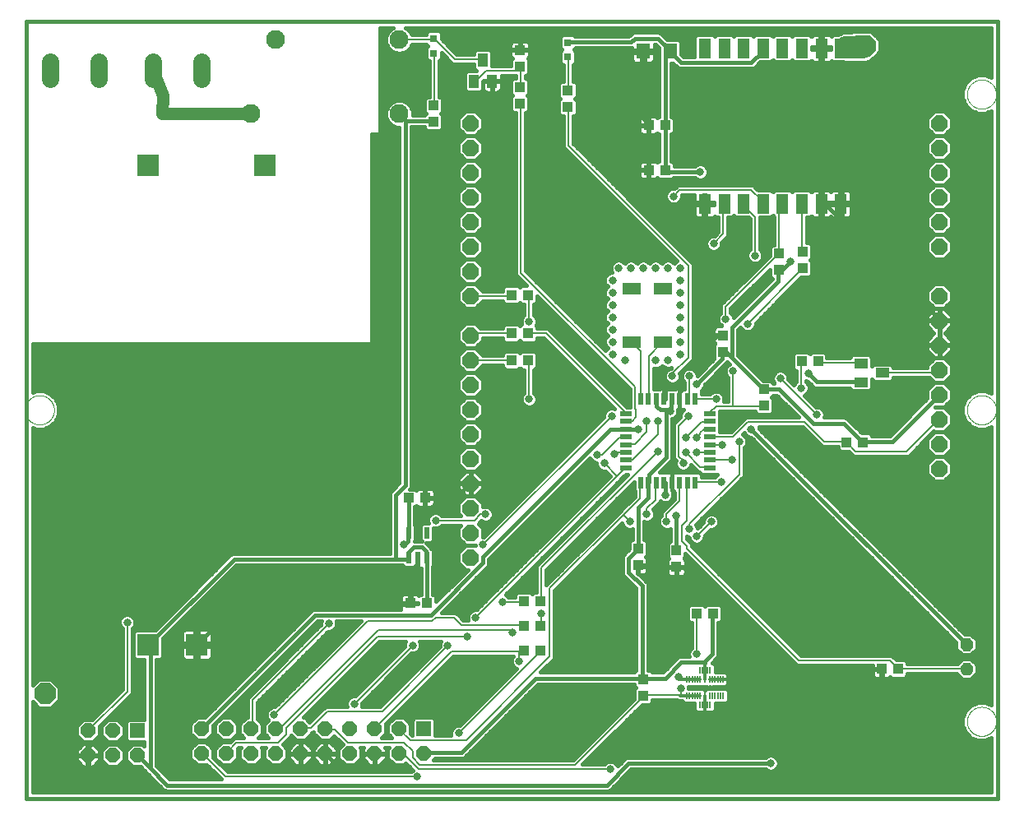
<source format=gtl>
G75*
%MOIN*%
%OFA0B0*%
%FSLAX25Y25*%
%IPPOS*%
%LPD*%
%AMOC8*
5,1,8,0,0,1.08239X$1,22.5*
%
%ADD10C,0.01600*%
%ADD11C,0.00000*%
%ADD12R,0.05512X0.06299*%
%ADD13R,0.04331X0.03937*%
%ADD14R,0.02165X0.04724*%
%ADD15R,0.03937X0.04331*%
%ADD16R,0.07480X0.05118*%
%ADD17R,0.03150X0.03150*%
%ADD18R,0.05118X0.07874*%
%ADD19OC8,0.08500*%
%ADD20C,0.07050*%
%ADD21R,0.06000X0.06000*%
%ADD22OC8,0.06000*%
%ADD23R,0.02200X0.05000*%
%ADD24R,0.05000X0.02200*%
%ADD25C,0.01040*%
%ADD26R,0.01121X0.02756*%
%ADD27R,0.08858X0.08858*%
%ADD28R,0.03937X0.05512*%
%ADD29R,0.05512X0.03937*%
%ADD30C,0.07677*%
%ADD31OC8,0.06600*%
%ADD32C,0.01200*%
%ADD33C,0.03169*%
%ADD34C,0.00800*%
%ADD35C,0.08600*%
%ADD36C,0.05000*%
D10*
X0001800Y0018126D02*
X0395501Y0018126D01*
X0395501Y0333087D01*
X0001800Y0333087D01*
X0001800Y0018126D01*
X0004400Y0020726D02*
X0004400Y0057253D01*
X0006877Y0054776D01*
X0011723Y0054776D01*
X0015150Y0058203D01*
X0015150Y0063049D01*
X0011723Y0066476D01*
X0006877Y0066476D01*
X0004400Y0063999D01*
X0004400Y0168391D01*
X0005582Y0167901D01*
X0008648Y0167901D01*
X0011480Y0169074D01*
X0013647Y0171241D01*
X0014820Y0174074D01*
X0014820Y0177139D01*
X0013647Y0179971D01*
X0011480Y0182139D01*
X0008648Y0183312D01*
X0005582Y0183312D01*
X0004400Y0182822D01*
X0004400Y0202326D01*
X0141206Y0202326D01*
X0141675Y0202795D01*
X0141675Y0287326D01*
X0144631Y0287326D01*
X0145100Y0287795D01*
X0145100Y0330487D01*
X0150465Y0330487D01*
X0149861Y0330237D01*
X0148331Y0328707D01*
X0147503Y0326708D01*
X0147503Y0324544D01*
X0148331Y0322545D01*
X0149861Y0321015D01*
X0151860Y0320187D01*
X0154024Y0320187D01*
X0156022Y0321015D01*
X0157552Y0322545D01*
X0158033Y0323705D01*
X0163762Y0323705D01*
X0164340Y0323126D01*
X0163625Y0322411D01*
X0163625Y0317936D01*
X0164562Y0316998D01*
X0165154Y0316998D01*
X0165154Y0302541D01*
X0163972Y0302541D01*
X0163035Y0301604D01*
X0163035Y0296341D01*
X0163750Y0295626D01*
X0163256Y0295132D01*
X0158380Y0295132D01*
X0158380Y0296708D01*
X0157552Y0298707D01*
X0156022Y0300237D01*
X0154024Y0301065D01*
X0151860Y0301065D01*
X0149861Y0300237D01*
X0148331Y0298707D01*
X0147503Y0296708D01*
X0147503Y0294544D01*
X0148331Y0292545D01*
X0149861Y0291015D01*
X0151860Y0290187D01*
X0152943Y0290187D01*
X0152943Y0146089D01*
X0150047Y0143192D01*
X0149372Y0142517D01*
X0149006Y0141635D01*
X0149006Y0117475D01*
X0085476Y0117475D01*
X0084594Y0117109D01*
X0053963Y0086478D01*
X0046118Y0086478D01*
X0045180Y0085541D01*
X0045180Y0075357D01*
X0046118Y0074420D01*
X0049597Y0074420D01*
X0049597Y0050226D01*
X0043137Y0050226D01*
X0042200Y0049289D01*
X0042200Y0041963D01*
X0043137Y0041026D01*
X0049597Y0041026D01*
X0049597Y0039334D01*
X0048705Y0040226D01*
X0044895Y0040226D01*
X0042200Y0037531D01*
X0042200Y0033721D01*
X0044895Y0031026D01*
X0048006Y0031026D01*
X0049470Y0029562D01*
X0057527Y0021505D01*
X0058409Y0021139D01*
X0237514Y0021139D01*
X0238396Y0021505D01*
X0239071Y0022180D01*
X0246889Y0029998D01*
X0301370Y0029998D01*
X0301669Y0029698D01*
X0302840Y0029213D01*
X0304107Y0029213D01*
X0305277Y0029698D01*
X0306173Y0030594D01*
X0306657Y0031764D01*
X0306657Y0033031D01*
X0306173Y0034201D01*
X0305277Y0035097D01*
X0304107Y0035582D01*
X0302840Y0035582D01*
X0301669Y0035097D01*
X0301370Y0034798D01*
X0245417Y0034798D01*
X0244535Y0034432D01*
X0241397Y0031294D01*
X0241212Y0031741D01*
X0240316Y0032636D01*
X0239146Y0033121D01*
X0237879Y0033121D01*
X0236709Y0032636D01*
X0236009Y0031937D01*
X0227101Y0031937D01*
X0251375Y0056211D01*
X0254628Y0056211D01*
X0255565Y0057148D01*
X0255565Y0057957D01*
X0265610Y0057957D01*
X0265889Y0057678D01*
X0267467Y0057678D01*
X0268243Y0056902D01*
X0271465Y0056902D01*
X0271467Y0056899D01*
X0272483Y0056899D01*
X0272483Y0054006D01*
X0273420Y0053069D01*
X0276642Y0053069D01*
X0276644Y0053067D01*
X0279091Y0053067D01*
X0280162Y0053067D01*
X0281099Y0054004D01*
X0281099Y0056900D01*
X0281856Y0056900D01*
X0281858Y0056898D01*
X0284305Y0056898D01*
X0285376Y0056898D01*
X0286313Y0057835D01*
X0286313Y0061916D01*
X0285376Y0062854D01*
X0283241Y0062854D01*
X0283239Y0062856D01*
X0280793Y0062856D01*
X0280793Y0062856D01*
X0278189Y0062856D01*
X0278055Y0062933D01*
X0277598Y0063056D01*
X0276800Y0063056D01*
X0276800Y0062111D01*
X0276800Y0063056D01*
X0276002Y0063056D01*
X0275545Y0062933D01*
X0275411Y0062856D01*
X0273608Y0062856D01*
X0273608Y0062855D01*
X0272850Y0062855D01*
X0272848Y0062857D01*
X0270402Y0062857D01*
X0270240Y0062857D01*
X0270240Y0063383D01*
X0271476Y0063383D01*
X0271478Y0063381D01*
X0273925Y0063381D01*
X0274996Y0063381D01*
X0275011Y0063396D01*
X0277379Y0063396D01*
X0277513Y0063319D01*
X0277971Y0063196D01*
X0278768Y0063196D01*
X0278768Y0063391D01*
X0278769Y0063391D01*
X0278769Y0063196D01*
X0279566Y0063196D01*
X0280024Y0063319D01*
X0280148Y0063391D01*
X0281815Y0063391D01*
X0281818Y0063388D01*
X0284264Y0063388D01*
X0284264Y0063389D01*
X0285336Y0063389D01*
X0286273Y0064326D01*
X0286273Y0068407D01*
X0285336Y0069344D01*
X0283201Y0069344D01*
X0283199Y0069347D01*
X0281099Y0069347D01*
X0281099Y0072241D01*
X0280162Y0073178D01*
X0279734Y0073178D01*
X0281886Y0075329D01*
X0282251Y0076212D01*
X0282251Y0089361D01*
X0282778Y0089361D01*
X0283715Y0090298D01*
X0283715Y0095954D01*
X0282778Y0096891D01*
X0277515Y0096891D01*
X0276800Y0096176D01*
X0276085Y0096891D01*
X0270822Y0096891D01*
X0269885Y0095954D01*
X0269885Y0090298D01*
X0270822Y0089361D01*
X0271454Y0089361D01*
X0271454Y0079192D01*
X0270754Y0078493D01*
X0270269Y0077322D01*
X0270269Y0076056D01*
X0270440Y0075644D01*
X0266579Y0075644D01*
X0265696Y0075279D01*
X0265021Y0074604D01*
X0259664Y0069246D01*
X0255423Y0069246D01*
X0254628Y0070041D01*
X0253708Y0070041D01*
X0253708Y0104725D01*
X0253342Y0105608D01*
X0250338Y0108612D01*
X0251953Y0108612D01*
X0252411Y0108735D01*
X0252821Y0108971D01*
X0253156Y0109307D01*
X0253393Y0109717D01*
X0253516Y0110175D01*
X0253516Y0112393D01*
X0249932Y0112393D01*
X0249932Y0112761D01*
X0253516Y0112761D01*
X0253516Y0114980D01*
X0253393Y0115437D01*
X0253156Y0115848D01*
X0252939Y0116065D01*
X0253316Y0116442D01*
X0253316Y0122098D01*
X0252379Y0123035D01*
X0252231Y0123035D01*
X0252231Y0130270D01*
X0252643Y0130099D01*
X0253910Y0130099D01*
X0255080Y0130584D01*
X0255976Y0131480D01*
X0256461Y0132650D01*
X0256461Y0133917D01*
X0255976Y0135087D01*
X0255712Y0135351D01*
X0258721Y0138361D01*
X0258721Y0138591D01*
X0258855Y0138458D01*
X0260025Y0137973D01*
X0261292Y0137973D01*
X0262462Y0138458D01*
X0263358Y0139354D01*
X0263843Y0140524D01*
X0263843Y0141791D01*
X0263787Y0141926D01*
X0264564Y0141926D01*
X0264564Y0139525D01*
X0260322Y0135283D01*
X0259150Y0134112D01*
X0259150Y0132834D01*
X0258451Y0132134D01*
X0257966Y0130964D01*
X0257966Y0129697D01*
X0258451Y0128527D01*
X0259347Y0127631D01*
X0260517Y0127146D01*
X0261784Y0127146D01*
X0262687Y0127521D01*
X0262687Y0122443D01*
X0262594Y0122443D01*
X0261657Y0121505D01*
X0261657Y0115849D01*
X0262034Y0115472D01*
X0261816Y0115255D01*
X0261579Y0114844D01*
X0261457Y0114387D01*
X0261457Y0112169D01*
X0265041Y0112169D01*
X0265041Y0111800D01*
X0265409Y0111800D01*
X0265409Y0108019D01*
X0267431Y0108019D01*
X0267888Y0108142D01*
X0268299Y0108379D01*
X0268634Y0108714D01*
X0268871Y0109124D01*
X0268994Y0109582D01*
X0268994Y0111800D01*
X0265410Y0111800D01*
X0265410Y0112169D01*
X0268994Y0112169D01*
X0268994Y0114387D01*
X0268871Y0114844D01*
X0268634Y0115255D01*
X0268417Y0115472D01*
X0268794Y0115849D01*
X0268794Y0117398D01*
X0312792Y0073400D01*
X0313964Y0072228D01*
X0344685Y0072228D01*
X0344685Y0070810D01*
X0348269Y0070810D01*
X0348269Y0070442D01*
X0344685Y0070442D01*
X0344685Y0068224D01*
X0344808Y0067766D01*
X0345045Y0067355D01*
X0345380Y0067020D01*
X0345790Y0066783D01*
X0346248Y0066661D01*
X0348269Y0066661D01*
X0348269Y0070442D01*
X0348638Y0070442D01*
X0348638Y0066661D01*
X0350659Y0066661D01*
X0351117Y0066783D01*
X0351527Y0067020D01*
X0351862Y0067355D01*
X0351920Y0067456D01*
X0352515Y0066861D01*
X0357778Y0066861D01*
X0358715Y0067798D01*
X0358715Y0068783D01*
X0378737Y0068783D01*
X0381045Y0066476D01*
X0384524Y0066476D01*
X0386984Y0068937D01*
X0386984Y0072416D01*
X0384524Y0074876D01*
X0381045Y0074876D01*
X0378952Y0072783D01*
X0358715Y0072783D01*
X0358715Y0073454D01*
X0357778Y0074391D01*
X0354367Y0074391D01*
X0352530Y0076228D01*
X0315621Y0076228D01*
X0271517Y0120332D01*
X0271517Y0121317D01*
X0270345Y0122488D01*
X0269548Y0123285D01*
X0269548Y0124326D01*
X0269867Y0124194D01*
X0270269Y0124194D01*
X0270269Y0123792D01*
X0270754Y0122621D01*
X0271650Y0121726D01*
X0272820Y0121241D01*
X0274087Y0121241D01*
X0275257Y0121726D01*
X0276153Y0122621D01*
X0276638Y0123792D01*
X0276638Y0124781D01*
X0279003Y0127146D01*
X0279992Y0127146D01*
X0281163Y0127631D01*
X0282059Y0128527D01*
X0282543Y0129697D01*
X0282543Y0130964D01*
X0282059Y0132134D01*
X0281163Y0133030D01*
X0279992Y0133515D01*
X0278726Y0133515D01*
X0277555Y0133030D01*
X0276660Y0132134D01*
X0276175Y0130964D01*
X0276175Y0129975D01*
X0273809Y0127609D01*
X0273685Y0127609D01*
X0273685Y0128011D01*
X0273200Y0129182D01*
X0273182Y0129200D01*
X0291506Y0147524D01*
X0292678Y0148695D01*
X0292678Y0160308D01*
X0293377Y0161007D01*
X0293862Y0162178D01*
X0293862Y0163444D01*
X0293377Y0164615D01*
X0292482Y0165510D01*
X0291983Y0165717D01*
X0292693Y0166427D01*
X0292900Y0165929D01*
X0293795Y0165033D01*
X0294966Y0164548D01*
X0295389Y0164548D01*
X0378584Y0081353D01*
X0378584Y0078836D01*
X0381045Y0076376D01*
X0384524Y0076376D01*
X0386984Y0078836D01*
X0386984Y0082315D01*
X0384524Y0084776D01*
X0381950Y0084776D01*
X0298783Y0167942D01*
X0298783Y0168366D01*
X0298651Y0168685D01*
X0316424Y0168685D01*
X0323127Y0161983D01*
X0324298Y0160811D01*
X0330622Y0160811D01*
X0330622Y0159664D01*
X0331559Y0158727D01*
X0335241Y0158727D01*
X0335922Y0158046D01*
X0337094Y0156874D01*
X0359420Y0156874D01*
X0369602Y0167056D01*
X0369770Y0166887D01*
X0373830Y0166887D01*
X0376700Y0169758D01*
X0376700Y0173817D01*
X0373830Y0176687D01*
X0369956Y0176687D01*
X0370156Y0176887D01*
X0373830Y0176887D01*
X0376700Y0179758D01*
X0376700Y0183817D01*
X0373830Y0186687D01*
X0369770Y0186687D01*
X0366900Y0183817D01*
X0366900Y0180419D01*
X0351692Y0165211D01*
X0344452Y0165211D01*
X0344452Y0165320D01*
X0343514Y0166257D01*
X0340331Y0166257D01*
X0335035Y0171552D01*
X0334360Y0172228D01*
X0333478Y0172593D01*
X0325188Y0172593D01*
X0325358Y0173004D01*
X0325358Y0174271D01*
X0324873Y0175442D01*
X0323978Y0176337D01*
X0322807Y0176822D01*
X0321818Y0176822D01*
X0317082Y0181559D01*
X0317580Y0181765D01*
X0318476Y0182661D01*
X0318961Y0183831D01*
X0318961Y0185098D01*
X0318476Y0186268D01*
X0317776Y0186968D01*
X0317776Y0187318D01*
X0318096Y0187186D01*
X0318519Y0187186D01*
X0320815Y0184891D01*
X0321697Y0184525D01*
X0335613Y0184525D01*
X0335613Y0184255D01*
X0336551Y0183317D01*
X0343388Y0183317D01*
X0344325Y0184255D01*
X0344325Y0187944D01*
X0345212Y0187057D01*
X0352049Y0187057D01*
X0352987Y0187995D01*
X0352987Y0188862D01*
X0367796Y0188862D01*
X0369770Y0186887D01*
X0373830Y0186887D01*
X0376700Y0189758D01*
X0376700Y0193817D01*
X0373830Y0196687D01*
X0369770Y0196687D01*
X0366900Y0193817D01*
X0366900Y0192862D01*
X0352987Y0192862D01*
X0352987Y0193257D01*
X0352049Y0194194D01*
X0345212Y0194194D01*
X0344325Y0193308D01*
X0344325Y0196997D01*
X0343388Y0197935D01*
X0336551Y0197935D01*
X0335613Y0196997D01*
X0335613Y0196799D01*
X0326215Y0196799D01*
X0326215Y0198080D01*
X0325278Y0199017D01*
X0320015Y0199017D01*
X0319300Y0198302D01*
X0318585Y0199017D01*
X0313322Y0199017D01*
X0312385Y0198080D01*
X0312385Y0192424D01*
X0313322Y0191487D01*
X0313776Y0191487D01*
X0313776Y0186968D01*
X0313077Y0186268D01*
X0312870Y0185770D01*
X0310594Y0188046D01*
X0310594Y0189035D01*
X0310110Y0190205D01*
X0309214Y0191101D01*
X0308044Y0191586D01*
X0306777Y0191586D01*
X0305606Y0191101D01*
X0304711Y0190205D01*
X0304226Y0189035D01*
X0304226Y0187768D01*
X0304711Y0186598D01*
X0304936Y0186372D01*
X0304542Y0186372D01*
X0304542Y0186604D01*
X0303604Y0187541D01*
X0300346Y0187541D01*
X0290125Y0197762D01*
X0290125Y0208077D01*
X0291238Y0209190D01*
X0291423Y0208744D01*
X0292319Y0207848D01*
X0293489Y0207363D01*
X0294756Y0207363D01*
X0295927Y0207848D01*
X0296822Y0208744D01*
X0297307Y0209914D01*
X0297307Y0210903D01*
X0315852Y0229448D01*
X0319193Y0229448D01*
X0320131Y0230385D01*
X0320131Y0235647D01*
X0319416Y0236363D01*
X0320131Y0237078D01*
X0320131Y0242340D01*
X0319193Y0243277D01*
X0318268Y0243277D01*
X0318268Y0253593D01*
X0319333Y0253593D01*
X0319928Y0254188D01*
X0319986Y0254088D01*
X0320321Y0253753D01*
X0320731Y0253516D01*
X0321189Y0253393D01*
X0323505Y0253393D01*
X0323505Y0258650D01*
X0324465Y0258650D01*
X0324465Y0259609D01*
X0331379Y0259609D01*
X0331379Y0258650D01*
X0327500Y0258650D01*
X0324465Y0258650D01*
X0324465Y0253393D01*
X0326781Y0253393D01*
X0327239Y0253516D01*
X0327649Y0253753D01*
X0327922Y0254025D01*
X0328195Y0253753D01*
X0328605Y0253516D01*
X0329063Y0253393D01*
X0331380Y0253393D01*
X0331380Y0258650D01*
X0332339Y0258650D01*
X0332339Y0259609D01*
X0336218Y0259609D01*
X0336218Y0263304D01*
X0336095Y0263762D01*
X0335858Y0264172D01*
X0335523Y0264507D01*
X0335113Y0264744D01*
X0334655Y0264867D01*
X0332339Y0264867D01*
X0332339Y0259610D01*
X0331380Y0259610D01*
X0331380Y0264867D01*
X0329063Y0264867D01*
X0328605Y0264744D01*
X0328195Y0264507D01*
X0327922Y0264235D01*
X0327649Y0264507D01*
X0327239Y0264744D01*
X0326781Y0264867D01*
X0324465Y0264867D01*
X0324465Y0259610D01*
X0323505Y0259610D01*
X0323505Y0264867D01*
X0321189Y0264867D01*
X0320731Y0264744D01*
X0320321Y0264507D01*
X0319986Y0264172D01*
X0319928Y0264072D01*
X0319333Y0264667D01*
X0312889Y0264667D01*
X0312174Y0263952D01*
X0311459Y0264667D01*
X0305015Y0264667D01*
X0304300Y0263952D01*
X0303585Y0264667D01*
X0298442Y0264667D01*
X0297599Y0265510D01*
X0296428Y0266681D01*
X0265735Y0266681D01*
X0264459Y0265405D01*
X0263470Y0265405D01*
X0262299Y0264920D01*
X0261404Y0264024D01*
X0260919Y0262854D01*
X0260919Y0261587D01*
X0261404Y0260417D01*
X0262299Y0259521D01*
X0263470Y0259036D01*
X0264737Y0259036D01*
X0265907Y0259521D01*
X0266803Y0260417D01*
X0267287Y0261587D01*
X0267287Y0262576D01*
X0267392Y0262681D01*
X0272382Y0262681D01*
X0272382Y0259609D01*
X0276261Y0259609D01*
X0276261Y0258650D01*
X0277220Y0258650D01*
X0277220Y0253393D01*
X0279537Y0253393D01*
X0279995Y0253516D01*
X0280405Y0253753D01*
X0280740Y0254088D01*
X0280798Y0254188D01*
X0281393Y0253593D01*
X0282280Y0253593D01*
X0282280Y0247793D01*
X0280699Y0246212D01*
X0279710Y0246212D01*
X0278540Y0245727D01*
X0277644Y0244831D01*
X0277159Y0243661D01*
X0277159Y0242394D01*
X0277644Y0241224D01*
X0278540Y0240328D01*
X0279710Y0239843D01*
X0280977Y0239843D01*
X0282147Y0240328D01*
X0283043Y0241224D01*
X0283528Y0242394D01*
X0283528Y0243383D01*
X0286280Y0246136D01*
X0286280Y0253593D01*
X0287837Y0253593D01*
X0288552Y0254308D01*
X0289267Y0253593D01*
X0294509Y0253593D01*
X0295076Y0253026D01*
X0295076Y0240610D01*
X0294376Y0239910D01*
X0293891Y0238740D01*
X0293891Y0237473D01*
X0294376Y0236303D01*
X0295272Y0235407D01*
X0296442Y0234922D01*
X0297709Y0234922D01*
X0298879Y0235407D01*
X0299775Y0236303D01*
X0300260Y0237473D01*
X0300260Y0238740D01*
X0299775Y0239910D01*
X0299076Y0240610D01*
X0299076Y0253593D01*
X0303585Y0253593D01*
X0304300Y0254308D01*
X0304918Y0253690D01*
X0304918Y0242541D01*
X0303972Y0242541D01*
X0303035Y0241604D01*
X0303035Y0238036D01*
X0283265Y0218265D01*
X0283265Y0215019D01*
X0282565Y0214319D01*
X0282080Y0213149D01*
X0282080Y0211882D01*
X0282565Y0210712D01*
X0283461Y0209816D01*
X0283463Y0209815D01*
X0281833Y0209815D01*
X0281375Y0209693D01*
X0280965Y0209456D01*
X0280630Y0209121D01*
X0280393Y0208710D01*
X0280270Y0208252D01*
X0280270Y0206034D01*
X0283854Y0206034D01*
X0283854Y0205666D01*
X0280270Y0205666D01*
X0280270Y0203448D01*
X0280393Y0202990D01*
X0280630Y0202580D01*
X0280847Y0202362D01*
X0280470Y0201985D01*
X0280470Y0196351D01*
X0273685Y0189567D01*
X0273685Y0190019D01*
X0273200Y0191190D01*
X0272305Y0192085D01*
X0271134Y0192570D01*
X0269867Y0192570D01*
X0268697Y0192085D01*
X0267801Y0191190D01*
X0267317Y0190019D01*
X0267317Y0188752D01*
X0267801Y0187582D01*
X0268501Y0186883D01*
X0268501Y0184126D01*
X0268453Y0184126D01*
X0268319Y0184203D01*
X0267861Y0184326D01*
X0266524Y0184326D01*
X0265187Y0184326D01*
X0264730Y0184203D01*
X0264596Y0184126D01*
X0262154Y0184126D01*
X0262020Y0184203D01*
X0261562Y0184326D01*
X0260225Y0184326D01*
X0258888Y0184326D01*
X0258430Y0184203D01*
X0258296Y0184126D01*
X0256064Y0184126D01*
X0256064Y0192514D01*
X0256285Y0192422D01*
X0257552Y0192422D01*
X0258722Y0192907D01*
X0259369Y0193554D01*
X0259996Y0192927D01*
X0261167Y0192442D01*
X0262433Y0192442D01*
X0263152Y0192739D01*
X0262983Y0192570D01*
X0262978Y0192570D01*
X0261807Y0192085D01*
X0260912Y0191190D01*
X0260427Y0190019D01*
X0260427Y0188752D01*
X0260912Y0187582D01*
X0261807Y0186686D01*
X0262978Y0186202D01*
X0264244Y0186202D01*
X0265415Y0186686D01*
X0266310Y0187582D01*
X0266795Y0188752D01*
X0266795Y0190019D01*
X0266588Y0190519D01*
X0272009Y0195939D01*
X0272009Y0234998D01*
X0270837Y0236169D01*
X0223288Y0283718D01*
X0223288Y0294865D01*
X0224057Y0294865D01*
X0224994Y0295802D01*
X0224994Y0301065D01*
X0224279Y0301780D01*
X0224994Y0302495D01*
X0224994Y0307758D01*
X0224057Y0308695D01*
X0223288Y0308695D01*
X0223288Y0315483D01*
X0223467Y0315483D01*
X0224404Y0316420D01*
X0224404Y0320895D01*
X0223689Y0321610D01*
X0224399Y0322320D01*
X0247188Y0322320D01*
X0247188Y0321550D01*
X0251166Y0321550D01*
X0251166Y0320394D01*
X0247188Y0320394D01*
X0247188Y0317585D01*
X0247311Y0317127D01*
X0247548Y0316717D01*
X0247883Y0316382D01*
X0248294Y0316145D01*
X0248751Y0316022D01*
X0251166Y0316022D01*
X0251166Y0320394D01*
X0252322Y0320394D01*
X0252322Y0321550D01*
X0256300Y0321550D01*
X0256300Y0323797D01*
X0256711Y0323797D01*
X0258232Y0322277D01*
X0258213Y0322160D01*
X0258258Y0321974D01*
X0258258Y0294540D01*
X0257857Y0294540D01*
X0257480Y0294163D01*
X0257262Y0294380D01*
X0256852Y0294617D01*
X0256394Y0294740D01*
X0254176Y0294740D01*
X0254176Y0291156D01*
X0253807Y0291156D01*
X0253807Y0290787D01*
X0250026Y0290787D01*
X0250026Y0288766D01*
X0250149Y0288308D01*
X0250386Y0287898D01*
X0250721Y0287563D01*
X0251132Y0287326D01*
X0251589Y0287203D01*
X0253807Y0287203D01*
X0253807Y0290787D01*
X0254176Y0290787D01*
X0254176Y0287203D01*
X0256394Y0287203D01*
X0256852Y0287326D01*
X0257262Y0287563D01*
X0257480Y0287780D01*
X0257857Y0287403D01*
X0258258Y0287403D01*
X0258258Y0276349D01*
X0257891Y0276349D01*
X0257514Y0275972D01*
X0257297Y0276189D01*
X0256887Y0276426D01*
X0256429Y0276549D01*
X0254211Y0276549D01*
X0254211Y0272965D01*
X0253842Y0272965D01*
X0253842Y0276549D01*
X0251624Y0276549D01*
X0251166Y0276426D01*
X0250756Y0276189D01*
X0250421Y0275854D01*
X0250184Y0275444D01*
X0250061Y0274986D01*
X0250061Y0272965D01*
X0253842Y0272965D01*
X0253842Y0272596D01*
X0250061Y0272596D01*
X0250061Y0270575D01*
X0250184Y0270117D01*
X0250421Y0269707D01*
X0250756Y0269372D01*
X0251166Y0269135D01*
X0251624Y0269012D01*
X0253842Y0269012D01*
X0253842Y0272596D01*
X0254211Y0272596D01*
X0254211Y0269012D01*
X0256429Y0269012D01*
X0256887Y0269135D01*
X0257297Y0269372D01*
X0257514Y0269589D01*
X0257891Y0269212D01*
X0263548Y0269212D01*
X0263999Y0269663D01*
X0272827Y0269663D01*
X0273126Y0269364D01*
X0274297Y0268879D01*
X0275563Y0268879D01*
X0276734Y0269364D01*
X0277629Y0270259D01*
X0278114Y0271430D01*
X0278114Y0272696D01*
X0277629Y0273867D01*
X0276734Y0274762D01*
X0275563Y0275247D01*
X0274297Y0275247D01*
X0273126Y0274762D01*
X0272827Y0274463D01*
X0264485Y0274463D01*
X0264485Y0275412D01*
X0263548Y0276349D01*
X0263058Y0276349D01*
X0263058Y0287403D01*
X0263513Y0287403D01*
X0264450Y0288340D01*
X0264450Y0293603D01*
X0263513Y0294540D01*
X0263058Y0294540D01*
X0263058Y0316222D01*
X0263794Y0316222D01*
X0265696Y0314320D01*
X0266579Y0313954D01*
X0296077Y0313954D01*
X0296959Y0314320D01*
X0297634Y0314995D01*
X0299224Y0316585D01*
X0303585Y0316585D01*
X0304300Y0317300D01*
X0305015Y0316585D01*
X0311459Y0316585D01*
X0312174Y0317300D01*
X0312889Y0316585D01*
X0319333Y0316585D01*
X0319928Y0317180D01*
X0319986Y0317080D01*
X0320321Y0316745D01*
X0320731Y0316508D01*
X0321189Y0316385D01*
X0323505Y0316385D01*
X0323505Y0321642D01*
X0320270Y0321642D01*
X0320270Y0322602D01*
X0323505Y0322602D01*
X0323505Y0321642D01*
X0324465Y0321642D01*
X0324465Y0322602D01*
X0327700Y0322602D01*
X0327700Y0321642D01*
X0324465Y0321642D01*
X0324465Y0316385D01*
X0326781Y0316385D01*
X0327239Y0316508D01*
X0327649Y0316745D01*
X0327984Y0317080D01*
X0328042Y0317180D01*
X0328637Y0316585D01*
X0332799Y0316585D01*
X0333343Y0316360D01*
X0340668Y0316360D01*
X0341632Y0316292D01*
X0341835Y0316360D01*
X0342048Y0316360D01*
X0342942Y0316730D01*
X0343858Y0317036D01*
X0344020Y0317176D01*
X0344217Y0317258D01*
X0344900Y0317942D01*
X0345209Y0318209D01*
X0345374Y0318287D01*
X0346785Y0319838D01*
X0347650Y0320703D01*
X0347650Y0321957D01*
X0347749Y0322232D01*
X0347650Y0324326D01*
X0347650Y0325549D01*
X0346763Y0326436D01*
X0346639Y0326700D01*
X0345088Y0328111D01*
X0344223Y0328976D01*
X0342969Y0328976D01*
X0342694Y0329075D01*
X0340600Y0328976D01*
X0339377Y0328976D01*
X0339316Y0328915D01*
X0333935Y0328662D01*
X0333110Y0328720D01*
X0332772Y0328607D01*
X0332417Y0328590D01*
X0331668Y0328238D01*
X0330883Y0327976D01*
X0330615Y0327742D01*
X0330438Y0327659D01*
X0328637Y0327659D01*
X0328042Y0327064D01*
X0327984Y0327164D01*
X0327649Y0327499D01*
X0327239Y0327736D01*
X0326781Y0327859D01*
X0324465Y0327859D01*
X0324465Y0322602D01*
X0323505Y0322602D01*
X0323505Y0327859D01*
X0321189Y0327859D01*
X0320731Y0327736D01*
X0320321Y0327499D01*
X0319986Y0327164D01*
X0319928Y0327064D01*
X0319333Y0327659D01*
X0312889Y0327659D01*
X0312174Y0326944D01*
X0311459Y0327659D01*
X0305015Y0327659D01*
X0304300Y0326944D01*
X0303585Y0327659D01*
X0297141Y0327659D01*
X0296426Y0326944D01*
X0295711Y0327659D01*
X0289267Y0327659D01*
X0288552Y0326944D01*
X0287837Y0327659D01*
X0281393Y0327659D01*
X0280678Y0326944D01*
X0279963Y0327659D01*
X0273519Y0327659D01*
X0272582Y0326722D01*
X0272582Y0318754D01*
X0268050Y0318754D01*
X0267124Y0319681D01*
X0267124Y0324784D01*
X0266186Y0325721D01*
X0261575Y0325721D01*
X0259065Y0328231D01*
X0258183Y0328597D01*
X0247878Y0328597D01*
X0246996Y0328231D01*
X0246320Y0327556D01*
X0245885Y0327120D01*
X0224084Y0327120D01*
X0223467Y0327738D01*
X0218992Y0327738D01*
X0218054Y0326801D01*
X0218054Y0322325D01*
X0218770Y0321610D01*
X0218054Y0320895D01*
X0218054Y0316420D01*
X0218992Y0315483D01*
X0219288Y0315483D01*
X0219288Y0308695D01*
X0218401Y0308695D01*
X0217464Y0307758D01*
X0217464Y0302495D01*
X0218179Y0301780D01*
X0217464Y0301065D01*
X0217464Y0295802D01*
X0218401Y0294865D01*
X0219288Y0294865D01*
X0219288Y0282061D01*
X0265369Y0235980D01*
X0264996Y0235825D01*
X0264300Y0235129D01*
X0263604Y0235825D01*
X0262433Y0236310D01*
X0261167Y0236310D01*
X0259996Y0235825D01*
X0259300Y0235129D01*
X0258604Y0235825D01*
X0257433Y0236310D01*
X0256167Y0236310D01*
X0254996Y0235825D01*
X0254300Y0235129D01*
X0253604Y0235825D01*
X0252433Y0236310D01*
X0251167Y0236310D01*
X0249996Y0235825D01*
X0249300Y0235129D01*
X0248604Y0235825D01*
X0247433Y0236310D01*
X0246167Y0236310D01*
X0244996Y0235825D01*
X0244300Y0235129D01*
X0243604Y0235825D01*
X0242433Y0236310D01*
X0241167Y0236310D01*
X0239996Y0235825D01*
X0239101Y0234930D01*
X0238616Y0233759D01*
X0238616Y0232493D01*
X0239101Y0231322D01*
X0239113Y0231310D01*
X0238667Y0231310D01*
X0237496Y0230825D01*
X0236601Y0229930D01*
X0236116Y0228759D01*
X0236116Y0227493D01*
X0236601Y0226322D01*
X0237297Y0225626D01*
X0236601Y0224930D01*
X0236116Y0223759D01*
X0236116Y0222493D01*
X0236601Y0221322D01*
X0237297Y0220626D01*
X0236601Y0219930D01*
X0236116Y0218759D01*
X0236116Y0217493D01*
X0236601Y0216322D01*
X0237297Y0215626D01*
X0236601Y0214930D01*
X0236116Y0213759D01*
X0236116Y0212493D01*
X0236601Y0211322D01*
X0237297Y0210626D01*
X0236601Y0209930D01*
X0236116Y0208759D01*
X0236116Y0207493D01*
X0236601Y0206322D01*
X0237297Y0205626D01*
X0236601Y0204930D01*
X0236116Y0203759D01*
X0236116Y0202493D01*
X0236601Y0201322D01*
X0237297Y0200626D01*
X0236601Y0199930D01*
X0236486Y0199654D01*
X0204095Y0232045D01*
X0204095Y0296211D01*
X0204628Y0296211D01*
X0205565Y0297148D01*
X0205565Y0302411D01*
X0204850Y0303126D01*
X0205565Y0303841D01*
X0205565Y0309104D01*
X0204628Y0310041D01*
X0204095Y0310041D01*
X0204095Y0311211D01*
X0204628Y0311211D01*
X0205565Y0312148D01*
X0205565Y0317411D01*
X0204970Y0318006D01*
X0205071Y0318064D01*
X0205406Y0318399D01*
X0205643Y0318809D01*
X0205765Y0319267D01*
X0205765Y0321288D01*
X0201984Y0321288D01*
X0201984Y0321657D01*
X0201616Y0321657D01*
X0201616Y0325241D01*
X0199398Y0325241D01*
X0198940Y0325118D01*
X0198529Y0324881D01*
X0198194Y0324546D01*
X0197957Y0324136D01*
X0197835Y0323678D01*
X0197835Y0321657D01*
X0201616Y0321657D01*
X0201616Y0321288D01*
X0197835Y0321288D01*
X0197835Y0319267D01*
X0197957Y0318809D01*
X0198194Y0318399D01*
X0198529Y0318064D01*
X0198630Y0318006D01*
X0198035Y0317411D01*
X0198035Y0314926D01*
X0190368Y0314926D01*
X0190368Y0320875D01*
X0189431Y0321813D01*
X0184169Y0321813D01*
X0183231Y0320875D01*
X0183231Y0319726D01*
X0176228Y0319726D01*
X0169975Y0325980D01*
X0169975Y0328316D01*
X0169038Y0329254D01*
X0164562Y0329254D01*
X0163625Y0328316D01*
X0163625Y0327705D01*
X0157967Y0327705D01*
X0157552Y0328707D01*
X0156022Y0330237D01*
X0155419Y0330487D01*
X0392901Y0330487D01*
X0392901Y0310261D01*
X0390478Y0311265D01*
X0387413Y0311265D01*
X0384581Y0310091D01*
X0382413Y0307924D01*
X0381240Y0305092D01*
X0381240Y0302026D01*
X0382413Y0299194D01*
X0384581Y0297027D01*
X0387413Y0295854D01*
X0390478Y0295854D01*
X0392901Y0296857D01*
X0392901Y0182308D01*
X0390478Y0183312D01*
X0387413Y0183312D01*
X0384581Y0182139D01*
X0382413Y0179971D01*
X0381240Y0177139D01*
X0381240Y0174074D01*
X0382413Y0171241D01*
X0384581Y0169074D01*
X0387413Y0167901D01*
X0390478Y0167901D01*
X0392901Y0168904D01*
X0392901Y0056049D01*
X0390478Y0057052D01*
X0387413Y0057052D01*
X0384581Y0055879D01*
X0382413Y0053711D01*
X0381240Y0050879D01*
X0381240Y0047814D01*
X0382413Y0044982D01*
X0384581Y0042814D01*
X0387413Y0041641D01*
X0390478Y0041641D01*
X0392901Y0042644D01*
X0392901Y0020726D01*
X0004400Y0020726D01*
X0004400Y0021323D02*
X0057966Y0021323D01*
X0058887Y0023539D02*
X0051505Y0030921D01*
X0051997Y0031413D01*
X0051997Y0080134D01*
X0051209Y0080449D01*
X0051505Y0080626D01*
X0085954Y0115075D01*
X0151406Y0115075D01*
X0151406Y0141157D01*
X0155343Y0145094D01*
X0155343Y0292240D01*
X0155835Y0292732D01*
X0152942Y0295626D01*
X0155835Y0292732D02*
X0166662Y0292732D01*
X0166800Y0292280D01*
X0170565Y0293070D02*
X0176900Y0293070D01*
X0176900Y0293817D02*
X0176900Y0289758D01*
X0179770Y0286887D01*
X0183830Y0286887D01*
X0186700Y0289758D01*
X0186700Y0293817D01*
X0183830Y0296687D01*
X0179770Y0296687D01*
X0176900Y0293817D01*
X0177751Y0294668D02*
X0170565Y0294668D01*
X0170565Y0294911D02*
X0169850Y0295626D01*
X0170565Y0296341D01*
X0170565Y0301604D01*
X0169628Y0302541D01*
X0169154Y0302541D01*
X0169154Y0317115D01*
X0169975Y0317936D01*
X0169975Y0320323D01*
X0174572Y0315726D01*
X0183231Y0315726D01*
X0183231Y0314038D01*
X0184118Y0313151D01*
X0180429Y0313151D01*
X0179491Y0312214D01*
X0179491Y0305377D01*
X0180429Y0304439D01*
X0185691Y0304439D01*
X0186628Y0305377D01*
X0186628Y0308526D01*
X0187082Y0308980D01*
X0190356Y0308980D01*
X0190356Y0308611D01*
X0190724Y0308611D01*
X0190724Y0304239D01*
X0192746Y0304239D01*
X0193203Y0304362D01*
X0193614Y0304599D01*
X0193949Y0304934D01*
X0194186Y0305345D01*
X0194309Y0305802D01*
X0194309Y0308611D01*
X0190724Y0308611D01*
X0190724Y0308980D01*
X0194309Y0308980D01*
X0194309Y0310926D01*
X0200095Y0310926D01*
X0200095Y0310041D01*
X0198972Y0310041D01*
X0198035Y0309104D01*
X0198035Y0303841D01*
X0198750Y0303126D01*
X0198035Y0302411D01*
X0198035Y0297148D01*
X0198972Y0296211D01*
X0200095Y0296211D01*
X0200095Y0230388D01*
X0204517Y0225966D01*
X0202515Y0225966D01*
X0201800Y0225251D01*
X0201085Y0225966D01*
X0195822Y0225966D01*
X0194885Y0225029D01*
X0194885Y0223866D01*
X0186651Y0223866D01*
X0183830Y0226687D01*
X0179770Y0226687D01*
X0176900Y0223817D01*
X0176900Y0219758D01*
X0179770Y0216887D01*
X0183830Y0216887D01*
X0186700Y0219758D01*
X0186700Y0219866D01*
X0194885Y0219866D01*
X0194885Y0219373D01*
X0195822Y0218435D01*
X0201085Y0218435D01*
X0201800Y0219151D01*
X0202515Y0218435D01*
X0203540Y0218435D01*
X0203540Y0214035D01*
X0202841Y0213335D01*
X0202356Y0212165D01*
X0202356Y0210898D01*
X0202556Y0210415D01*
X0202515Y0210415D01*
X0201800Y0209700D01*
X0201085Y0210415D01*
X0195822Y0210415D01*
X0194885Y0209478D01*
X0194885Y0208610D01*
X0185907Y0208610D01*
X0183830Y0210687D01*
X0179770Y0210687D01*
X0176900Y0207817D01*
X0176900Y0203758D01*
X0179770Y0200887D01*
X0183830Y0200887D01*
X0186700Y0203758D01*
X0186700Y0204610D01*
X0194885Y0204610D01*
X0194885Y0203822D01*
X0195822Y0202884D01*
X0201085Y0202884D01*
X0201800Y0203599D01*
X0202515Y0202884D01*
X0207778Y0202884D01*
X0208715Y0203822D01*
X0208715Y0204610D01*
X0211601Y0204610D01*
X0240054Y0176158D01*
X0239638Y0176330D01*
X0238371Y0176330D01*
X0237201Y0175845D01*
X0236305Y0174949D01*
X0235820Y0173779D01*
X0235820Y0172790D01*
X0187195Y0124165D01*
X0186700Y0124165D01*
X0186700Y0127817D01*
X0184959Y0129558D01*
X0185394Y0129994D01*
X0186002Y0130602D01*
X0186020Y0130584D01*
X0187190Y0130099D01*
X0188457Y0130099D01*
X0189627Y0130584D01*
X0190523Y0131480D01*
X0191008Y0132650D01*
X0191008Y0133917D01*
X0190523Y0135087D01*
X0189627Y0135983D01*
X0188457Y0136468D01*
X0187190Y0136468D01*
X0186700Y0136265D01*
X0186700Y0137817D01*
X0183830Y0140687D01*
X0179770Y0140687D01*
X0176900Y0137817D01*
X0176900Y0133758D01*
X0177835Y0132823D01*
X0170150Y0132823D01*
X0169450Y0133522D01*
X0168280Y0134007D01*
X0167013Y0134007D01*
X0165843Y0133522D01*
X0164947Y0132627D01*
X0164462Y0131456D01*
X0164462Y0130189D01*
X0164633Y0129778D01*
X0162496Y0129778D01*
X0161559Y0128841D01*
X0161559Y0122791D01*
X0161954Y0122396D01*
X0159050Y0122396D01*
X0159444Y0122791D01*
X0159444Y0128841D01*
X0159220Y0129065D01*
X0159220Y0136374D01*
X0159554Y0136374D01*
X0159931Y0136751D01*
X0160149Y0136534D01*
X0160559Y0136297D01*
X0161017Y0136174D01*
X0163235Y0136174D01*
X0163235Y0139758D01*
X0163604Y0139758D01*
X0163604Y0140127D01*
X0167385Y0140127D01*
X0167385Y0142148D01*
X0167262Y0142606D01*
X0167025Y0143016D01*
X0166690Y0143352D01*
X0166279Y0143589D01*
X0165822Y0143711D01*
X0163604Y0143711D01*
X0163604Y0140127D01*
X0163235Y0140127D01*
X0163235Y0143711D01*
X0161017Y0143711D01*
X0160559Y0143589D01*
X0160149Y0143352D01*
X0159931Y0143134D01*
X0159554Y0143511D01*
X0157154Y0143511D01*
X0157378Y0143735D01*
X0157743Y0144617D01*
X0157743Y0290332D01*
X0163035Y0290332D01*
X0163035Y0289648D01*
X0163972Y0288711D01*
X0169628Y0288711D01*
X0170565Y0289648D01*
X0170565Y0294911D01*
X0170491Y0296267D02*
X0179350Y0296267D01*
X0184250Y0296267D02*
X0198916Y0296267D01*
X0198035Y0297865D02*
X0170565Y0297865D01*
X0170565Y0299464D02*
X0198035Y0299464D01*
X0198035Y0301062D02*
X0170565Y0301062D01*
X0169154Y0302661D02*
X0198285Y0302661D01*
X0198035Y0304260D02*
X0192821Y0304260D01*
X0190724Y0304260D02*
X0190356Y0304260D01*
X0190356Y0304239D02*
X0190356Y0308611D01*
X0186772Y0308611D01*
X0186772Y0305802D01*
X0186894Y0305345D01*
X0187131Y0304934D01*
X0187466Y0304599D01*
X0187877Y0304362D01*
X0188335Y0304239D01*
X0190356Y0304239D01*
X0190356Y0305858D02*
X0190724Y0305858D01*
X0190724Y0307457D02*
X0190356Y0307457D01*
X0186772Y0307457D02*
X0186628Y0307457D01*
X0186628Y0305858D02*
X0186772Y0305858D01*
X0188259Y0304260D02*
X0169154Y0304260D01*
X0169154Y0305858D02*
X0179491Y0305858D01*
X0179491Y0307457D02*
X0169154Y0307457D01*
X0169154Y0309055D02*
X0179491Y0309055D01*
X0179491Y0310654D02*
X0169154Y0310654D01*
X0169154Y0312252D02*
X0179529Y0312252D01*
X0183419Y0313851D02*
X0169154Y0313851D01*
X0169154Y0315449D02*
X0183231Y0315449D01*
X0183231Y0320245D02*
X0175710Y0320245D01*
X0174111Y0321843D02*
X0197835Y0321843D01*
X0197835Y0320245D02*
X0190368Y0320245D01*
X0190368Y0318646D02*
X0198051Y0318646D01*
X0198035Y0317048D02*
X0190368Y0317048D01*
X0190368Y0315449D02*
X0198035Y0315449D01*
X0200095Y0310654D02*
X0194309Y0310654D01*
X0194309Y0309055D02*
X0198035Y0309055D01*
X0198035Y0307457D02*
X0194309Y0307457D01*
X0194309Y0305858D02*
X0198035Y0305858D01*
X0205565Y0305858D02*
X0217464Y0305858D01*
X0217464Y0304260D02*
X0205565Y0304260D01*
X0205315Y0302661D02*
X0217464Y0302661D01*
X0217464Y0301062D02*
X0205565Y0301062D01*
X0205565Y0299464D02*
X0217464Y0299464D01*
X0217464Y0297865D02*
X0205565Y0297865D01*
X0204684Y0296267D02*
X0217464Y0296267D01*
X0219288Y0294668D02*
X0204095Y0294668D01*
X0204095Y0293070D02*
X0219288Y0293070D01*
X0219288Y0291471D02*
X0204095Y0291471D01*
X0204095Y0289873D02*
X0219288Y0289873D01*
X0219288Y0288274D02*
X0204095Y0288274D01*
X0204095Y0286676D02*
X0219288Y0286676D01*
X0219288Y0285077D02*
X0204095Y0285077D01*
X0204095Y0283479D02*
X0219288Y0283479D01*
X0219469Y0281880D02*
X0204095Y0281880D01*
X0204095Y0280282D02*
X0221068Y0280282D01*
X0222666Y0278683D02*
X0204095Y0278683D01*
X0204095Y0277085D02*
X0224265Y0277085D01*
X0225863Y0275486D02*
X0204095Y0275486D01*
X0204095Y0273888D02*
X0227462Y0273888D01*
X0229060Y0272289D02*
X0204095Y0272289D01*
X0204095Y0270691D02*
X0230659Y0270691D01*
X0232257Y0269092D02*
X0204095Y0269092D01*
X0204095Y0267494D02*
X0233856Y0267494D01*
X0235454Y0265895D02*
X0204095Y0265895D01*
X0204095Y0264297D02*
X0237053Y0264297D01*
X0238651Y0262698D02*
X0204095Y0262698D01*
X0204095Y0261100D02*
X0240250Y0261100D01*
X0241848Y0259501D02*
X0204095Y0259501D01*
X0204095Y0257903D02*
X0243447Y0257903D01*
X0245045Y0256304D02*
X0204095Y0256304D01*
X0204095Y0254706D02*
X0246644Y0254706D01*
X0248242Y0253107D02*
X0204095Y0253107D01*
X0204095Y0251509D02*
X0249841Y0251509D01*
X0251439Y0249910D02*
X0204095Y0249910D01*
X0204095Y0248312D02*
X0253038Y0248312D01*
X0254636Y0246713D02*
X0204095Y0246713D01*
X0204095Y0245115D02*
X0256235Y0245115D01*
X0257833Y0243516D02*
X0204095Y0243516D01*
X0204095Y0241918D02*
X0259432Y0241918D01*
X0261030Y0240319D02*
X0204095Y0240319D01*
X0204095Y0238721D02*
X0262629Y0238721D01*
X0264227Y0237122D02*
X0204095Y0237122D01*
X0204095Y0235524D02*
X0239694Y0235524D01*
X0238684Y0233925D02*
X0204095Y0233925D01*
X0204095Y0232327D02*
X0238685Y0232327D01*
X0237399Y0230728D02*
X0205412Y0230728D01*
X0207011Y0229129D02*
X0236269Y0229129D01*
X0236116Y0227531D02*
X0208609Y0227531D01*
X0210208Y0225932D02*
X0236990Y0225932D01*
X0236354Y0224334D02*
X0211806Y0224334D01*
X0213405Y0222735D02*
X0236116Y0222735D01*
X0236786Y0221137D02*
X0215003Y0221137D01*
X0216602Y0219538D02*
X0236438Y0219538D01*
X0236116Y0217940D02*
X0218200Y0217940D01*
X0219799Y0216341D02*
X0236593Y0216341D01*
X0236523Y0214743D02*
X0221397Y0214743D01*
X0222996Y0213144D02*
X0236116Y0213144D01*
X0236508Y0211546D02*
X0224594Y0211546D01*
X0226193Y0209947D02*
X0236618Y0209947D01*
X0236116Y0208349D02*
X0227791Y0208349D01*
X0229390Y0206750D02*
X0236423Y0206750D01*
X0236823Y0205152D02*
X0230988Y0205152D01*
X0232587Y0203553D02*
X0236116Y0203553D01*
X0236339Y0201955D02*
X0234185Y0201955D01*
X0235784Y0200356D02*
X0237027Y0200356D01*
X0233324Y0197159D02*
X0224709Y0197159D01*
X0223111Y0198758D02*
X0231726Y0198758D01*
X0230127Y0200356D02*
X0221512Y0200356D01*
X0219914Y0201955D02*
X0228529Y0201955D01*
X0226930Y0203553D02*
X0218315Y0203553D01*
X0216717Y0205152D02*
X0225332Y0205152D01*
X0223733Y0206750D02*
X0215118Y0206750D01*
X0213520Y0208349D02*
X0222135Y0208349D01*
X0220536Y0209947D02*
X0208331Y0209947D01*
X0208306Y0209887D02*
X0208724Y0210898D01*
X0208724Y0212165D01*
X0208240Y0213335D01*
X0207540Y0214035D01*
X0207540Y0218435D01*
X0207778Y0218435D01*
X0208715Y0219373D01*
X0208715Y0221768D01*
X0246355Y0184128D01*
X0246355Y0176850D01*
X0245019Y0176850D01*
X0213258Y0208610D01*
X0208715Y0208610D01*
X0208715Y0209478D01*
X0208306Y0209887D01*
X0208724Y0211546D02*
X0218938Y0211546D01*
X0217339Y0213144D02*
X0208319Y0213144D01*
X0207540Y0214743D02*
X0215741Y0214743D01*
X0214142Y0216341D02*
X0207540Y0216341D01*
X0207540Y0217940D02*
X0212543Y0217940D01*
X0210945Y0219538D02*
X0208715Y0219538D01*
X0208715Y0221137D02*
X0209346Y0221137D01*
X0203540Y0217940D02*
X0184882Y0217940D01*
X0186481Y0219538D02*
X0194885Y0219538D01*
X0194885Y0224334D02*
X0186183Y0224334D01*
X0184585Y0225932D02*
X0195789Y0225932D01*
X0201118Y0225932D02*
X0202482Y0225932D01*
X0202952Y0227531D02*
X0184473Y0227531D01*
X0183830Y0226887D02*
X0186700Y0229758D01*
X0186700Y0233817D01*
X0183830Y0236687D01*
X0179770Y0236687D01*
X0176900Y0233817D01*
X0176900Y0229758D01*
X0179770Y0226887D01*
X0183830Y0226887D01*
X0186072Y0229129D02*
X0201354Y0229129D01*
X0200095Y0230728D02*
X0186700Y0230728D01*
X0186700Y0232327D02*
X0200095Y0232327D01*
X0200095Y0233925D02*
X0186592Y0233925D01*
X0184994Y0235524D02*
X0200095Y0235524D01*
X0200095Y0237122D02*
X0184064Y0237122D01*
X0183830Y0236887D02*
X0186700Y0239758D01*
X0186700Y0243817D01*
X0183830Y0246687D01*
X0179770Y0246687D01*
X0176900Y0243817D01*
X0176900Y0239758D01*
X0179770Y0236887D01*
X0183830Y0236887D01*
X0185663Y0238721D02*
X0200095Y0238721D01*
X0200095Y0240319D02*
X0186700Y0240319D01*
X0186700Y0241918D02*
X0200095Y0241918D01*
X0200095Y0243516D02*
X0186700Y0243516D01*
X0185402Y0245115D02*
X0200095Y0245115D01*
X0200095Y0246713D02*
X0157743Y0246713D01*
X0157743Y0245115D02*
X0178198Y0245115D01*
X0176900Y0243516D02*
X0157743Y0243516D01*
X0157743Y0241918D02*
X0176900Y0241918D01*
X0176900Y0240319D02*
X0157743Y0240319D01*
X0157743Y0238721D02*
X0177937Y0238721D01*
X0179536Y0237122D02*
X0157743Y0237122D01*
X0157743Y0235524D02*
X0178606Y0235524D01*
X0177008Y0233925D02*
X0157743Y0233925D01*
X0157743Y0232327D02*
X0176900Y0232327D01*
X0176900Y0230728D02*
X0157743Y0230728D01*
X0157743Y0229129D02*
X0177528Y0229129D01*
X0179127Y0227531D02*
X0157743Y0227531D01*
X0157743Y0225932D02*
X0179015Y0225932D01*
X0177417Y0224334D02*
X0157743Y0224334D01*
X0157743Y0222735D02*
X0176900Y0222735D01*
X0176900Y0221137D02*
X0157743Y0221137D01*
X0157743Y0219538D02*
X0177119Y0219538D01*
X0178718Y0217940D02*
X0157743Y0217940D01*
X0157743Y0216341D02*
X0203540Y0216341D01*
X0203540Y0214743D02*
X0157743Y0214743D01*
X0157743Y0213144D02*
X0202762Y0213144D01*
X0202356Y0211546D02*
X0157743Y0211546D01*
X0157743Y0209947D02*
X0179030Y0209947D01*
X0177432Y0208349D02*
X0157743Y0208349D01*
X0157743Y0206750D02*
X0176900Y0206750D01*
X0176900Y0205152D02*
X0157743Y0205152D01*
X0157743Y0203553D02*
X0177104Y0203553D01*
X0178703Y0201955D02*
X0157743Y0201955D01*
X0157743Y0200356D02*
X0179439Y0200356D01*
X0179770Y0200687D02*
X0176900Y0197817D01*
X0176900Y0193758D01*
X0179770Y0190887D01*
X0183830Y0190887D01*
X0186700Y0193758D01*
X0186700Y0193783D01*
X0194885Y0193783D01*
X0194885Y0192798D01*
X0195822Y0191861D01*
X0201085Y0191861D01*
X0201800Y0192576D01*
X0202515Y0191861D01*
X0203540Y0191861D01*
X0203540Y0182539D01*
X0202841Y0181839D01*
X0202356Y0180669D01*
X0202356Y0179402D01*
X0202841Y0178232D01*
X0203736Y0177336D01*
X0204907Y0176851D01*
X0206174Y0176851D01*
X0207344Y0177336D01*
X0208240Y0178232D01*
X0208724Y0179402D01*
X0208724Y0180669D01*
X0208240Y0181839D01*
X0207540Y0182539D01*
X0207540Y0191861D01*
X0207778Y0191861D01*
X0208715Y0192798D01*
X0208715Y0198454D01*
X0207778Y0199391D01*
X0202515Y0199391D01*
X0201800Y0198676D01*
X0201085Y0199391D01*
X0195822Y0199391D01*
X0194885Y0198454D01*
X0194885Y0197783D01*
X0186700Y0197783D01*
X0186700Y0197817D01*
X0183830Y0200687D01*
X0179770Y0200687D01*
X0177841Y0198758D02*
X0157743Y0198758D01*
X0157743Y0197159D02*
X0176900Y0197159D01*
X0176900Y0195561D02*
X0157743Y0195561D01*
X0157743Y0193962D02*
X0176900Y0193962D01*
X0178294Y0192364D02*
X0157743Y0192364D01*
X0157743Y0190765D02*
X0203540Y0190765D01*
X0203540Y0189167D02*
X0185350Y0189167D01*
X0186700Y0187817D02*
X0183830Y0190687D01*
X0179770Y0190687D01*
X0176900Y0187817D01*
X0176900Y0183758D01*
X0179770Y0180887D01*
X0183830Y0180887D01*
X0186700Y0183758D01*
X0186700Y0187817D01*
X0186700Y0187568D02*
X0203540Y0187568D01*
X0203540Y0185970D02*
X0186700Y0185970D01*
X0186700Y0184371D02*
X0203540Y0184371D01*
X0203540Y0182773D02*
X0185715Y0182773D01*
X0184116Y0181174D02*
X0202565Y0181174D01*
X0202356Y0179576D02*
X0184941Y0179576D01*
X0183830Y0180687D02*
X0186700Y0177817D01*
X0186700Y0173758D01*
X0183830Y0170887D01*
X0179770Y0170887D01*
X0176900Y0173758D01*
X0176900Y0177817D01*
X0179770Y0180687D01*
X0183830Y0180687D01*
X0186540Y0177977D02*
X0203095Y0177977D01*
X0207540Y0182773D02*
X0233439Y0182773D01*
X0231841Y0184371D02*
X0207540Y0184371D01*
X0207540Y0185970D02*
X0230242Y0185970D01*
X0228644Y0187568D02*
X0207540Y0187568D01*
X0207540Y0189167D02*
X0227045Y0189167D01*
X0225447Y0190765D02*
X0207540Y0190765D01*
X0208281Y0192364D02*
X0223848Y0192364D01*
X0222249Y0193962D02*
X0208715Y0193962D01*
X0208715Y0195561D02*
X0220651Y0195561D01*
X0219052Y0197159D02*
X0208715Y0197159D01*
X0208411Y0198758D02*
X0217454Y0198758D01*
X0215855Y0200356D02*
X0184161Y0200356D01*
X0184897Y0201955D02*
X0214257Y0201955D01*
X0212658Y0203553D02*
X0208447Y0203553D01*
X0201846Y0203553D02*
X0201754Y0203553D01*
X0201718Y0198758D02*
X0201882Y0198758D01*
X0202012Y0192364D02*
X0201588Y0192364D01*
X0195319Y0192364D02*
X0185306Y0192364D01*
X0185759Y0198758D02*
X0195189Y0198758D01*
X0195153Y0203553D02*
X0186496Y0203553D01*
X0184570Y0209947D02*
X0195355Y0209947D01*
X0201552Y0209947D02*
X0202048Y0209947D01*
X0226308Y0195561D02*
X0234923Y0195561D01*
X0236521Y0193962D02*
X0227906Y0193962D01*
X0229505Y0192364D02*
X0238120Y0192364D01*
X0239718Y0190765D02*
X0231103Y0190765D01*
X0232702Y0189167D02*
X0241317Y0189167D01*
X0242915Y0187568D02*
X0234300Y0187568D01*
X0235899Y0185970D02*
X0244514Y0185970D01*
X0246112Y0184371D02*
X0237497Y0184371D01*
X0239096Y0182773D02*
X0246355Y0182773D01*
X0246355Y0181174D02*
X0240694Y0181174D01*
X0242293Y0179576D02*
X0246355Y0179576D01*
X0246355Y0177977D02*
X0243891Y0177977D01*
X0239833Y0176379D02*
X0186700Y0176379D01*
X0186700Y0174780D02*
X0236235Y0174780D01*
X0235820Y0173182D02*
X0186124Y0173182D01*
X0184525Y0171583D02*
X0234614Y0171583D01*
X0233015Y0169985D02*
X0184532Y0169985D01*
X0183830Y0170687D02*
X0186700Y0167817D01*
X0186700Y0163758D01*
X0183830Y0160887D01*
X0179770Y0160887D01*
X0176900Y0163758D01*
X0176900Y0167817D01*
X0179770Y0170687D01*
X0183830Y0170687D01*
X0186131Y0168386D02*
X0231417Y0168386D01*
X0229818Y0166788D02*
X0186700Y0166788D01*
X0186700Y0165189D02*
X0228220Y0165189D01*
X0226621Y0163591D02*
X0186533Y0163591D01*
X0184934Y0161992D02*
X0225023Y0161992D01*
X0223424Y0160393D02*
X0184124Y0160393D01*
X0183830Y0160687D02*
X0186700Y0157817D01*
X0186700Y0153758D01*
X0183830Y0150887D01*
X0179770Y0150887D01*
X0176900Y0153758D01*
X0176900Y0157817D01*
X0179770Y0160687D01*
X0183830Y0160687D01*
X0185722Y0158795D02*
X0221826Y0158795D01*
X0220227Y0157196D02*
X0186700Y0157196D01*
X0186700Y0155598D02*
X0218629Y0155598D01*
X0217030Y0153999D02*
X0186700Y0153999D01*
X0185343Y0152401D02*
X0215432Y0152401D01*
X0213833Y0150802D02*
X0183997Y0150802D01*
X0183912Y0150887D02*
X0181984Y0150887D01*
X0181984Y0145972D01*
X0181616Y0145972D01*
X0181616Y0150887D01*
X0179688Y0150887D01*
X0176700Y0147900D01*
X0176700Y0145972D01*
X0181616Y0145972D01*
X0181616Y0145603D01*
X0181984Y0145603D01*
X0181984Y0140687D01*
X0183912Y0140687D01*
X0186900Y0143675D01*
X0186900Y0145603D01*
X0181984Y0145603D01*
X0181984Y0145972D01*
X0186900Y0145972D01*
X0186900Y0147900D01*
X0183912Y0150887D01*
X0181984Y0150802D02*
X0181616Y0150802D01*
X0181616Y0149204D02*
X0181984Y0149204D01*
X0181984Y0147605D02*
X0181616Y0147605D01*
X0181616Y0146007D02*
X0181984Y0146007D01*
X0181800Y0145787D02*
X0181426Y0145587D01*
X0176013Y0140173D01*
X0163709Y0140173D01*
X0163419Y0139943D01*
X0163604Y0139758D02*
X0163604Y0136174D01*
X0165822Y0136174D01*
X0166279Y0136297D01*
X0166690Y0136534D01*
X0167025Y0136869D01*
X0167262Y0137279D01*
X0167385Y0137737D01*
X0167385Y0139758D01*
X0163604Y0139758D01*
X0163604Y0139613D02*
X0163235Y0139613D01*
X0163235Y0141211D02*
X0163604Y0141211D01*
X0163604Y0142810D02*
X0163235Y0142810D01*
X0167144Y0142810D02*
X0177565Y0142810D01*
X0176700Y0143675D02*
X0179688Y0140687D01*
X0181616Y0140687D01*
X0181616Y0145603D01*
X0176700Y0145603D01*
X0176700Y0143675D01*
X0176700Y0144408D02*
X0157657Y0144408D01*
X0157743Y0146007D02*
X0176700Y0146007D01*
X0176700Y0147605D02*
X0157743Y0147605D01*
X0157743Y0149204D02*
X0178004Y0149204D01*
X0179603Y0150802D02*
X0157743Y0150802D01*
X0157743Y0152401D02*
X0178257Y0152401D01*
X0176900Y0153999D02*
X0157743Y0153999D01*
X0157743Y0155598D02*
X0176900Y0155598D01*
X0176900Y0157196D02*
X0157743Y0157196D01*
X0157743Y0158795D02*
X0177878Y0158795D01*
X0179476Y0160393D02*
X0157743Y0160393D01*
X0157743Y0161992D02*
X0178666Y0161992D01*
X0177067Y0163591D02*
X0157743Y0163591D01*
X0157743Y0165189D02*
X0176900Y0165189D01*
X0176900Y0166788D02*
X0157743Y0166788D01*
X0157743Y0168386D02*
X0177469Y0168386D01*
X0179068Y0169985D02*
X0157743Y0169985D01*
X0157743Y0171583D02*
X0179075Y0171583D01*
X0177476Y0173182D02*
X0157743Y0173182D01*
X0157743Y0174780D02*
X0176900Y0174780D01*
X0176900Y0176379D02*
X0157743Y0176379D01*
X0157743Y0177977D02*
X0177060Y0177977D01*
X0178659Y0179576D02*
X0157743Y0179576D01*
X0157743Y0181174D02*
X0179484Y0181174D01*
X0177885Y0182773D02*
X0157743Y0182773D01*
X0157743Y0184371D02*
X0176900Y0184371D01*
X0176900Y0185970D02*
X0157743Y0185970D01*
X0157743Y0187568D02*
X0176900Y0187568D01*
X0178250Y0189167D02*
X0157743Y0189167D01*
X0152943Y0189167D02*
X0004400Y0189167D01*
X0004400Y0190765D02*
X0152943Y0190765D01*
X0152943Y0192364D02*
X0004400Y0192364D01*
X0004400Y0193962D02*
X0152943Y0193962D01*
X0152943Y0195561D02*
X0004400Y0195561D01*
X0004400Y0197159D02*
X0152943Y0197159D01*
X0152943Y0198758D02*
X0004400Y0198758D01*
X0004400Y0200356D02*
X0152943Y0200356D01*
X0152943Y0201955D02*
X0004400Y0201955D01*
X0004400Y0187568D02*
X0152943Y0187568D01*
X0152943Y0185970D02*
X0004400Y0185970D01*
X0004400Y0184371D02*
X0152943Y0184371D01*
X0152943Y0182773D02*
X0009949Y0182773D01*
X0012444Y0181174D02*
X0152943Y0181174D01*
X0152943Y0179576D02*
X0013811Y0179576D01*
X0014473Y0177977D02*
X0152943Y0177977D01*
X0152943Y0176379D02*
X0014820Y0176379D01*
X0014820Y0174780D02*
X0152943Y0174780D01*
X0152943Y0173182D02*
X0014451Y0173182D01*
X0013789Y0171583D02*
X0152943Y0171583D01*
X0152943Y0169985D02*
X0012390Y0169985D01*
X0009819Y0168386D02*
X0152943Y0168386D01*
X0152943Y0166788D02*
X0004400Y0166788D01*
X0004400Y0168386D02*
X0004411Y0168386D01*
X0004400Y0165189D02*
X0152943Y0165189D01*
X0152943Y0163591D02*
X0004400Y0163591D01*
X0004400Y0161992D02*
X0152943Y0161992D01*
X0152943Y0160393D02*
X0004400Y0160393D01*
X0004400Y0158795D02*
X0152943Y0158795D01*
X0152943Y0157196D02*
X0004400Y0157196D01*
X0004400Y0155598D02*
X0152943Y0155598D01*
X0152943Y0153999D02*
X0004400Y0153999D01*
X0004400Y0152401D02*
X0152943Y0152401D01*
X0152943Y0150802D02*
X0004400Y0150802D01*
X0004400Y0149204D02*
X0152943Y0149204D01*
X0152943Y0147605D02*
X0004400Y0147605D01*
X0004400Y0146007D02*
X0152862Y0146007D01*
X0151263Y0144408D02*
X0004400Y0144408D01*
X0004400Y0142810D02*
X0149665Y0142810D01*
X0149006Y0141211D02*
X0004400Y0141211D01*
X0004400Y0139613D02*
X0149006Y0139613D01*
X0149006Y0138014D02*
X0004400Y0138014D01*
X0004400Y0136416D02*
X0149006Y0136416D01*
X0149006Y0134817D02*
X0004400Y0134817D01*
X0004400Y0133219D02*
X0149006Y0133219D01*
X0149006Y0131620D02*
X0004400Y0131620D01*
X0004400Y0130022D02*
X0149006Y0130022D01*
X0149006Y0128423D02*
X0004400Y0128423D01*
X0004400Y0126825D02*
X0149006Y0126825D01*
X0149006Y0125226D02*
X0004400Y0125226D01*
X0004400Y0123628D02*
X0149006Y0123628D01*
X0149006Y0122029D02*
X0004400Y0122029D01*
X0004400Y0120431D02*
X0149006Y0120431D01*
X0149006Y0118832D02*
X0004400Y0118832D01*
X0004400Y0117234D02*
X0084894Y0117234D01*
X0083120Y0115635D02*
X0004400Y0115635D01*
X0004400Y0114037D02*
X0081521Y0114037D01*
X0079923Y0112438D02*
X0004400Y0112438D01*
X0004400Y0110840D02*
X0078324Y0110840D01*
X0076726Y0109241D02*
X0004400Y0109241D01*
X0004400Y0107643D02*
X0075127Y0107643D01*
X0073529Y0106044D02*
X0004400Y0106044D01*
X0004400Y0104446D02*
X0071930Y0104446D01*
X0070332Y0102847D02*
X0004400Y0102847D01*
X0004400Y0101249D02*
X0068733Y0101249D01*
X0067135Y0099650D02*
X0004400Y0099650D01*
X0004400Y0098052D02*
X0065536Y0098052D01*
X0063938Y0096453D02*
X0004400Y0096453D01*
X0004400Y0094855D02*
X0062339Y0094855D01*
X0060741Y0093256D02*
X0004400Y0093256D01*
X0004400Y0091658D02*
X0040316Y0091658D01*
X0039947Y0091288D02*
X0040843Y0092184D01*
X0042013Y0092668D01*
X0043280Y0092668D01*
X0044450Y0092184D01*
X0045346Y0091288D01*
X0045831Y0090118D01*
X0045831Y0088851D01*
X0045346Y0087681D01*
X0044646Y0086981D01*
X0044646Y0060605D01*
X0031400Y0047358D01*
X0031400Y0043721D01*
X0028705Y0041026D01*
X0024895Y0041026D01*
X0022200Y0043721D01*
X0022200Y0047531D01*
X0024895Y0050226D01*
X0028611Y0050226D01*
X0040646Y0062261D01*
X0040646Y0086981D01*
X0039947Y0087681D01*
X0039462Y0088851D01*
X0039462Y0090118D01*
X0039947Y0091288D01*
X0039462Y0090059D02*
X0004400Y0090059D01*
X0004400Y0088460D02*
X0039624Y0088460D01*
X0040646Y0086862D02*
X0004400Y0086862D01*
X0004400Y0085263D02*
X0040646Y0085263D01*
X0040646Y0083665D02*
X0004400Y0083665D01*
X0004400Y0082066D02*
X0040646Y0082066D01*
X0040646Y0080468D02*
X0004400Y0080468D01*
X0004400Y0078869D02*
X0040646Y0078869D01*
X0040646Y0077271D02*
X0004400Y0077271D01*
X0004400Y0075672D02*
X0040646Y0075672D01*
X0040646Y0074074D02*
X0004400Y0074074D01*
X0004400Y0072475D02*
X0040646Y0072475D01*
X0040646Y0070877D02*
X0004400Y0070877D01*
X0004400Y0069278D02*
X0040646Y0069278D01*
X0040646Y0067680D02*
X0004400Y0067680D01*
X0004400Y0066081D02*
X0006482Y0066081D01*
X0004884Y0064483D02*
X0004400Y0064483D01*
X0012118Y0066081D02*
X0040646Y0066081D01*
X0040646Y0064483D02*
X0013716Y0064483D01*
X0015150Y0062884D02*
X0040646Y0062884D01*
X0039671Y0061286D02*
X0015150Y0061286D01*
X0015150Y0059687D02*
X0038072Y0059687D01*
X0036474Y0058089D02*
X0015036Y0058089D01*
X0013437Y0056490D02*
X0034875Y0056490D01*
X0033277Y0054892D02*
X0011839Y0054892D01*
X0006761Y0054892D02*
X0004400Y0054892D01*
X0004400Y0056490D02*
X0005163Y0056490D01*
X0004400Y0053293D02*
X0031678Y0053293D01*
X0030080Y0051695D02*
X0004400Y0051695D01*
X0004400Y0050096D02*
X0024765Y0050096D01*
X0023166Y0048498D02*
X0004400Y0048498D01*
X0004400Y0046899D02*
X0022200Y0046899D01*
X0022200Y0045301D02*
X0004400Y0045301D01*
X0004400Y0043702D02*
X0022218Y0043702D01*
X0023817Y0042104D02*
X0004400Y0042104D01*
X0004400Y0040505D02*
X0049597Y0040505D01*
X0054397Y0040505D02*
X0070508Y0040505D01*
X0070958Y0040954D02*
X0068263Y0038260D01*
X0068263Y0034449D01*
X0070958Y0031754D01*
X0074768Y0031754D01*
X0074839Y0031825D01*
X0080725Y0025939D01*
X0059881Y0025939D01*
X0054397Y0031423D01*
X0054397Y0074420D01*
X0056301Y0074420D01*
X0057239Y0075357D01*
X0057239Y0082966D01*
X0086948Y0112675D01*
X0154079Y0112675D01*
X0154079Y0112554D01*
X0155016Y0111616D01*
X0158507Y0111616D01*
X0158537Y0111647D01*
X0158724Y0111539D01*
X0159182Y0111416D01*
X0160502Y0111416D01*
X0161802Y0111416D01*
X0161802Y0100900D01*
X0161304Y0100900D01*
X0160927Y0100523D01*
X0160709Y0100740D01*
X0160299Y0100977D01*
X0159841Y0101100D01*
X0157623Y0101100D01*
X0157623Y0097515D01*
X0160366Y0097515D01*
X0160366Y0097147D01*
X0157623Y0097147D01*
X0157623Y0097515D01*
X0157255Y0097515D01*
X0157254Y0097515D02*
X0157254Y0097147D01*
X0153473Y0097147D01*
X0153473Y0095126D01*
X0153551Y0094837D01*
X0118449Y0094837D01*
X0117566Y0094472D01*
X0074049Y0050954D01*
X0070958Y0050954D01*
X0068263Y0048260D01*
X0068263Y0044449D01*
X0070958Y0041754D01*
X0074768Y0041754D01*
X0077463Y0044449D01*
X0077463Y0047580D01*
X0119920Y0090037D01*
X0121326Y0090037D01*
X0121155Y0089626D01*
X0121155Y0088636D01*
X0091335Y0058817D01*
X0091335Y0050954D01*
X0090958Y0050954D01*
X0088263Y0048260D01*
X0088263Y0044449D01*
X0089948Y0042764D01*
X0086109Y0042764D01*
X0084300Y0040954D01*
X0080958Y0040954D01*
X0078263Y0038260D01*
X0078263Y0034449D01*
X0080958Y0031754D01*
X0084768Y0031754D01*
X0087463Y0034449D01*
X0087463Y0038260D01*
X0087363Y0038360D01*
X0087766Y0038764D01*
X0088767Y0038764D01*
X0088263Y0038260D01*
X0088263Y0034449D01*
X0090958Y0031754D01*
X0094768Y0031754D01*
X0097463Y0034449D01*
X0097463Y0038260D01*
X0096959Y0038764D01*
X0098767Y0038764D01*
X0098263Y0038260D01*
X0098263Y0034449D01*
X0100958Y0031754D01*
X0104768Y0031754D01*
X0107463Y0034449D01*
X0107463Y0038260D01*
X0105729Y0039994D01*
X0109115Y0043380D01*
X0109115Y0043597D01*
X0110958Y0041754D01*
X0114768Y0041754D01*
X0117463Y0044449D01*
X0117463Y0044669D01*
X0117786Y0044669D01*
X0118263Y0045146D01*
X0118263Y0044449D01*
X0120958Y0041754D01*
X0124768Y0041754D01*
X0126581Y0043567D01*
X0130076Y0040073D01*
X0128263Y0038260D01*
X0128263Y0034449D01*
X0130958Y0031754D01*
X0134768Y0031754D01*
X0137463Y0034449D01*
X0137463Y0038260D01*
X0136959Y0038764D01*
X0138484Y0038764D01*
X0138063Y0038343D01*
X0138063Y0036554D01*
X0142663Y0036554D01*
X0142663Y0036154D01*
X0143063Y0036154D01*
X0143063Y0031554D01*
X0144851Y0031554D01*
X0147663Y0034366D01*
X0147663Y0036154D01*
X0143063Y0036154D01*
X0143063Y0036554D01*
X0147663Y0036554D01*
X0147663Y0038343D01*
X0147242Y0038764D01*
X0148767Y0038764D01*
X0148263Y0038260D01*
X0148263Y0034449D01*
X0150958Y0031754D01*
X0154768Y0031754D01*
X0155440Y0032426D01*
X0158321Y0029544D01*
X0157761Y0028984D01*
X0083337Y0028984D01*
X0077463Y0034858D01*
X0077463Y0038260D01*
X0074768Y0040954D01*
X0070958Y0040954D01*
X0070608Y0042104D02*
X0054397Y0042104D01*
X0054397Y0043702D02*
X0069010Y0043702D01*
X0068263Y0045301D02*
X0054397Y0045301D01*
X0054397Y0046899D02*
X0068263Y0046899D01*
X0068501Y0048498D02*
X0054397Y0048498D01*
X0054397Y0050096D02*
X0070099Y0050096D01*
X0073158Y0046669D02*
X0072863Y0046354D01*
X0073158Y0046669D02*
X0118926Y0092437D01*
X0165678Y0092437D01*
X0186839Y0113598D01*
X0186839Y0116059D01*
X0238513Y0167732D01*
X0244418Y0167732D01*
X0244900Y0167850D01*
X0245402Y0167732D01*
X0249831Y0167732D01*
X0258690Y0175606D02*
X0261150Y0175606D01*
X0261150Y0156413D01*
X0254261Y0149524D01*
X0254261Y0146571D01*
X0253926Y0146226D01*
X0253769Y0146079D01*
X0253769Y0140173D01*
X0249831Y0136236D01*
X0249831Y0119504D01*
X0249748Y0119270D01*
X0249339Y0119012D01*
X0245894Y0115567D01*
X0245894Y0109661D01*
X0251308Y0104248D01*
X0251308Y0067339D01*
X0251800Y0066472D01*
X0250816Y0066846D01*
X0208001Y0066846D01*
X0177981Y0036827D01*
X0163217Y0036827D01*
X0162863Y0036354D01*
X0166920Y0033905D02*
X0223413Y0033905D01*
X0248035Y0058528D01*
X0248035Y0062411D01*
X0248750Y0063126D01*
X0248035Y0063841D01*
X0248035Y0064446D01*
X0208995Y0064446D01*
X0180016Y0035467D01*
X0179341Y0034792D01*
X0178458Y0034427D01*
X0167441Y0034427D01*
X0166920Y0033905D01*
X0167125Y0034111D02*
X0223618Y0034111D01*
X0225217Y0035710D02*
X0180258Y0035710D01*
X0181857Y0037308D02*
X0226815Y0037308D01*
X0228414Y0038907D02*
X0183455Y0038907D01*
X0185054Y0040505D02*
X0230012Y0040505D01*
X0231611Y0042104D02*
X0186652Y0042104D01*
X0188251Y0043702D02*
X0233209Y0043702D01*
X0234808Y0045301D02*
X0189849Y0045301D01*
X0191448Y0046899D02*
X0236406Y0046899D01*
X0238005Y0048498D02*
X0193046Y0048498D01*
X0194645Y0050096D02*
X0239603Y0050096D01*
X0241202Y0051695D02*
X0196243Y0051695D01*
X0197842Y0053293D02*
X0242800Y0053293D01*
X0244399Y0054892D02*
X0199440Y0054892D01*
X0201039Y0056490D02*
X0245997Y0056490D01*
X0247596Y0058089D02*
X0202637Y0058089D01*
X0204236Y0059687D02*
X0248035Y0059687D01*
X0248035Y0061286D02*
X0205834Y0061286D01*
X0207433Y0062884D02*
X0248508Y0062884D01*
X0251800Y0066472D02*
X0251800Y0066846D01*
X0260658Y0066846D01*
X0267056Y0073244D01*
X0276406Y0073244D01*
X0279851Y0076689D01*
X0279851Y0092929D01*
X0280146Y0093126D01*
X0283715Y0093256D02*
X0292936Y0093256D01*
X0291338Y0094855D02*
X0283715Y0094855D01*
X0283216Y0096453D02*
X0289739Y0096453D01*
X0288140Y0098052D02*
X0253708Y0098052D01*
X0253708Y0099650D02*
X0286542Y0099650D01*
X0284943Y0101249D02*
X0253708Y0101249D01*
X0253708Y0102847D02*
X0283345Y0102847D01*
X0281746Y0104446D02*
X0253708Y0104446D01*
X0252906Y0106044D02*
X0280148Y0106044D01*
X0278549Y0107643D02*
X0251307Y0107643D01*
X0249932Y0109018D02*
X0249563Y0109387D01*
X0249563Y0112393D01*
X0249932Y0112393D01*
X0249932Y0109018D01*
X0249932Y0109241D02*
X0249709Y0109241D01*
X0249563Y0110840D02*
X0249932Y0110840D01*
X0249831Y0112122D02*
X0249748Y0112577D01*
X0249932Y0112438D02*
X0261457Y0112438D01*
X0261457Y0111800D02*
X0261457Y0109582D01*
X0261579Y0109124D01*
X0261816Y0108714D01*
X0262151Y0108379D01*
X0262562Y0108142D01*
X0263020Y0108019D01*
X0265041Y0108019D01*
X0265041Y0111800D01*
X0261457Y0111800D01*
X0261457Y0110840D02*
X0253516Y0110840D01*
X0253091Y0109241D02*
X0261548Y0109241D01*
X0265041Y0109241D02*
X0265409Y0109241D01*
X0265409Y0110840D02*
X0265041Y0110840D01*
X0265580Y0111630D02*
X0265225Y0111984D01*
X0265087Y0112122D01*
X0257706Y0112122D01*
X0257706Y0133283D01*
X0258444Y0134022D01*
X0257213Y0135252D01*
X0256088Y0134817D02*
X0259856Y0134817D01*
X0258444Y0134022D02*
X0264103Y0139681D01*
X0264103Y0142634D01*
X0263611Y0143126D01*
X0263611Y0145587D01*
X0263375Y0146226D01*
X0263375Y0146226D01*
X0263375Y0150526D01*
X0264712Y0150526D01*
X0265170Y0150403D01*
X0265304Y0150326D01*
X0274586Y0150326D01*
X0275524Y0149389D01*
X0275524Y0148571D01*
X0280793Y0148571D01*
X0281492Y0149270D01*
X0281811Y0149402D01*
X0275537Y0149402D01*
X0274600Y0150340D01*
X0274600Y0150476D01*
X0274101Y0150476D01*
X0272930Y0151648D01*
X0271224Y0153353D01*
X0271224Y0153319D01*
X0270740Y0152149D01*
X0269844Y0151253D01*
X0268674Y0150769D01*
X0267407Y0150769D01*
X0266236Y0151253D01*
X0265341Y0152149D01*
X0264856Y0153319D01*
X0264856Y0154586D01*
X0265063Y0155086D01*
X0264072Y0156077D01*
X0264072Y0170037D01*
X0266824Y0172790D01*
X0266824Y0173779D01*
X0267309Y0174949D01*
X0268168Y0175808D01*
X0267861Y0175726D01*
X0266524Y0175726D01*
X0266524Y0180026D01*
X0266524Y0184326D01*
X0266524Y0180026D01*
X0266524Y0180026D01*
X0266524Y0180026D01*
X0266564Y0179543D01*
X0266564Y0174130D01*
X0263611Y0171177D01*
X0263611Y0146571D01*
X0263375Y0146226D01*
X0263375Y0150526D01*
X0262038Y0150526D01*
X0261580Y0150403D01*
X0261446Y0150326D01*
X0258457Y0150326D01*
X0263185Y0155054D01*
X0263550Y0155936D01*
X0263550Y0172050D01*
X0264430Y0172415D01*
X0265326Y0173310D01*
X0265811Y0174481D01*
X0265811Y0175726D01*
X0266524Y0175726D01*
X0266524Y0180026D01*
X0266564Y0180035D01*
X0266564Y0182988D01*
X0267056Y0183480D01*
X0267056Y0184465D01*
X0261643Y0184465D01*
X0260658Y0183480D01*
X0260658Y0180035D01*
X0260225Y0180026D01*
X0260225Y0184326D01*
X0260225Y0180026D01*
X0260225Y0180026D01*
X0260225Y0181174D02*
X0260225Y0181174D01*
X0260225Y0182773D02*
X0260225Y0182773D01*
X0257076Y0180026D02*
X0257213Y0179543D01*
X0257213Y0177083D01*
X0258690Y0175606D01*
X0261150Y0175606D02*
X0262135Y0175606D01*
X0262627Y0175114D01*
X0262135Y0175606D02*
X0263119Y0176591D01*
X0263119Y0179543D01*
X0263375Y0180026D01*
X0266524Y0179576D02*
X0266524Y0179576D01*
X0266524Y0181174D02*
X0266524Y0181174D01*
X0266524Y0182773D02*
X0266524Y0182773D01*
X0267056Y0184465D02*
X0267056Y0190862D01*
X0277391Y0201197D01*
X0276898Y0201689D01*
X0276898Y0258283D01*
X0276741Y0259130D01*
X0276406Y0258776D01*
X0262627Y0258776D01*
X0254753Y0266650D01*
X0255245Y0267142D01*
X0324143Y0267142D01*
X0324143Y0321768D01*
X0323985Y0322122D01*
X0324143Y0322260D01*
X0324465Y0321843D02*
X0327700Y0321843D01*
X0324465Y0320245D02*
X0323505Y0320245D01*
X0323505Y0321843D02*
X0320270Y0321843D01*
X0323505Y0323442D02*
X0324465Y0323442D01*
X0324465Y0325040D02*
X0323505Y0325040D01*
X0323505Y0326639D02*
X0324465Y0326639D01*
X0331666Y0328237D02*
X0259051Y0328237D01*
X0260658Y0326639D02*
X0272582Y0326639D01*
X0272582Y0325040D02*
X0266867Y0325040D01*
X0267124Y0323442D02*
X0272582Y0323442D01*
X0272582Y0321843D02*
X0267124Y0321843D01*
X0267124Y0320245D02*
X0272582Y0320245D01*
X0267056Y0316354D02*
X0263119Y0320291D01*
X0262768Y0320972D01*
X0260658Y0322260D01*
X0260658Y0291748D01*
X0260685Y0290972D01*
X0260658Y0290764D01*
X0260658Y0273047D01*
X0260719Y0272780D01*
X0261150Y0272063D01*
X0274930Y0272063D01*
X0276079Y0269092D02*
X0367565Y0269092D01*
X0366900Y0269758D02*
X0369770Y0266887D01*
X0373830Y0266887D01*
X0376700Y0269758D01*
X0376700Y0273817D01*
X0373830Y0276687D01*
X0369770Y0276687D01*
X0366900Y0273817D01*
X0366900Y0269758D01*
X0366900Y0270691D02*
X0277808Y0270691D01*
X0278114Y0272289D02*
X0366900Y0272289D01*
X0366971Y0273888D02*
X0277608Y0273888D01*
X0273781Y0269092D02*
X0256729Y0269092D01*
X0254211Y0269092D02*
X0253842Y0269092D01*
X0253842Y0270691D02*
X0254211Y0270691D01*
X0254261Y0272063D02*
X0254261Y0267142D01*
X0254753Y0266650D01*
X0251324Y0269092D02*
X0237914Y0269092D01*
X0239513Y0267494D02*
X0369164Y0267494D01*
X0369770Y0266687D02*
X0366900Y0263817D01*
X0366900Y0259758D01*
X0369770Y0256887D01*
X0373830Y0256887D01*
X0376700Y0259758D01*
X0376700Y0263817D01*
X0373830Y0266687D01*
X0369770Y0266687D01*
X0368978Y0265895D02*
X0297213Y0265895D01*
X0303955Y0264297D02*
X0304645Y0264297D01*
X0311829Y0264297D02*
X0312519Y0264297D01*
X0319703Y0264297D02*
X0320110Y0264297D01*
X0323505Y0264297D02*
X0324465Y0264297D01*
X0324465Y0262698D02*
X0323505Y0262698D01*
X0323505Y0261100D02*
X0324465Y0261100D01*
X0324143Y0259760D02*
X0323985Y0259130D01*
X0325619Y0258776D01*
X0371879Y0212516D01*
X0371800Y0211787D01*
X0371879Y0211531D01*
X0371879Y0202181D01*
X0371800Y0201787D01*
X0371984Y0201955D02*
X0392901Y0201955D01*
X0392901Y0203553D02*
X0376900Y0203553D01*
X0376900Y0203900D02*
X0374012Y0206787D01*
X0376900Y0209675D01*
X0376900Y0211603D01*
X0371984Y0211603D01*
X0371984Y0201972D01*
X0371616Y0201972D01*
X0371616Y0206887D01*
X0371616Y0211603D01*
X0371984Y0211603D01*
X0371984Y0211972D01*
X0371616Y0211972D01*
X0371616Y0216887D01*
X0369688Y0216887D01*
X0366700Y0213900D01*
X0366700Y0211972D01*
X0371616Y0211972D01*
X0371616Y0211603D01*
X0366700Y0211603D01*
X0366700Y0209675D01*
X0369588Y0206787D01*
X0366700Y0203900D01*
X0366700Y0201972D01*
X0371616Y0201972D01*
X0371616Y0201603D01*
X0371984Y0201603D01*
X0371984Y0196687D01*
X0373912Y0196687D01*
X0376900Y0199675D01*
X0376900Y0201603D01*
X0371984Y0201603D01*
X0371984Y0201972D01*
X0376900Y0201972D01*
X0376900Y0203900D01*
X0375648Y0205152D02*
X0392901Y0205152D01*
X0392901Y0206750D02*
X0374050Y0206750D01*
X0371984Y0206750D02*
X0371616Y0206750D01*
X0371616Y0205152D02*
X0371984Y0205152D01*
X0371984Y0203553D02*
X0371616Y0203553D01*
X0371616Y0201955D02*
X0290125Y0201955D01*
X0290125Y0203553D02*
X0366700Y0203553D01*
X0366700Y0201603D02*
X0366700Y0199675D01*
X0369688Y0196687D01*
X0371616Y0196687D01*
X0371616Y0201603D01*
X0366700Y0201603D01*
X0366700Y0200356D02*
X0290125Y0200356D01*
X0290125Y0198758D02*
X0313063Y0198758D01*
X0312385Y0197159D02*
X0290728Y0197159D01*
X0292326Y0195561D02*
X0312385Y0195561D01*
X0312385Y0193962D02*
X0293925Y0193962D01*
X0295523Y0192364D02*
X0312445Y0192364D01*
X0313776Y0190765D02*
X0309550Y0190765D01*
X0310540Y0189167D02*
X0313776Y0189167D01*
X0313776Y0187568D02*
X0311072Y0187568D01*
X0312671Y0185970D02*
X0312953Y0185970D01*
X0318600Y0185970D02*
X0319735Y0185970D01*
X0318961Y0184371D02*
X0335613Y0184371D01*
X0339891Y0186925D02*
X0339969Y0186886D01*
X0339891Y0186925D02*
X0322174Y0186925D01*
X0318729Y0190370D01*
X0318844Y0198758D02*
X0319756Y0198758D01*
X0325537Y0198758D02*
X0367617Y0198758D01*
X0369216Y0197159D02*
X0344163Y0197159D01*
X0344325Y0195561D02*
X0368644Y0195561D01*
X0367045Y0193962D02*
X0352282Y0193962D01*
X0352560Y0187568D02*
X0369090Y0187568D01*
X0369053Y0185970D02*
X0344325Y0185970D01*
X0344325Y0187568D02*
X0344701Y0187568D01*
X0344325Y0184371D02*
X0367454Y0184371D01*
X0366900Y0182773D02*
X0318522Y0182773D01*
X0317466Y0181174D02*
X0366900Y0181174D01*
X0366056Y0179576D02*
X0319065Y0179576D01*
X0320663Y0177977D02*
X0364458Y0177977D01*
X0362859Y0176379D02*
X0323878Y0176379D01*
X0325147Y0174780D02*
X0361261Y0174780D01*
X0359662Y0173182D02*
X0325358Y0173182D01*
X0320698Y0170193D02*
X0306918Y0183972D01*
X0300776Y0183972D01*
X0300520Y0183972D01*
X0287233Y0197260D01*
X0287725Y0197752D01*
X0287725Y0209071D01*
X0306426Y0227772D01*
X0306426Y0232201D01*
X0306800Y0232280D01*
X0306918Y0231217D01*
X0311347Y0235646D01*
X0315533Y0229129D02*
X0392901Y0229129D01*
X0392901Y0227531D02*
X0313935Y0227531D01*
X0312336Y0225932D02*
X0369015Y0225932D01*
X0369770Y0226687D02*
X0366900Y0223817D01*
X0366900Y0219758D01*
X0369770Y0216887D01*
X0373830Y0216887D01*
X0376700Y0219758D01*
X0376700Y0223817D01*
X0373830Y0226687D01*
X0369770Y0226687D01*
X0367417Y0224334D02*
X0310738Y0224334D01*
X0309139Y0222735D02*
X0366900Y0222735D01*
X0366900Y0221137D02*
X0307541Y0221137D01*
X0305942Y0219538D02*
X0367119Y0219538D01*
X0368718Y0217940D02*
X0304344Y0217940D01*
X0302745Y0216341D02*
X0369142Y0216341D01*
X0367543Y0214743D02*
X0301147Y0214743D01*
X0299548Y0213144D02*
X0366700Y0213144D01*
X0366700Y0211546D02*
X0297950Y0211546D01*
X0297307Y0209947D02*
X0366700Y0209947D01*
X0368026Y0208349D02*
X0296428Y0208349D01*
X0291818Y0208349D02*
X0290397Y0208349D01*
X0290125Y0206750D02*
X0369550Y0206750D01*
X0367952Y0205152D02*
X0290125Y0205152D01*
X0284038Y0205850D02*
X0283788Y0205626D01*
X0281820Y0205626D01*
X0277391Y0201197D01*
X0280470Y0201955D02*
X0272009Y0201955D01*
X0272009Y0203553D02*
X0280270Y0203553D01*
X0280270Y0205152D02*
X0272009Y0205152D01*
X0272009Y0206750D02*
X0280270Y0206750D01*
X0280296Y0208349D02*
X0272009Y0208349D01*
X0272009Y0209947D02*
X0283330Y0209947D01*
X0282220Y0211546D02*
X0272009Y0211546D01*
X0272009Y0213144D02*
X0282080Y0213144D01*
X0282988Y0214743D02*
X0272009Y0214743D01*
X0272009Y0216341D02*
X0283265Y0216341D01*
X0283265Y0217940D02*
X0272009Y0217940D01*
X0272009Y0219538D02*
X0284538Y0219538D01*
X0286136Y0221137D02*
X0272009Y0221137D01*
X0272009Y0222735D02*
X0287735Y0222735D01*
X0289333Y0224334D02*
X0272009Y0224334D01*
X0272009Y0225932D02*
X0290932Y0225932D01*
X0292530Y0227531D02*
X0272009Y0227531D01*
X0272009Y0229129D02*
X0294129Y0229129D01*
X0295727Y0230728D02*
X0272009Y0230728D01*
X0272009Y0232327D02*
X0297326Y0232327D01*
X0298924Y0233925D02*
X0272009Y0233925D01*
X0271483Y0235524D02*
X0295155Y0235524D01*
X0294037Y0237122D02*
X0269884Y0237122D01*
X0268286Y0238721D02*
X0293891Y0238721D01*
X0294785Y0240319D02*
X0282125Y0240319D01*
X0283330Y0241918D02*
X0295076Y0241918D01*
X0295076Y0243516D02*
X0283660Y0243516D01*
X0285259Y0245115D02*
X0295076Y0245115D01*
X0295076Y0246713D02*
X0286280Y0246713D01*
X0286280Y0248312D02*
X0295076Y0248312D01*
X0295076Y0249910D02*
X0286280Y0249910D01*
X0286280Y0251509D02*
X0295076Y0251509D01*
X0294994Y0253107D02*
X0286280Y0253107D01*
X0282280Y0253107D02*
X0253899Y0253107D01*
X0252301Y0254706D02*
X0272449Y0254706D01*
X0272505Y0254498D02*
X0272742Y0254088D01*
X0273077Y0253753D01*
X0273487Y0253516D01*
X0273945Y0253393D01*
X0276261Y0253393D01*
X0276261Y0258650D01*
X0272382Y0258650D01*
X0272382Y0254956D01*
X0272505Y0254498D01*
X0272382Y0256304D02*
X0250702Y0256304D01*
X0249104Y0257903D02*
X0272382Y0257903D01*
X0272382Y0261100D02*
X0267086Y0261100D01*
X0265859Y0259501D02*
X0276261Y0259501D01*
X0276261Y0259610D02*
X0276261Y0262681D01*
X0277220Y0262681D01*
X0277220Y0259610D01*
X0276261Y0259610D01*
X0276741Y0259130D02*
X0276898Y0259268D01*
X0277221Y0259501D02*
X0280456Y0259501D01*
X0280456Y0259609D02*
X0280456Y0258650D01*
X0277221Y0258650D01*
X0277221Y0259609D01*
X0280456Y0259609D01*
X0277220Y0261100D02*
X0276261Y0261100D01*
X0276261Y0257903D02*
X0277220Y0257903D01*
X0277220Y0256304D02*
X0276261Y0256304D01*
X0276261Y0254706D02*
X0277220Y0254706D01*
X0282280Y0251509D02*
X0255498Y0251509D01*
X0257096Y0249910D02*
X0282280Y0249910D01*
X0282280Y0248312D02*
X0258695Y0248312D01*
X0260293Y0246713D02*
X0281200Y0246713D01*
X0277927Y0245115D02*
X0261892Y0245115D01*
X0263490Y0243516D02*
X0277159Y0243516D01*
X0277356Y0241918D02*
X0265089Y0241918D01*
X0266687Y0240319D02*
X0278561Y0240319D01*
X0264694Y0235524D02*
X0263906Y0235524D01*
X0259694Y0235524D02*
X0258906Y0235524D01*
X0254694Y0235524D02*
X0253906Y0235524D01*
X0249694Y0235524D02*
X0248906Y0235524D01*
X0244694Y0235524D02*
X0243906Y0235524D01*
X0247505Y0259501D02*
X0262347Y0259501D01*
X0261121Y0261100D02*
X0245907Y0261100D01*
X0244308Y0262698D02*
X0260919Y0262698D01*
X0261676Y0264297D02*
X0242710Y0264297D01*
X0241111Y0265895D02*
X0264949Y0265895D01*
X0264410Y0275486D02*
X0368569Y0275486D01*
X0369770Y0276887D02*
X0373830Y0276887D01*
X0376700Y0279758D01*
X0376700Y0283817D01*
X0373830Y0286687D01*
X0369770Y0286687D01*
X0366900Y0283817D01*
X0366900Y0279758D01*
X0369770Y0276887D01*
X0369573Y0277085D02*
X0263058Y0277085D01*
X0263058Y0278683D02*
X0367974Y0278683D01*
X0366900Y0280282D02*
X0263058Y0280282D01*
X0263058Y0281880D02*
X0366900Y0281880D01*
X0366900Y0283479D02*
X0263058Y0283479D01*
X0263058Y0285077D02*
X0368160Y0285077D01*
X0369759Y0286676D02*
X0263058Y0286676D01*
X0264384Y0288274D02*
X0368383Y0288274D01*
X0369770Y0286887D02*
X0373830Y0286887D01*
X0376700Y0289758D01*
X0376700Y0293817D01*
X0373830Y0296687D01*
X0369770Y0296687D01*
X0366900Y0293817D01*
X0366900Y0289758D01*
X0369770Y0286887D01*
X0373841Y0286676D02*
X0392901Y0286676D01*
X0392901Y0288274D02*
X0375217Y0288274D01*
X0376700Y0289873D02*
X0392901Y0289873D01*
X0392901Y0291471D02*
X0376700Y0291471D01*
X0376700Y0293070D02*
X0392901Y0293070D01*
X0392901Y0294668D02*
X0375849Y0294668D01*
X0374250Y0296267D02*
X0386415Y0296267D01*
X0383742Y0297865D02*
X0263058Y0297865D01*
X0263058Y0296267D02*
X0369350Y0296267D01*
X0367751Y0294668D02*
X0263058Y0294668D01*
X0264450Y0293070D02*
X0366900Y0293070D01*
X0366900Y0291471D02*
X0264450Y0291471D01*
X0264450Y0289873D02*
X0366900Y0289873D01*
X0375440Y0285077D02*
X0392901Y0285077D01*
X0392901Y0283479D02*
X0376700Y0283479D01*
X0376700Y0281880D02*
X0392901Y0281880D01*
X0392901Y0280282D02*
X0376700Y0280282D01*
X0375626Y0278683D02*
X0392901Y0278683D01*
X0392901Y0277085D02*
X0374027Y0277085D01*
X0375031Y0275486D02*
X0392901Y0275486D01*
X0392901Y0273888D02*
X0376629Y0273888D01*
X0376700Y0272289D02*
X0392901Y0272289D01*
X0392901Y0270691D02*
X0376700Y0270691D01*
X0376034Y0269092D02*
X0392901Y0269092D01*
X0392901Y0267494D02*
X0374436Y0267494D01*
X0374622Y0265895D02*
X0392901Y0265895D01*
X0392901Y0264297D02*
X0376220Y0264297D01*
X0376700Y0262698D02*
X0392901Y0262698D01*
X0392901Y0261100D02*
X0376700Y0261100D01*
X0376443Y0259501D02*
X0392901Y0259501D01*
X0392901Y0257903D02*
X0374845Y0257903D01*
X0373830Y0256687D02*
X0369770Y0256687D01*
X0366900Y0253817D01*
X0366900Y0249758D01*
X0369770Y0246887D01*
X0373830Y0246887D01*
X0376700Y0249758D01*
X0376700Y0253817D01*
X0373830Y0256687D01*
X0374213Y0256304D02*
X0392901Y0256304D01*
X0392901Y0254706D02*
X0375811Y0254706D01*
X0376700Y0253107D02*
X0392901Y0253107D01*
X0392901Y0251509D02*
X0376700Y0251509D01*
X0376700Y0249910D02*
X0392901Y0249910D01*
X0392901Y0248312D02*
X0375254Y0248312D01*
X0373830Y0246687D02*
X0369770Y0246687D01*
X0366900Y0243817D01*
X0366900Y0239758D01*
X0369770Y0236887D01*
X0373830Y0236887D01*
X0376700Y0239758D01*
X0376700Y0243817D01*
X0373830Y0246687D01*
X0375402Y0245115D02*
X0392901Y0245115D01*
X0392901Y0246713D02*
X0318268Y0246713D01*
X0318268Y0245115D02*
X0368198Y0245115D01*
X0366900Y0243516D02*
X0318268Y0243516D01*
X0320131Y0241918D02*
X0366900Y0241918D01*
X0366900Y0240319D02*
X0320131Y0240319D01*
X0320131Y0238721D02*
X0367937Y0238721D01*
X0369536Y0237122D02*
X0320131Y0237122D01*
X0320131Y0235524D02*
X0392901Y0235524D01*
X0392901Y0237122D02*
X0374064Y0237122D01*
X0375663Y0238721D02*
X0392901Y0238721D01*
X0392901Y0240319D02*
X0376700Y0240319D01*
X0376700Y0241918D02*
X0392901Y0241918D01*
X0392901Y0243516D02*
X0376700Y0243516D01*
X0368346Y0248312D02*
X0318268Y0248312D01*
X0318268Y0249910D02*
X0366900Y0249910D01*
X0366900Y0251509D02*
X0318268Y0251509D01*
X0318268Y0253107D02*
X0366900Y0253107D01*
X0367789Y0254706D02*
X0336151Y0254706D01*
X0336095Y0254498D02*
X0336218Y0254956D01*
X0336218Y0258650D01*
X0332339Y0258650D01*
X0332339Y0253393D01*
X0334655Y0253393D01*
X0335113Y0253516D01*
X0335523Y0253753D01*
X0335858Y0254088D01*
X0336095Y0254498D01*
X0336218Y0256304D02*
X0369387Y0256304D01*
X0368755Y0257903D02*
X0336218Y0257903D01*
X0336218Y0261100D02*
X0366900Y0261100D01*
X0366900Y0262698D02*
X0336218Y0262698D01*
X0335734Y0264297D02*
X0367380Y0264297D01*
X0367157Y0259501D02*
X0332339Y0259501D01*
X0332017Y0259268D02*
X0331859Y0259130D01*
X0331524Y0259268D01*
X0324143Y0259268D01*
X0323985Y0259130D01*
X0324465Y0259501D02*
X0331379Y0259501D01*
X0331380Y0257903D02*
X0332339Y0257903D01*
X0332339Y0256304D02*
X0331380Y0256304D01*
X0331380Y0254706D02*
X0332339Y0254706D01*
X0332339Y0261100D02*
X0331380Y0261100D01*
X0331380Y0262698D02*
X0332339Y0262698D01*
X0332339Y0264297D02*
X0331380Y0264297D01*
X0327984Y0264297D02*
X0327860Y0264297D01*
X0324143Y0267142D02*
X0324143Y0259760D01*
X0324465Y0257903D02*
X0323505Y0257903D01*
X0323505Y0256304D02*
X0324465Y0256304D01*
X0324465Y0254706D02*
X0323505Y0254706D01*
X0304918Y0253107D02*
X0299076Y0253107D01*
X0299076Y0251509D02*
X0304918Y0251509D01*
X0304918Y0249910D02*
X0299076Y0249910D01*
X0299076Y0248312D02*
X0304918Y0248312D01*
X0304918Y0246713D02*
X0299076Y0246713D01*
X0299076Y0245115D02*
X0304918Y0245115D01*
X0304918Y0243516D02*
X0299076Y0243516D01*
X0299076Y0241918D02*
X0303349Y0241918D01*
X0303035Y0240319D02*
X0299366Y0240319D01*
X0300260Y0238721D02*
X0303035Y0238721D01*
X0302121Y0237122D02*
X0300114Y0237122D01*
X0300523Y0235524D02*
X0298996Y0235524D01*
X0302982Y0232327D02*
X0303035Y0232327D01*
X0303035Y0232379D02*
X0303035Y0229648D01*
X0303972Y0228711D01*
X0288437Y0213177D01*
X0287964Y0214319D01*
X0287265Y0215019D01*
X0287265Y0216609D01*
X0303035Y0232379D01*
X0303035Y0230728D02*
X0301384Y0230728D01*
X0299785Y0229129D02*
X0303553Y0229129D01*
X0302791Y0227531D02*
X0298187Y0227531D01*
X0296588Y0225932D02*
X0301193Y0225932D01*
X0299594Y0224334D02*
X0294990Y0224334D01*
X0293391Y0222735D02*
X0297996Y0222735D01*
X0296397Y0221137D02*
X0291793Y0221137D01*
X0290194Y0219538D02*
X0294799Y0219538D01*
X0293200Y0217940D02*
X0288596Y0217940D01*
X0287265Y0216341D02*
X0291602Y0216341D01*
X0290003Y0214743D02*
X0287541Y0214743D01*
X0284038Y0199157D02*
X0283788Y0198244D01*
X0283788Y0196276D01*
X0273454Y0185941D01*
X0276638Y0185731D02*
X0285823Y0194916D01*
X0285928Y0195171D01*
X0286860Y0194239D01*
X0286414Y0194054D01*
X0285518Y0193158D01*
X0285033Y0191988D01*
X0285033Y0190721D01*
X0285518Y0189551D01*
X0286217Y0188851D01*
X0286217Y0179083D01*
X0284380Y0179083D01*
X0284512Y0179402D01*
X0284512Y0180669D01*
X0284027Y0181839D01*
X0283131Y0182735D01*
X0281961Y0183220D01*
X0280694Y0183220D01*
X0279524Y0182735D01*
X0278824Y0182035D01*
X0275524Y0182035D01*
X0275524Y0183189D01*
X0275364Y0183348D01*
X0276153Y0184137D01*
X0276638Y0185308D01*
X0276638Y0185731D01*
X0276876Y0185970D02*
X0286217Y0185970D01*
X0286217Y0187568D02*
X0278475Y0187568D01*
X0280073Y0189167D02*
X0285902Y0189167D01*
X0285033Y0190765D02*
X0281672Y0190765D01*
X0283270Y0192364D02*
X0285189Y0192364D01*
X0284869Y0193962D02*
X0286322Y0193962D01*
X0287233Y0197260D02*
X0285757Y0198736D01*
X0284280Y0198736D01*
X0284038Y0199157D01*
X0280470Y0198758D02*
X0272009Y0198758D01*
X0272009Y0200356D02*
X0280470Y0200356D01*
X0280470Y0197159D02*
X0272009Y0197159D01*
X0271630Y0195561D02*
X0279679Y0195561D01*
X0278081Y0193962D02*
X0270032Y0193962D01*
X0269369Y0192364D02*
X0268433Y0192364D01*
X0267626Y0190765D02*
X0266835Y0190765D01*
X0266795Y0189167D02*
X0267317Y0189167D01*
X0267815Y0187568D02*
X0266297Y0187568D01*
X0268501Y0185970D02*
X0256064Y0185970D01*
X0256064Y0187568D02*
X0260925Y0187568D01*
X0260427Y0189167D02*
X0256064Y0189167D01*
X0256064Y0190765D02*
X0260736Y0190765D01*
X0262479Y0192364D02*
X0256064Y0192364D01*
X0256064Y0184371D02*
X0268501Y0184371D01*
X0275524Y0182773D02*
X0279615Y0182773D01*
X0283040Y0182773D02*
X0286217Y0182773D01*
X0286217Y0184371D02*
X0276250Y0184371D01*
X0274884Y0190765D02*
X0273376Y0190765D01*
X0271632Y0192364D02*
X0276482Y0192364D01*
X0284302Y0181174D02*
X0286217Y0181174D01*
X0286217Y0179576D02*
X0284512Y0179576D01*
X0282800Y0175083D02*
X0297011Y0175083D01*
X0297011Y0174648D01*
X0297948Y0173711D01*
X0303604Y0173711D01*
X0304542Y0174648D01*
X0304542Y0179911D01*
X0303827Y0180626D01*
X0304542Y0181341D01*
X0304542Y0181572D01*
X0305924Y0181572D01*
X0314811Y0172685D01*
X0293294Y0172685D01*
X0292123Y0171513D01*
X0287389Y0166780D01*
X0282800Y0166780D01*
X0282800Y0175083D01*
X0282800Y0174780D02*
X0297011Y0174780D01*
X0292192Y0171583D02*
X0282800Y0171583D01*
X0282800Y0169985D02*
X0290594Y0169985D01*
X0288995Y0168386D02*
X0282800Y0168386D01*
X0282800Y0166788D02*
X0287397Y0166788D01*
X0292803Y0165189D02*
X0293639Y0165189D01*
X0293802Y0163591D02*
X0296347Y0163591D01*
X0297945Y0161992D02*
X0293785Y0161992D01*
X0292764Y0160393D02*
X0299544Y0160393D01*
X0301142Y0158795D02*
X0292678Y0158795D01*
X0292678Y0157196D02*
X0302741Y0157196D01*
X0304339Y0155598D02*
X0292678Y0155598D01*
X0292678Y0153999D02*
X0305938Y0153999D01*
X0307536Y0152401D02*
X0292678Y0152401D01*
X0292678Y0150802D02*
X0309135Y0150802D01*
X0310733Y0149204D02*
X0292678Y0149204D01*
X0291588Y0147605D02*
X0312332Y0147605D01*
X0313930Y0146007D02*
X0289990Y0146007D01*
X0288391Y0144408D02*
X0315529Y0144408D01*
X0317128Y0142810D02*
X0286793Y0142810D01*
X0285194Y0141211D02*
X0318726Y0141211D01*
X0320325Y0139613D02*
X0283596Y0139613D01*
X0281997Y0138014D02*
X0321923Y0138014D01*
X0323522Y0136416D02*
X0280399Y0136416D01*
X0278800Y0134817D02*
X0325120Y0134817D01*
X0326719Y0133219D02*
X0280707Y0133219D01*
X0282271Y0131620D02*
X0328317Y0131620D01*
X0329916Y0130022D02*
X0282543Y0130022D01*
X0281955Y0128423D02*
X0331514Y0128423D01*
X0333113Y0126825D02*
X0278682Y0126825D01*
X0277083Y0125226D02*
X0334711Y0125226D01*
X0336310Y0123628D02*
X0276570Y0123628D01*
X0275561Y0122029D02*
X0337908Y0122029D01*
X0339507Y0120431D02*
X0271517Y0120431D01*
X0271346Y0122029D02*
X0270804Y0122029D01*
X0270337Y0123628D02*
X0269548Y0123628D01*
X0273514Y0128423D02*
X0274623Y0128423D01*
X0274005Y0130022D02*
X0276175Y0130022D01*
X0276447Y0131620D02*
X0275603Y0131620D01*
X0277202Y0133219D02*
X0278011Y0133219D01*
X0265087Y0132791D02*
X0265087Y0119012D01*
X0265225Y0118677D01*
X0261657Y0118832D02*
X0253316Y0118832D01*
X0253316Y0117234D02*
X0261657Y0117234D01*
X0261871Y0115635D02*
X0253279Y0115635D01*
X0253516Y0114037D02*
X0261457Y0114037D01*
X0257706Y0112122D02*
X0249831Y0112122D01*
X0244535Y0107627D02*
X0248908Y0103254D01*
X0248908Y0069977D01*
X0248177Y0069246D01*
X0210276Y0069246D01*
X0215906Y0074876D01*
X0215906Y0076533D01*
X0215906Y0102435D01*
X0243202Y0129731D01*
X0243202Y0129697D01*
X0243687Y0128527D01*
X0244583Y0127631D01*
X0245753Y0127146D01*
X0247020Y0127146D01*
X0247431Y0127317D01*
X0247431Y0123035D01*
X0247116Y0123035D01*
X0246179Y0122098D01*
X0246179Y0119246D01*
X0243860Y0116926D01*
X0243494Y0116044D01*
X0243494Y0109184D01*
X0243860Y0108302D01*
X0244535Y0107627D01*
X0244519Y0107643D02*
X0221114Y0107643D01*
X0222712Y0109241D02*
X0243494Y0109241D01*
X0243494Y0110840D02*
X0224311Y0110840D01*
X0225909Y0112438D02*
X0243494Y0112438D01*
X0243494Y0114037D02*
X0227508Y0114037D01*
X0229106Y0115635D02*
X0243494Y0115635D01*
X0244167Y0117234D02*
X0230705Y0117234D01*
X0232303Y0118832D02*
X0245766Y0118832D01*
X0246179Y0120431D02*
X0233902Y0120431D01*
X0235500Y0122029D02*
X0246179Y0122029D01*
X0247431Y0123628D02*
X0237099Y0123628D01*
X0238697Y0125226D02*
X0247431Y0125226D01*
X0247431Y0126825D02*
X0240296Y0126825D01*
X0241894Y0128423D02*
X0243791Y0128423D01*
X0239434Y0131620D02*
X0233280Y0131620D01*
X0231682Y0130022D02*
X0237836Y0130022D01*
X0236237Y0128423D02*
X0230083Y0128423D01*
X0228485Y0126825D02*
X0234639Y0126825D01*
X0233040Y0125226D02*
X0226886Y0125226D01*
X0225288Y0123628D02*
X0231442Y0123628D01*
X0229843Y0122029D02*
X0223689Y0122029D01*
X0222091Y0120431D02*
X0228245Y0120431D01*
X0226646Y0118832D02*
X0220492Y0118832D01*
X0218894Y0117234D02*
X0225048Y0117234D01*
X0223449Y0115635D02*
X0217295Y0115635D01*
X0215697Y0114037D02*
X0221851Y0114037D01*
X0220252Y0112438D02*
X0214098Y0112438D01*
X0212500Y0110840D02*
X0218654Y0110840D01*
X0217055Y0109241D02*
X0212461Y0109241D01*
X0212461Y0110801D02*
X0212461Y0104647D01*
X0213078Y0105264D01*
X0241680Y0133866D01*
X0241680Y0133866D01*
X0242851Y0135037D01*
X0242852Y0135037D01*
X0248324Y0140510D01*
X0248324Y0142816D01*
X0248076Y0143063D01*
X0248076Y0146416D01*
X0212461Y0110801D01*
X0212461Y0107643D02*
X0215457Y0107643D01*
X0213858Y0106044D02*
X0212461Y0106044D01*
X0208461Y0106044D02*
X0201306Y0106044D01*
X0199708Y0104446D02*
X0208461Y0104446D01*
X0208461Y0102847D02*
X0198109Y0102847D01*
X0196511Y0101249D02*
X0200180Y0101249D01*
X0199885Y0100954D02*
X0199885Y0099850D01*
X0197217Y0099850D01*
X0196517Y0100550D01*
X0196019Y0100756D01*
X0242048Y0146785D01*
X0243219Y0147957D01*
X0244665Y0149402D01*
X0245405Y0149402D01*
X0208461Y0112458D01*
X0208461Y0101891D01*
X0207515Y0101891D01*
X0206800Y0101176D01*
X0206085Y0101891D01*
X0200822Y0101891D01*
X0199885Y0100954D01*
X0206728Y0101249D02*
X0206872Y0101249D01*
X0208461Y0107643D02*
X0202905Y0107643D01*
X0204503Y0109241D02*
X0208461Y0109241D01*
X0208461Y0110840D02*
X0206102Y0110840D01*
X0207700Y0112438D02*
X0208461Y0112438D01*
X0209299Y0114037D02*
X0210040Y0114037D01*
X0210897Y0115635D02*
X0211638Y0115635D01*
X0212496Y0117234D02*
X0213237Y0117234D01*
X0214094Y0118832D02*
X0214835Y0118832D01*
X0215693Y0120431D02*
X0216434Y0120431D01*
X0217291Y0122029D02*
X0218032Y0122029D01*
X0218890Y0123628D02*
X0219631Y0123628D01*
X0220489Y0125226D02*
X0221229Y0125226D01*
X0222087Y0126825D02*
X0222828Y0126825D01*
X0223686Y0128423D02*
X0224426Y0128423D01*
X0225284Y0130022D02*
X0226025Y0130022D01*
X0226883Y0131620D02*
X0227623Y0131620D01*
X0228481Y0133219D02*
X0229222Y0133219D01*
X0230080Y0134817D02*
X0230820Y0134817D01*
X0231678Y0136416D02*
X0232419Y0136416D01*
X0233277Y0138014D02*
X0234017Y0138014D01*
X0234875Y0139613D02*
X0235616Y0139613D01*
X0236474Y0141211D02*
X0237214Y0141211D01*
X0238072Y0142810D02*
X0238813Y0142810D01*
X0239671Y0144408D02*
X0240411Y0144408D01*
X0241269Y0146007D02*
X0242010Y0146007D01*
X0242868Y0147605D02*
X0243608Y0147605D01*
X0244466Y0149204D02*
X0245207Y0149204D01*
X0247667Y0146007D02*
X0248076Y0146007D01*
X0248076Y0144408D02*
X0246068Y0144408D01*
X0244470Y0142810D02*
X0248324Y0142810D01*
X0248324Y0141211D02*
X0242871Y0141211D01*
X0241273Y0139613D02*
X0247427Y0139613D01*
X0245828Y0138014D02*
X0239674Y0138014D01*
X0238076Y0136416D02*
X0244230Y0136416D01*
X0242631Y0134817D02*
X0236477Y0134817D01*
X0234879Y0133219D02*
X0241033Y0133219D01*
X0252231Y0130022D02*
X0257966Y0130022D01*
X0258238Y0131620D02*
X0256034Y0131620D01*
X0256461Y0133219D02*
X0259150Y0133219D01*
X0261454Y0136416D02*
X0256777Y0136416D01*
X0258375Y0138014D02*
X0259926Y0138014D01*
X0261391Y0138014D02*
X0263053Y0138014D01*
X0263465Y0139613D02*
X0264564Y0139613D01*
X0264564Y0141211D02*
X0263843Y0141211D01*
X0260658Y0141157D02*
X0260658Y0146079D01*
X0260225Y0146226D01*
X0263375Y0147605D02*
X0263375Y0147605D01*
X0263375Y0149204D02*
X0263375Y0149204D01*
X0265236Y0152401D02*
X0260532Y0152401D01*
X0262131Y0153999D02*
X0264856Y0153999D01*
X0264551Y0155598D02*
X0263410Y0155598D01*
X0263550Y0157196D02*
X0264072Y0157196D01*
X0264072Y0158795D02*
X0263550Y0158795D01*
X0263550Y0160393D02*
X0264072Y0160393D01*
X0264072Y0161992D02*
X0263550Y0161992D01*
X0263550Y0163591D02*
X0264072Y0163591D01*
X0264072Y0165189D02*
X0263550Y0165189D01*
X0263550Y0166788D02*
X0264072Y0166788D01*
X0264072Y0168386D02*
X0263550Y0168386D01*
X0263550Y0169985D02*
X0264072Y0169985D01*
X0263550Y0171583D02*
X0265618Y0171583D01*
X0265197Y0173182D02*
X0266824Y0173182D01*
X0267239Y0174780D02*
X0265811Y0174780D01*
X0266524Y0176379D02*
X0266524Y0176379D01*
X0266524Y0177977D02*
X0266524Y0177977D01*
X0282800Y0173182D02*
X0314315Y0173182D01*
X0312716Y0174780D02*
X0304542Y0174780D01*
X0304542Y0176379D02*
X0311118Y0176379D01*
X0309519Y0177977D02*
X0304542Y0177977D01*
X0304542Y0179576D02*
X0307921Y0179576D01*
X0306322Y0181174D02*
X0304375Y0181174D01*
X0304309Y0187568D02*
X0300319Y0187568D01*
X0298720Y0189167D02*
X0304281Y0189167D01*
X0305271Y0190765D02*
X0297122Y0190765D01*
X0320698Y0170193D02*
X0333001Y0170193D01*
X0340383Y0162811D01*
X0340883Y0162492D01*
X0341367Y0162811D01*
X0352686Y0162811D01*
X0371387Y0181512D01*
X0371800Y0181787D01*
X0374919Y0177977D02*
X0381587Y0177977D01*
X0381240Y0176379D02*
X0374138Y0176379D01*
X0375737Y0174780D02*
X0381240Y0174780D01*
X0381610Y0173182D02*
X0376700Y0173182D01*
X0376700Y0171583D02*
X0382272Y0171583D01*
X0383670Y0169985D02*
X0376700Y0169985D01*
X0375328Y0168386D02*
X0386241Y0168386D01*
X0391650Y0168386D02*
X0392901Y0168386D01*
X0392901Y0166788D02*
X0369333Y0166788D01*
X0369770Y0166687D02*
X0366900Y0163817D01*
X0366900Y0159758D01*
X0369770Y0156887D01*
X0373830Y0156887D01*
X0376700Y0159758D01*
X0376700Y0163817D01*
X0373830Y0166687D01*
X0369770Y0166687D01*
X0368272Y0165189D02*
X0367735Y0165189D01*
X0366900Y0163591D02*
X0366136Y0163591D01*
X0366900Y0161992D02*
X0364538Y0161992D01*
X0362939Y0160393D02*
X0366900Y0160393D01*
X0367863Y0158795D02*
X0361341Y0158795D01*
X0359742Y0157196D02*
X0369461Y0157196D01*
X0369770Y0156687D02*
X0366900Y0153817D01*
X0366900Y0149758D01*
X0369770Y0146887D01*
X0373830Y0146887D01*
X0376700Y0149758D01*
X0376700Y0153817D01*
X0373830Y0156687D01*
X0369770Y0156687D01*
X0368681Y0155598D02*
X0311128Y0155598D01*
X0312726Y0153999D02*
X0367082Y0153999D01*
X0366900Y0152401D02*
X0314325Y0152401D01*
X0315923Y0150802D02*
X0366900Y0150802D01*
X0367454Y0149204D02*
X0317522Y0149204D01*
X0319120Y0147605D02*
X0369052Y0147605D01*
X0374548Y0147605D02*
X0392901Y0147605D01*
X0392901Y0146007D02*
X0320719Y0146007D01*
X0322317Y0144408D02*
X0392901Y0144408D01*
X0392901Y0142810D02*
X0323916Y0142810D01*
X0325514Y0141211D02*
X0392901Y0141211D01*
X0392901Y0139613D02*
X0327113Y0139613D01*
X0328711Y0138014D02*
X0392901Y0138014D01*
X0392901Y0136416D02*
X0330310Y0136416D01*
X0331908Y0134817D02*
X0392901Y0134817D01*
X0392901Y0133219D02*
X0333507Y0133219D01*
X0335105Y0131620D02*
X0392901Y0131620D01*
X0392901Y0130022D02*
X0336704Y0130022D01*
X0338302Y0128423D02*
X0392901Y0128423D01*
X0392901Y0126825D02*
X0339901Y0126825D01*
X0341499Y0125226D02*
X0392901Y0125226D01*
X0392901Y0123628D02*
X0343098Y0123628D01*
X0344696Y0122029D02*
X0392901Y0122029D01*
X0392901Y0120431D02*
X0346295Y0120431D01*
X0347893Y0118832D02*
X0392901Y0118832D01*
X0392901Y0117234D02*
X0349492Y0117234D01*
X0351090Y0115635D02*
X0392901Y0115635D01*
X0392901Y0114037D02*
X0352689Y0114037D01*
X0354287Y0112438D02*
X0392901Y0112438D01*
X0392901Y0110840D02*
X0355886Y0110840D01*
X0357484Y0109241D02*
X0392901Y0109241D01*
X0392901Y0107643D02*
X0359083Y0107643D01*
X0360681Y0106044D02*
X0392901Y0106044D01*
X0392901Y0104446D02*
X0362280Y0104446D01*
X0363879Y0102847D02*
X0392901Y0102847D01*
X0392901Y0101249D02*
X0365477Y0101249D01*
X0367076Y0099650D02*
X0392901Y0099650D01*
X0392901Y0098052D02*
X0368674Y0098052D01*
X0370273Y0096453D02*
X0392901Y0096453D01*
X0392901Y0094855D02*
X0371871Y0094855D01*
X0373470Y0093256D02*
X0392901Y0093256D01*
X0392901Y0091658D02*
X0375068Y0091658D01*
X0376667Y0090059D02*
X0392901Y0090059D01*
X0392901Y0088460D02*
X0378265Y0088460D01*
X0379864Y0086862D02*
X0392901Y0086862D01*
X0392901Y0085263D02*
X0381462Y0085263D01*
X0385635Y0083665D02*
X0392901Y0083665D01*
X0392901Y0082066D02*
X0386984Y0082066D01*
X0386984Y0080468D02*
X0392901Y0080468D01*
X0392901Y0078869D02*
X0386984Y0078869D01*
X0385419Y0077271D02*
X0392901Y0077271D01*
X0392901Y0075672D02*
X0353086Y0075672D01*
X0358095Y0074074D02*
X0380242Y0074074D01*
X0380149Y0077271D02*
X0314578Y0077271D01*
X0312979Y0078869D02*
X0378584Y0078869D01*
X0378584Y0080468D02*
X0311381Y0080468D01*
X0309782Y0082066D02*
X0377871Y0082066D01*
X0376272Y0083665D02*
X0308184Y0083665D01*
X0306585Y0085263D02*
X0374674Y0085263D01*
X0373075Y0086862D02*
X0304987Y0086862D01*
X0303388Y0088460D02*
X0371477Y0088460D01*
X0369878Y0090059D02*
X0301790Y0090059D01*
X0300191Y0091658D02*
X0368280Y0091658D01*
X0366681Y0093256D02*
X0298593Y0093256D01*
X0296994Y0094855D02*
X0365083Y0094855D01*
X0363484Y0096453D02*
X0295396Y0096453D01*
X0293797Y0098052D02*
X0361886Y0098052D01*
X0360287Y0099650D02*
X0292199Y0099650D01*
X0290600Y0101249D02*
X0358689Y0101249D01*
X0357090Y0102847D02*
X0289002Y0102847D01*
X0287403Y0104446D02*
X0355492Y0104446D01*
X0353893Y0106044D02*
X0285805Y0106044D01*
X0284206Y0107643D02*
X0352295Y0107643D01*
X0350696Y0109241D02*
X0282608Y0109241D01*
X0281009Y0110840D02*
X0349098Y0110840D01*
X0347499Y0112438D02*
X0279411Y0112438D01*
X0277812Y0114037D02*
X0345901Y0114037D01*
X0344302Y0115635D02*
X0276214Y0115635D01*
X0274615Y0117234D02*
X0342704Y0117234D01*
X0341105Y0118832D02*
X0273017Y0118832D01*
X0270557Y0115635D02*
X0268580Y0115635D01*
X0268794Y0117234D02*
X0268958Y0117234D01*
X0268994Y0114037D02*
X0272155Y0114037D01*
X0273754Y0112438D02*
X0268994Y0112438D01*
X0268040Y0111630D02*
X0265580Y0111630D01*
X0268040Y0111630D02*
X0290678Y0088992D01*
X0290678Y0070783D01*
X0291170Y0070291D01*
X0287233Y0066354D01*
X0286800Y0066374D01*
X0286741Y0066374D02*
X0286741Y0057988D01*
X0284772Y0056020D01*
X0285265Y0055528D01*
X0284772Y0056020D02*
X0281328Y0052575D01*
X0276898Y0052575D01*
X0276800Y0053126D01*
X0279091Y0053067D02*
X0279091Y0053067D01*
X0280388Y0053293D02*
X0382240Y0053293D01*
X0381578Y0051695D02*
X0246859Y0051695D01*
X0248457Y0053293D02*
X0273196Y0053293D01*
X0272483Y0054892D02*
X0250056Y0054892D01*
X0254907Y0056490D02*
X0272483Y0056490D01*
X0270402Y0062857D02*
X0270402Y0062857D01*
X0270240Y0062884D02*
X0275460Y0062884D01*
X0276800Y0062884D02*
X0276800Y0062884D01*
X0276800Y0062111D02*
X0276800Y0062111D01*
X0276800Y0062111D01*
X0278140Y0062884D02*
X0392901Y0062884D01*
X0392901Y0061286D02*
X0286313Y0061286D01*
X0286313Y0059687D02*
X0392901Y0059687D01*
X0392901Y0058089D02*
X0286313Y0058089D01*
X0284305Y0056898D02*
X0284305Y0056898D01*
X0281099Y0056490D02*
X0386057Y0056490D01*
X0383594Y0054892D02*
X0281099Y0054892D01*
X0273925Y0063381D02*
X0273925Y0063381D01*
X0276800Y0073126D02*
X0276406Y0073244D01*
X0280630Y0074074D02*
X0312118Y0074074D01*
X0310520Y0075672D02*
X0282028Y0075672D01*
X0282251Y0077271D02*
X0308921Y0077271D01*
X0307323Y0078869D02*
X0282251Y0078869D01*
X0282251Y0080468D02*
X0305724Y0080468D01*
X0304126Y0082066D02*
X0282251Y0082066D01*
X0282251Y0083665D02*
X0302527Y0083665D01*
X0300929Y0085263D02*
X0282251Y0085263D01*
X0282251Y0086862D02*
X0299330Y0086862D01*
X0297732Y0088460D02*
X0282251Y0088460D01*
X0283476Y0090059D02*
X0296133Y0090059D01*
X0294535Y0091658D02*
X0283715Y0091658D01*
X0277077Y0096453D02*
X0276523Y0096453D01*
X0270384Y0096453D02*
X0253708Y0096453D01*
X0253708Y0094855D02*
X0269885Y0094855D01*
X0269885Y0093256D02*
X0253708Y0093256D01*
X0253708Y0091658D02*
X0269885Y0091658D01*
X0270124Y0090059D02*
X0253708Y0090059D01*
X0253708Y0088460D02*
X0271454Y0088460D01*
X0271454Y0086862D02*
X0253708Y0086862D01*
X0253708Y0085263D02*
X0271454Y0085263D01*
X0271454Y0083665D02*
X0253708Y0083665D01*
X0253708Y0082066D02*
X0271454Y0082066D01*
X0271454Y0080468D02*
X0253708Y0080468D01*
X0253708Y0078869D02*
X0271131Y0078869D01*
X0270269Y0077271D02*
X0253708Y0077271D01*
X0253708Y0075672D02*
X0270428Y0075672D01*
X0264492Y0074074D02*
X0253708Y0074074D01*
X0253708Y0072475D02*
X0262893Y0072475D01*
X0261295Y0070877D02*
X0253708Y0070877D01*
X0255391Y0069278D02*
X0259696Y0069278D01*
X0248908Y0070877D02*
X0211907Y0070877D01*
X0213505Y0072475D02*
X0248908Y0072475D01*
X0248908Y0074074D02*
X0215104Y0074074D01*
X0215906Y0075672D02*
X0248908Y0075672D01*
X0248908Y0077271D02*
X0215906Y0077271D01*
X0215906Y0078869D02*
X0248908Y0078869D01*
X0248908Y0080468D02*
X0215906Y0080468D01*
X0215906Y0082066D02*
X0248908Y0082066D01*
X0248908Y0083665D02*
X0215906Y0083665D01*
X0215906Y0085263D02*
X0248908Y0085263D01*
X0248908Y0086862D02*
X0215906Y0086862D01*
X0215906Y0088460D02*
X0248908Y0088460D01*
X0248908Y0090059D02*
X0215906Y0090059D01*
X0215906Y0091658D02*
X0248908Y0091658D01*
X0248908Y0093256D02*
X0215906Y0093256D01*
X0215906Y0094855D02*
X0248908Y0094855D01*
X0248908Y0096453D02*
X0215906Y0096453D01*
X0215906Y0098052D02*
X0248908Y0098052D01*
X0248908Y0099650D02*
X0215906Y0099650D01*
X0215906Y0101249D02*
X0248908Y0101249D01*
X0248908Y0102847D02*
X0216318Y0102847D01*
X0217917Y0104446D02*
X0247716Y0104446D01*
X0246118Y0106044D02*
X0219515Y0106044D01*
X0206839Y0117234D02*
X0191408Y0117234D01*
X0193007Y0118832D02*
X0208438Y0118832D01*
X0210036Y0120431D02*
X0194605Y0120431D01*
X0196204Y0122029D02*
X0211635Y0122029D01*
X0213233Y0123628D02*
X0197802Y0123628D01*
X0199401Y0125226D02*
X0214832Y0125226D01*
X0216430Y0126825D02*
X0200999Y0126825D01*
X0202598Y0128423D02*
X0218029Y0128423D01*
X0219627Y0130022D02*
X0204196Y0130022D01*
X0205795Y0131620D02*
X0221226Y0131620D01*
X0222824Y0133219D02*
X0207393Y0133219D01*
X0208992Y0134817D02*
X0224423Y0134817D01*
X0226021Y0136416D02*
X0210590Y0136416D01*
X0212189Y0138014D02*
X0227620Y0138014D01*
X0229218Y0139613D02*
X0213787Y0139613D01*
X0215386Y0141211D02*
X0230817Y0141211D01*
X0232415Y0142810D02*
X0216984Y0142810D01*
X0218583Y0144408D02*
X0234014Y0144408D01*
X0235612Y0146007D02*
X0220181Y0146007D01*
X0221780Y0147605D02*
X0237211Y0147605D01*
X0238391Y0148785D02*
X0184242Y0094637D01*
X0183253Y0094637D01*
X0182083Y0094152D01*
X0181187Y0093256D01*
X0176053Y0093256D01*
X0175857Y0093453D02*
X0177028Y0092281D01*
X0178810Y0090500D01*
X0180835Y0090500D01*
X0180702Y0090819D01*
X0180702Y0092086D01*
X0181187Y0093256D01*
X0180702Y0091658D02*
X0177652Y0091658D01*
X0175857Y0093453D02*
X0170088Y0093453D01*
X0188874Y0112239D01*
X0189239Y0113121D01*
X0189239Y0115065D01*
X0230215Y0156040D01*
X0230400Y0155594D01*
X0231295Y0154698D01*
X0232466Y0154213D01*
X0232868Y0154213D01*
X0232868Y0153319D01*
X0233352Y0152149D01*
X0234248Y0151253D01*
X0235419Y0150769D01*
X0236408Y0150769D01*
X0238391Y0148785D01*
X0237972Y0149204D02*
X0223378Y0149204D01*
X0224977Y0150802D02*
X0235337Y0150802D01*
X0233248Y0152401D02*
X0226575Y0152401D01*
X0228174Y0153999D02*
X0232868Y0153999D01*
X0230398Y0155598D02*
X0229772Y0155598D01*
X0212235Y0149204D02*
X0185596Y0149204D01*
X0186900Y0147605D02*
X0210636Y0147605D01*
X0209038Y0146007D02*
X0186900Y0146007D01*
X0186900Y0144408D02*
X0207439Y0144408D01*
X0205841Y0142810D02*
X0186035Y0142810D01*
X0184436Y0141211D02*
X0204242Y0141211D01*
X0202643Y0139613D02*
X0184904Y0139613D01*
X0186503Y0138014D02*
X0201045Y0138014D01*
X0199446Y0136416D02*
X0188582Y0136416D01*
X0187065Y0136416D02*
X0186700Y0136416D01*
X0190635Y0134817D02*
X0197848Y0134817D01*
X0196249Y0133219D02*
X0191008Y0133219D01*
X0190581Y0131620D02*
X0194651Y0131620D01*
X0193052Y0130022D02*
X0185422Y0130022D01*
X0186094Y0128423D02*
X0191454Y0128423D01*
X0189855Y0126825D02*
X0186700Y0126825D01*
X0186700Y0125226D02*
X0188257Y0125226D01*
X0183655Y0120887D02*
X0183655Y0120687D01*
X0179770Y0120687D01*
X0176900Y0117817D01*
X0176900Y0113758D01*
X0179770Y0110887D01*
X0180734Y0110887D01*
X0167897Y0098050D01*
X0167897Y0099962D01*
X0166960Y0100900D01*
X0166602Y0100900D01*
X0166602Y0112231D01*
X0166925Y0112554D01*
X0166925Y0118604D01*
X0165987Y0119541D01*
X0165884Y0119541D01*
X0165744Y0119879D01*
X0165069Y0120554D01*
X0163770Y0121853D01*
X0165987Y0121853D01*
X0166925Y0122791D01*
X0166925Y0127675D01*
X0167013Y0127639D01*
X0168280Y0127639D01*
X0169450Y0128123D01*
X0170150Y0128823D01*
X0177906Y0128823D01*
X0176900Y0127817D01*
X0176900Y0123758D01*
X0179770Y0120887D01*
X0183655Y0120887D01*
X0179514Y0120431D02*
X0165193Y0120431D01*
X0166163Y0122029D02*
X0178629Y0122029D01*
X0177030Y0123628D02*
X0166925Y0123628D01*
X0166925Y0125226D02*
X0176900Y0125226D01*
X0176900Y0126825D02*
X0166925Y0126825D01*
X0169750Y0128423D02*
X0177506Y0128423D01*
X0177439Y0133219D02*
X0169754Y0133219D01*
X0165539Y0133219D02*
X0159220Y0133219D01*
X0159220Y0134817D02*
X0176900Y0134817D01*
X0176900Y0136416D02*
X0166485Y0136416D01*
X0167385Y0138014D02*
X0177097Y0138014D01*
X0178696Y0139613D02*
X0167385Y0139613D01*
X0167385Y0141211D02*
X0179164Y0141211D01*
X0181616Y0141211D02*
X0181984Y0141211D01*
X0181984Y0142810D02*
X0181616Y0142810D01*
X0181616Y0144408D02*
X0181984Y0144408D01*
X0164530Y0131620D02*
X0159220Y0131620D01*
X0159220Y0130022D02*
X0164532Y0130022D01*
X0161559Y0128423D02*
X0159444Y0128423D01*
X0159444Y0126825D02*
X0161559Y0126825D01*
X0161559Y0125226D02*
X0159444Y0125226D01*
X0159444Y0123628D02*
X0161559Y0123628D01*
X0162233Y0119996D02*
X0158788Y0119996D01*
X0156820Y0118028D01*
X0156820Y0116059D01*
X0156762Y0115579D01*
X0156328Y0115075D01*
X0151406Y0115075D01*
X0154194Y0112438D02*
X0086711Y0112438D01*
X0085112Y0110840D02*
X0161802Y0110840D01*
X0160502Y0111416D02*
X0160502Y0115578D01*
X0160502Y0115578D01*
X0160502Y0111416D01*
X0160502Y0112438D02*
X0160502Y0112438D01*
X0160265Y0113106D02*
X0160265Y0115567D01*
X0160502Y0115579D01*
X0160502Y0114037D02*
X0160502Y0114037D01*
X0160265Y0113106D02*
X0157804Y0110646D01*
X0157804Y0097358D01*
X0157439Y0097331D01*
X0156820Y0096866D01*
X0087430Y0096866D01*
X0071190Y0080626D01*
X0070894Y0080449D01*
X0070218Y0080468D02*
X0057239Y0080468D01*
X0057239Y0082066D02*
X0064665Y0082066D01*
X0064665Y0081125D02*
X0070218Y0081125D01*
X0070218Y0079772D01*
X0071571Y0079772D01*
X0071571Y0074220D01*
X0075561Y0074220D01*
X0076018Y0074342D01*
X0076429Y0074579D01*
X0076764Y0074914D01*
X0077001Y0075325D01*
X0077124Y0075783D01*
X0077124Y0079772D01*
X0071571Y0079772D01*
X0071571Y0081125D01*
X0077124Y0081125D01*
X0077124Y0085115D01*
X0077001Y0085573D01*
X0076764Y0085983D01*
X0076429Y0086318D01*
X0076018Y0086555D01*
X0075561Y0086678D01*
X0071571Y0086678D01*
X0071571Y0081125D01*
X0070218Y0081125D01*
X0070218Y0086678D01*
X0066228Y0086678D01*
X0065771Y0086555D01*
X0065360Y0086318D01*
X0065025Y0085983D01*
X0064788Y0085573D01*
X0064665Y0085115D01*
X0064665Y0081125D01*
X0064665Y0079772D02*
X0064665Y0075783D01*
X0064788Y0075325D01*
X0065025Y0074914D01*
X0065360Y0074579D01*
X0065771Y0074342D01*
X0066228Y0074220D01*
X0070218Y0074220D01*
X0070218Y0079772D01*
X0064665Y0079772D01*
X0064665Y0078869D02*
X0057239Y0078869D01*
X0057239Y0077271D02*
X0064665Y0077271D01*
X0064695Y0075672D02*
X0057239Y0075672D01*
X0054397Y0074074D02*
X0097169Y0074074D01*
X0098767Y0075672D02*
X0077094Y0075672D01*
X0077124Y0077271D02*
X0100366Y0077271D01*
X0101964Y0078869D02*
X0077124Y0078869D01*
X0077124Y0082066D02*
X0105161Y0082066D01*
X0103563Y0080468D02*
X0071571Y0080468D01*
X0071571Y0082066D02*
X0070218Y0082066D01*
X0070218Y0083665D02*
X0071571Y0083665D01*
X0071571Y0085263D02*
X0070218Y0085263D01*
X0064705Y0085263D02*
X0059536Y0085263D01*
X0057938Y0083665D02*
X0064665Y0083665D01*
X0061135Y0086862D02*
X0109957Y0086862D01*
X0111555Y0088460D02*
X0062733Y0088460D01*
X0064332Y0090059D02*
X0113154Y0090059D01*
X0114752Y0091658D02*
X0065930Y0091658D01*
X0067529Y0093256D02*
X0116351Y0093256D01*
X0118344Y0088460D02*
X0120979Y0088460D01*
X0119381Y0086862D02*
X0116745Y0086862D01*
X0117782Y0085263D02*
X0115147Y0085263D01*
X0116184Y0083665D02*
X0113548Y0083665D01*
X0114585Y0082066D02*
X0111950Y0082066D01*
X0112987Y0080468D02*
X0110351Y0080468D01*
X0111388Y0078869D02*
X0108752Y0078869D01*
X0109790Y0077271D02*
X0107154Y0077271D01*
X0108191Y0075672D02*
X0105555Y0075672D01*
X0106593Y0074074D02*
X0103957Y0074074D01*
X0104994Y0072475D02*
X0102358Y0072475D01*
X0103396Y0070877D02*
X0100760Y0070877D01*
X0101797Y0069278D02*
X0099161Y0069278D01*
X0100199Y0067680D02*
X0097563Y0067680D01*
X0098600Y0066081D02*
X0095964Y0066081D01*
X0097002Y0064483D02*
X0094366Y0064483D01*
X0095403Y0062884D02*
X0092767Y0062884D01*
X0093805Y0061286D02*
X0091169Y0061286D01*
X0092206Y0059687D02*
X0089570Y0059687D01*
X0087972Y0058089D02*
X0091335Y0058089D01*
X0091335Y0056490D02*
X0086373Y0056490D01*
X0084775Y0054892D02*
X0091335Y0054892D01*
X0091335Y0053293D02*
X0083176Y0053293D01*
X0081578Y0051695D02*
X0091335Y0051695D01*
X0090099Y0050096D02*
X0085626Y0050096D01*
X0084768Y0050954D02*
X0080958Y0050954D01*
X0078263Y0048260D01*
X0078263Y0044449D01*
X0080958Y0041754D01*
X0084768Y0041754D01*
X0087463Y0044449D01*
X0087463Y0048260D01*
X0084768Y0050954D01*
X0087225Y0048498D02*
X0088501Y0048498D01*
X0088263Y0046899D02*
X0087463Y0046899D01*
X0087463Y0045301D02*
X0088263Y0045301D01*
X0089010Y0043702D02*
X0086716Y0043702D01*
X0085449Y0042104D02*
X0085118Y0042104D01*
X0080608Y0042104D02*
X0075118Y0042104D01*
X0075218Y0040505D02*
X0080508Y0040505D01*
X0078910Y0038907D02*
X0076816Y0038907D01*
X0077463Y0037308D02*
X0078263Y0037308D01*
X0078263Y0035710D02*
X0077463Y0035710D01*
X0078210Y0034111D02*
X0078601Y0034111D01*
X0079809Y0032513D02*
X0080199Y0032513D01*
X0081407Y0030914D02*
X0156951Y0030914D01*
X0158093Y0029316D02*
X0083006Y0029316D01*
X0080546Y0026119D02*
X0059702Y0026119D01*
X0058103Y0027717D02*
X0078947Y0027717D01*
X0077349Y0029316D02*
X0056505Y0029316D01*
X0054906Y0030914D02*
X0075750Y0030914D01*
X0070199Y0032513D02*
X0054397Y0032513D01*
X0054397Y0034111D02*
X0068601Y0034111D01*
X0068263Y0035710D02*
X0054397Y0035710D01*
X0054397Y0037308D02*
X0068263Y0037308D01*
X0068910Y0038907D02*
X0054397Y0038907D01*
X0046800Y0035626D02*
X0051505Y0030921D01*
X0049716Y0029316D02*
X0004400Y0029316D01*
X0004400Y0030914D02*
X0024724Y0030914D01*
X0024812Y0030826D02*
X0026600Y0030826D01*
X0026600Y0035426D01*
X0022000Y0035426D01*
X0022000Y0033638D01*
X0024812Y0030826D01*
X0026600Y0030914D02*
X0027000Y0030914D01*
X0027000Y0030826D02*
X0028788Y0030826D01*
X0031600Y0033638D01*
X0031600Y0035426D01*
X0027000Y0035426D01*
X0027000Y0035826D01*
X0026600Y0035826D01*
X0026600Y0040426D01*
X0024812Y0040426D01*
X0022000Y0037614D01*
X0022000Y0035826D01*
X0026600Y0035826D01*
X0026600Y0035426D01*
X0027000Y0035426D01*
X0027000Y0030826D01*
X0027000Y0032513D02*
X0026600Y0032513D01*
X0026600Y0034111D02*
X0027000Y0034111D01*
X0026800Y0035626D02*
X0026898Y0035843D01*
X0026898Y0038795D01*
X0031820Y0043717D01*
X0031820Y0047161D01*
X0042646Y0057988D01*
X0048552Y0057988D01*
X0049597Y0058089D02*
X0042131Y0058089D01*
X0043729Y0059687D02*
X0049597Y0059687D01*
X0049597Y0061286D02*
X0044646Y0061286D01*
X0044646Y0062884D02*
X0049597Y0062884D01*
X0049597Y0064483D02*
X0044646Y0064483D01*
X0044646Y0066081D02*
X0049597Y0066081D01*
X0049597Y0067680D02*
X0044646Y0067680D01*
X0044646Y0069278D02*
X0049597Y0069278D01*
X0049597Y0070877D02*
X0044646Y0070877D01*
X0044646Y0072475D02*
X0049597Y0072475D01*
X0049597Y0074074D02*
X0044646Y0074074D01*
X0044646Y0075672D02*
X0045180Y0075672D01*
X0045180Y0077271D02*
X0044646Y0077271D01*
X0044646Y0078869D02*
X0045180Y0078869D01*
X0045180Y0080468D02*
X0044646Y0080468D01*
X0044646Y0082066D02*
X0045180Y0082066D01*
X0045180Y0083665D02*
X0044646Y0083665D01*
X0044646Y0085263D02*
X0045180Y0085263D01*
X0044646Y0086862D02*
X0054347Y0086862D01*
X0055945Y0088460D02*
X0045669Y0088460D01*
X0045831Y0090059D02*
X0057544Y0090059D01*
X0059142Y0091658D02*
X0044976Y0091658D01*
X0054397Y0072475D02*
X0095570Y0072475D01*
X0093972Y0070877D02*
X0054397Y0070877D01*
X0054397Y0069278D02*
X0092373Y0069278D01*
X0090775Y0067680D02*
X0054397Y0067680D01*
X0054397Y0066081D02*
X0089176Y0066081D01*
X0087578Y0064483D02*
X0054397Y0064483D01*
X0054397Y0062884D02*
X0085979Y0062884D01*
X0084381Y0061286D02*
X0054397Y0061286D01*
X0054397Y0059687D02*
X0082782Y0059687D01*
X0081184Y0058089D02*
X0054397Y0058089D01*
X0054397Y0056490D02*
X0079585Y0056490D01*
X0077987Y0054892D02*
X0054397Y0054892D01*
X0054397Y0053293D02*
X0076388Y0053293D01*
X0074790Y0051695D02*
X0054397Y0051695D01*
X0049597Y0051695D02*
X0035737Y0051695D01*
X0034895Y0050226D02*
X0032200Y0047531D01*
X0032200Y0043721D01*
X0034895Y0041026D01*
X0038705Y0041026D01*
X0041400Y0043721D01*
X0041400Y0047531D01*
X0038705Y0050226D01*
X0034895Y0050226D01*
X0034765Y0050096D02*
X0034138Y0050096D01*
X0033166Y0048498D02*
X0032539Y0048498D01*
X0032200Y0046899D02*
X0031400Y0046899D01*
X0031400Y0045301D02*
X0032200Y0045301D01*
X0032218Y0043702D02*
X0031382Y0043702D01*
X0029783Y0042104D02*
X0033817Y0042104D01*
X0034895Y0040226D02*
X0032200Y0037531D01*
X0032200Y0033721D01*
X0034895Y0031026D01*
X0038705Y0031026D01*
X0041400Y0033721D01*
X0041400Y0037531D01*
X0038705Y0040226D01*
X0034895Y0040226D01*
X0033575Y0038907D02*
X0030308Y0038907D01*
X0031600Y0037614D02*
X0028788Y0040426D01*
X0027000Y0040426D01*
X0027000Y0035826D01*
X0031600Y0035826D01*
X0031600Y0037614D01*
X0031600Y0037308D02*
X0032200Y0037308D01*
X0032200Y0035710D02*
X0027000Y0035710D01*
X0026600Y0035710D02*
X0004400Y0035710D01*
X0004400Y0037308D02*
X0022000Y0037308D01*
X0023292Y0038907D02*
X0004400Y0038907D01*
X0004400Y0034111D02*
X0022000Y0034111D01*
X0023125Y0032513D02*
X0004400Y0032513D01*
X0004400Y0027717D02*
X0051315Y0027717D01*
X0052913Y0026119D02*
X0004400Y0026119D01*
X0004400Y0024520D02*
X0054512Y0024520D01*
X0056110Y0022922D02*
X0004400Y0022922D01*
X0026600Y0037308D02*
X0027000Y0037308D01*
X0027000Y0038907D02*
X0026600Y0038907D01*
X0031600Y0034111D02*
X0032200Y0034111D01*
X0033408Y0032513D02*
X0030475Y0032513D01*
X0028876Y0030914D02*
X0048118Y0030914D01*
X0043408Y0032513D02*
X0040192Y0032513D01*
X0041400Y0034111D02*
X0042200Y0034111D01*
X0042200Y0035710D02*
X0041400Y0035710D01*
X0041400Y0037308D02*
X0042200Y0037308D01*
X0043575Y0038907D02*
X0040025Y0038907D01*
X0039783Y0042104D02*
X0042200Y0042104D01*
X0042200Y0043702D02*
X0041382Y0043702D01*
X0041400Y0045301D02*
X0042200Y0045301D01*
X0042200Y0046899D02*
X0041400Y0046899D01*
X0042200Y0048498D02*
X0040434Y0048498D01*
X0038835Y0050096D02*
X0043007Y0050096D01*
X0038934Y0054892D02*
X0049597Y0054892D01*
X0049597Y0056490D02*
X0040532Y0056490D01*
X0037335Y0053293D02*
X0049597Y0053293D01*
X0070218Y0075672D02*
X0071571Y0075672D01*
X0071571Y0077271D02*
X0070218Y0077271D01*
X0070218Y0078869D02*
X0071571Y0078869D01*
X0077124Y0083665D02*
X0106760Y0083665D01*
X0108358Y0085263D02*
X0077084Y0085263D01*
X0069127Y0094855D02*
X0153546Y0094855D01*
X0153473Y0096453D02*
X0070726Y0096453D01*
X0072324Y0098052D02*
X0153473Y0098052D01*
X0153473Y0097515D02*
X0157254Y0097515D01*
X0157255Y0097515D02*
X0157255Y0101100D01*
X0155036Y0101100D01*
X0154579Y0100977D01*
X0154168Y0100740D01*
X0153833Y0100405D01*
X0153596Y0099994D01*
X0153473Y0099537D01*
X0153473Y0097515D01*
X0153504Y0099650D02*
X0073923Y0099650D01*
X0075521Y0101249D02*
X0161802Y0101249D01*
X0161802Y0102847D02*
X0077120Y0102847D01*
X0078718Y0104446D02*
X0161802Y0104446D01*
X0161802Y0106044D02*
X0080317Y0106044D01*
X0081915Y0107643D02*
X0161802Y0107643D01*
X0161802Y0109241D02*
X0083514Y0109241D01*
X0115447Y0077271D02*
X0124554Y0077271D01*
X0126152Y0078869D02*
X0117045Y0078869D01*
X0118644Y0080468D02*
X0127751Y0080468D01*
X0129349Y0082066D02*
X0120242Y0082066D01*
X0121841Y0083665D02*
X0130948Y0083665D01*
X0132546Y0085263D02*
X0123439Y0085263D01*
X0123984Y0085808D02*
X0124973Y0085808D01*
X0126143Y0086293D01*
X0127039Y0087188D01*
X0127524Y0088359D01*
X0127524Y0089626D01*
X0127353Y0090037D01*
X0137320Y0090037D01*
X0102550Y0055267D01*
X0101560Y0055267D01*
X0100390Y0054782D01*
X0099494Y0053886D01*
X0099009Y0052716D01*
X0099009Y0051449D01*
X0099494Y0050279D01*
X0099888Y0049885D01*
X0098263Y0048260D01*
X0098263Y0044449D01*
X0099948Y0042764D01*
X0095778Y0042764D01*
X0097463Y0044449D01*
X0097463Y0048260D01*
X0095335Y0050387D01*
X0095335Y0057160D01*
X0123984Y0085808D01*
X0126712Y0086862D02*
X0134145Y0086862D01*
X0135743Y0088460D02*
X0127524Y0088460D01*
X0122955Y0075672D02*
X0113848Y0075672D01*
X0112250Y0074074D02*
X0121356Y0074074D01*
X0119758Y0072475D02*
X0110651Y0072475D01*
X0109053Y0070877D02*
X0118159Y0070877D01*
X0116561Y0069278D02*
X0107454Y0069278D01*
X0105855Y0067680D02*
X0114962Y0067680D01*
X0113364Y0066081D02*
X0104257Y0066081D01*
X0102658Y0064483D02*
X0111765Y0064483D01*
X0110167Y0062884D02*
X0101060Y0062884D01*
X0099461Y0061286D02*
X0108568Y0061286D01*
X0106970Y0059687D02*
X0097863Y0059687D01*
X0096264Y0058089D02*
X0105371Y0058089D01*
X0103773Y0056490D02*
X0095335Y0056490D01*
X0095335Y0054892D02*
X0100655Y0054892D01*
X0099249Y0053293D02*
X0095335Y0053293D01*
X0095335Y0051695D02*
X0099009Y0051695D01*
X0099677Y0050096D02*
X0095626Y0050096D01*
X0097225Y0048498D02*
X0098501Y0048498D01*
X0098263Y0046899D02*
X0097463Y0046899D01*
X0097463Y0045301D02*
X0098263Y0045301D01*
X0099010Y0043702D02*
X0096716Y0043702D01*
X0097463Y0037308D02*
X0098263Y0037308D01*
X0098263Y0035710D02*
X0097463Y0035710D01*
X0097125Y0034111D02*
X0098601Y0034111D01*
X0100199Y0032513D02*
X0095527Y0032513D01*
X0090199Y0032513D02*
X0085527Y0032513D01*
X0087125Y0034111D02*
X0088601Y0034111D01*
X0088263Y0035710D02*
X0087463Y0035710D01*
X0087463Y0037308D02*
X0088263Y0037308D01*
X0079010Y0043702D02*
X0076716Y0043702D01*
X0077463Y0045301D02*
X0078263Y0045301D01*
X0078263Y0046899D02*
X0077463Y0046899D01*
X0078381Y0048498D02*
X0078501Y0048498D01*
X0079979Y0050096D02*
X0080099Y0050096D01*
X0106240Y0040505D02*
X0110226Y0040505D01*
X0110875Y0041154D02*
X0108063Y0038343D01*
X0108063Y0036554D01*
X0112663Y0036554D01*
X0112663Y0036154D01*
X0113063Y0036154D01*
X0113063Y0031554D01*
X0114851Y0031554D01*
X0117663Y0034366D01*
X0117663Y0036154D01*
X0113063Y0036154D01*
X0113063Y0036554D01*
X0117663Y0036554D01*
X0117663Y0038343D01*
X0114851Y0041154D01*
X0113063Y0041154D01*
X0113063Y0036554D01*
X0112663Y0036554D01*
X0112663Y0041154D01*
X0110875Y0041154D01*
X0110608Y0042104D02*
X0107838Y0042104D01*
X0108627Y0038907D02*
X0106816Y0038907D01*
X0107463Y0037308D02*
X0108063Y0037308D01*
X0108063Y0036154D02*
X0108063Y0034366D01*
X0110875Y0031554D01*
X0112663Y0031554D01*
X0112663Y0036154D01*
X0108063Y0036154D01*
X0108063Y0035710D02*
X0107463Y0035710D01*
X0107125Y0034111D02*
X0108318Y0034111D01*
X0109917Y0032513D02*
X0105527Y0032513D01*
X0112663Y0032513D02*
X0113063Y0032513D01*
X0113063Y0034111D02*
X0112663Y0034111D01*
X0112663Y0035710D02*
X0113063Y0035710D01*
X0113020Y0036335D02*
X0112863Y0036354D01*
X0113020Y0036335D02*
X0122863Y0036335D01*
X0122863Y0036354D01*
X0123355Y0035843D01*
X0127784Y0031413D01*
X0134674Y0031413D01*
X0139595Y0036335D01*
X0142548Y0036335D01*
X0142863Y0036354D01*
X0142663Y0036154D02*
X0142663Y0031554D01*
X0140875Y0031554D01*
X0138063Y0034366D01*
X0138063Y0036154D01*
X0142663Y0036154D01*
X0142663Y0035710D02*
X0143063Y0035710D01*
X0143063Y0034111D02*
X0142663Y0034111D01*
X0142663Y0032513D02*
X0143063Y0032513D01*
X0145809Y0032513D02*
X0150199Y0032513D01*
X0148601Y0034111D02*
X0147408Y0034111D01*
X0147663Y0035710D02*
X0148263Y0035710D01*
X0148263Y0037308D02*
X0147663Y0037308D01*
X0139917Y0032513D02*
X0135527Y0032513D01*
X0137125Y0034111D02*
X0138318Y0034111D01*
X0138063Y0035710D02*
X0137463Y0035710D01*
X0137463Y0037308D02*
X0138063Y0037308D01*
X0129644Y0040505D02*
X0125500Y0040505D01*
X0124851Y0041154D02*
X0123063Y0041154D01*
X0123063Y0036554D01*
X0127663Y0036554D01*
X0127663Y0038343D01*
X0124851Y0041154D01*
X0125118Y0042104D02*
X0128045Y0042104D01*
X0128910Y0038907D02*
X0127099Y0038907D01*
X0127663Y0037308D02*
X0128263Y0037308D01*
X0127663Y0036154D02*
X0127663Y0034366D01*
X0124851Y0031554D01*
X0123063Y0031554D01*
X0123063Y0036154D01*
X0122663Y0036154D01*
X0122663Y0031554D01*
X0120875Y0031554D01*
X0118063Y0034366D01*
X0118063Y0036154D01*
X0122663Y0036154D01*
X0122663Y0036554D01*
X0118063Y0036554D01*
X0118063Y0038343D01*
X0120875Y0041154D01*
X0122663Y0041154D01*
X0122663Y0036554D01*
X0123063Y0036554D01*
X0123063Y0036154D01*
X0127663Y0036154D01*
X0127663Y0035710D02*
X0128263Y0035710D01*
X0128601Y0034111D02*
X0127408Y0034111D01*
X0125809Y0032513D02*
X0130199Y0032513D01*
X0123063Y0032513D02*
X0122663Y0032513D01*
X0122663Y0034111D02*
X0123063Y0034111D01*
X0123063Y0035710D02*
X0122663Y0035710D01*
X0122663Y0037308D02*
X0123063Y0037308D01*
X0123063Y0038907D02*
X0122663Y0038907D01*
X0122663Y0040505D02*
X0123063Y0040505D01*
X0120226Y0040505D02*
X0115500Y0040505D01*
X0115118Y0042104D02*
X0120608Y0042104D01*
X0119010Y0043702D02*
X0116716Y0043702D01*
X0117099Y0038907D02*
X0118627Y0038907D01*
X0118063Y0037308D02*
X0117663Y0037308D01*
X0117663Y0035710D02*
X0118063Y0035710D01*
X0118318Y0034111D02*
X0117408Y0034111D01*
X0115809Y0032513D02*
X0119917Y0032513D01*
X0113063Y0037308D02*
X0112663Y0037308D01*
X0112663Y0038907D02*
X0113063Y0038907D01*
X0113063Y0040505D02*
X0112663Y0040505D01*
X0116591Y0049131D02*
X0114768Y0050954D01*
X0114228Y0050954D01*
X0144853Y0081579D01*
X0155448Y0081579D01*
X0155112Y0080767D01*
X0155112Y0079778D01*
X0135030Y0059696D01*
X0134041Y0059696D01*
X0132870Y0059211D01*
X0131975Y0058316D01*
X0131490Y0057145D01*
X0131490Y0055878D01*
X0131622Y0055559D01*
X0123019Y0055559D01*
X0121847Y0054387D01*
X0116591Y0049131D01*
X0115626Y0050096D02*
X0117556Y0050096D01*
X0119155Y0051695D02*
X0114969Y0051695D01*
X0116567Y0053293D02*
X0120753Y0053293D01*
X0122352Y0054892D02*
X0118166Y0054892D01*
X0119764Y0056490D02*
X0131490Y0056490D01*
X0131881Y0058089D02*
X0121363Y0058089D01*
X0122961Y0059687D02*
X0134019Y0059687D01*
X0136620Y0061286D02*
X0124560Y0061286D01*
X0126158Y0062884D02*
X0138218Y0062884D01*
X0139817Y0064483D02*
X0127757Y0064483D01*
X0129355Y0066081D02*
X0141415Y0066081D01*
X0143014Y0067680D02*
X0130954Y0067680D01*
X0132552Y0069278D02*
X0144612Y0069278D01*
X0146211Y0070877D02*
X0134151Y0070877D01*
X0135749Y0072475D02*
X0147809Y0072475D01*
X0149408Y0074074D02*
X0137348Y0074074D01*
X0138946Y0075672D02*
X0151006Y0075672D01*
X0152605Y0077271D02*
X0140545Y0077271D01*
X0142143Y0078869D02*
X0154203Y0078869D01*
X0155112Y0080468D02*
X0143742Y0080468D01*
X0151867Y0070877D02*
X0160482Y0070877D01*
X0158884Y0069278D02*
X0150269Y0069278D01*
X0148670Y0067680D02*
X0157285Y0067680D01*
X0155687Y0066081D02*
X0147072Y0066081D01*
X0145473Y0064483D02*
X0154088Y0064483D01*
X0152490Y0062884D02*
X0143875Y0062884D01*
X0142276Y0061286D02*
X0150891Y0061286D01*
X0149293Y0059687D02*
X0140678Y0059687D01*
X0139079Y0058089D02*
X0147694Y0058089D01*
X0146096Y0056490D02*
X0137858Y0056490D01*
X0137858Y0056868D02*
X0157940Y0076950D01*
X0158929Y0076950D01*
X0160100Y0077434D01*
X0160996Y0078330D01*
X0161480Y0079500D01*
X0161480Y0080767D01*
X0161144Y0081579D01*
X0169720Y0081579D01*
X0169383Y0080767D01*
X0169383Y0079778D01*
X0145164Y0055559D01*
X0137726Y0055559D01*
X0137858Y0055878D01*
X0137858Y0056868D01*
X0147461Y0048262D02*
X0174873Y0075673D01*
X0199037Y0075673D01*
X0198904Y0075540D01*
X0198419Y0074370D01*
X0198419Y0073103D01*
X0198904Y0071932D01*
X0199799Y0071037D01*
X0200298Y0070830D01*
X0177353Y0047885D01*
X0176363Y0047885D01*
X0175193Y0047400D01*
X0174297Y0046505D01*
X0173813Y0045334D01*
X0173813Y0044067D01*
X0173945Y0043748D01*
X0167463Y0043748D01*
X0167463Y0050017D01*
X0166526Y0050954D01*
X0159200Y0050954D01*
X0158263Y0050017D01*
X0158263Y0043748D01*
X0158140Y0043748D01*
X0157451Y0044437D01*
X0157463Y0044449D01*
X0157463Y0048260D01*
X0154768Y0050954D01*
X0150958Y0050954D01*
X0148263Y0048260D01*
X0148263Y0044449D01*
X0149948Y0042764D01*
X0145778Y0042764D01*
X0147463Y0044449D01*
X0147463Y0048260D01*
X0147461Y0048262D01*
X0147697Y0048498D02*
X0148501Y0048498D01*
X0148263Y0046899D02*
X0147463Y0046899D01*
X0147463Y0045301D02*
X0148263Y0045301D01*
X0149010Y0043702D02*
X0146716Y0043702D01*
X0149295Y0050096D02*
X0150099Y0050096D01*
X0150894Y0051695D02*
X0181162Y0051695D01*
X0179564Y0050096D02*
X0167384Y0050096D01*
X0167463Y0048498D02*
X0177965Y0048498D01*
X0174692Y0046899D02*
X0167463Y0046899D01*
X0167463Y0045301D02*
X0173813Y0045301D01*
X0182761Y0053293D02*
X0152493Y0053293D01*
X0154091Y0054892D02*
X0184359Y0054892D01*
X0185958Y0056490D02*
X0155690Y0056490D01*
X0157288Y0058089D02*
X0187556Y0058089D01*
X0189155Y0059687D02*
X0158887Y0059687D01*
X0160485Y0061286D02*
X0190753Y0061286D01*
X0192352Y0062884D02*
X0162084Y0062884D01*
X0163682Y0064483D02*
X0193950Y0064483D01*
X0195549Y0066081D02*
X0165281Y0066081D01*
X0166879Y0067680D02*
X0197147Y0067680D01*
X0198746Y0069278D02*
X0168478Y0069278D01*
X0170076Y0070877D02*
X0200185Y0070877D01*
X0198679Y0072475D02*
X0171675Y0072475D01*
X0173273Y0074074D02*
X0198419Y0074074D01*
X0199036Y0075672D02*
X0174872Y0075672D01*
X0168475Y0078869D02*
X0161219Y0078869D01*
X0161480Y0080468D02*
X0169383Y0080468D01*
X0166876Y0077271D02*
X0159705Y0077271D01*
X0156663Y0075672D02*
X0165278Y0075672D01*
X0163679Y0074074D02*
X0155064Y0074074D01*
X0153466Y0072475D02*
X0162081Y0072475D01*
X0158342Y0050096D02*
X0155626Y0050096D01*
X0157225Y0048498D02*
X0158263Y0048498D01*
X0158263Y0046899D02*
X0157463Y0046899D01*
X0157463Y0045301D02*
X0158263Y0045301D01*
X0210308Y0069278D02*
X0248209Y0069278D01*
X0245260Y0050096D02*
X0381240Y0050096D01*
X0381240Y0048498D02*
X0243662Y0048498D01*
X0242063Y0046899D02*
X0381619Y0046899D01*
X0382281Y0045301D02*
X0240465Y0045301D01*
X0238866Y0043702D02*
X0383693Y0043702D01*
X0386296Y0042104D02*
X0237267Y0042104D01*
X0235669Y0040505D02*
X0392901Y0040505D01*
X0392901Y0038907D02*
X0234070Y0038907D01*
X0232472Y0037308D02*
X0392901Y0037308D01*
X0392901Y0035710D02*
X0230873Y0035710D01*
X0229275Y0034111D02*
X0244214Y0034111D01*
X0242615Y0032513D02*
X0240440Y0032513D01*
X0236585Y0032513D02*
X0227676Y0032513D01*
X0237036Y0023539D02*
X0058887Y0023539D01*
X0157255Y0098052D02*
X0157623Y0098052D01*
X0157623Y0099650D02*
X0157255Y0099650D01*
X0164132Y0097331D02*
X0164202Y0097358D01*
X0164202Y0115567D01*
X0164242Y0115579D01*
X0163709Y0116059D01*
X0163709Y0118520D01*
X0162233Y0119996D01*
X0166696Y0118832D02*
X0177915Y0118832D01*
X0176900Y0117234D02*
X0166925Y0117234D01*
X0166925Y0115635D02*
X0176900Y0115635D01*
X0176900Y0114037D02*
X0166925Y0114037D01*
X0166809Y0112438D02*
X0178220Y0112438D01*
X0180686Y0110840D02*
X0166602Y0110840D01*
X0166602Y0109241D02*
X0179088Y0109241D01*
X0177489Y0107643D02*
X0166602Y0107643D01*
X0166602Y0106044D02*
X0175891Y0106044D01*
X0174292Y0104446D02*
X0166602Y0104446D01*
X0166602Y0102847D02*
X0172694Y0102847D01*
X0171095Y0101249D02*
X0166602Y0101249D01*
X0167897Y0099650D02*
X0169497Y0099650D01*
X0167898Y0098052D02*
X0167897Y0098052D01*
X0171490Y0094855D02*
X0184460Y0094855D01*
X0186058Y0096453D02*
X0173088Y0096453D01*
X0174687Y0098052D02*
X0187657Y0098052D01*
X0189256Y0099650D02*
X0176285Y0099650D01*
X0177884Y0101249D02*
X0190854Y0101249D01*
X0192453Y0102847D02*
X0179482Y0102847D01*
X0181081Y0104446D02*
X0194051Y0104446D01*
X0195650Y0106044D02*
X0182679Y0106044D01*
X0184278Y0107643D02*
X0197248Y0107643D01*
X0198847Y0109241D02*
X0185876Y0109241D01*
X0187475Y0110840D02*
X0200445Y0110840D01*
X0202044Y0112438D02*
X0188956Y0112438D01*
X0189239Y0114037D02*
X0203642Y0114037D01*
X0205241Y0115635D02*
X0189810Y0115635D01*
X0163604Y0136416D02*
X0163235Y0136416D01*
X0163235Y0138014D02*
X0163604Y0138014D01*
X0160353Y0136416D02*
X0159596Y0136416D01*
X0156820Y0139681D02*
X0156726Y0139943D01*
X0156820Y0139681D02*
X0156820Y0125902D01*
X0156762Y0125816D01*
X0156328Y0125409D01*
X0156328Y0122457D01*
X0154851Y0120980D01*
X0207985Y0177977D02*
X0238235Y0177977D01*
X0236636Y0179576D02*
X0208724Y0179576D01*
X0208515Y0181174D02*
X0235038Y0181174D01*
X0258934Y0150802D02*
X0267325Y0150802D01*
X0268755Y0150802D02*
X0273775Y0150802D01*
X0272177Y0152401D02*
X0270844Y0152401D01*
X0275524Y0149204D02*
X0281426Y0149204D01*
X0295599Y0167732D02*
X0382706Y0080626D01*
X0382784Y0080576D01*
X0385326Y0074074D02*
X0392901Y0074074D01*
X0392901Y0072475D02*
X0386925Y0072475D01*
X0386984Y0070877D02*
X0392901Y0070877D01*
X0392901Y0069278D02*
X0386984Y0069278D01*
X0385728Y0067680D02*
X0392901Y0067680D01*
X0392901Y0066081D02*
X0286273Y0066081D01*
X0286273Y0064483D02*
X0392901Y0064483D01*
X0392901Y0056490D02*
X0391834Y0056490D01*
X0379841Y0067680D02*
X0358597Y0067680D01*
X0348638Y0067680D02*
X0348269Y0067680D01*
X0348269Y0069278D02*
X0348638Y0069278D01*
X0348257Y0070291D02*
X0348454Y0070626D01*
X0348257Y0070291D02*
X0291170Y0070291D01*
X0286273Y0067680D02*
X0344857Y0067680D01*
X0344685Y0069278D02*
X0285402Y0069278D01*
X0281099Y0070877D02*
X0344685Y0070877D01*
X0313717Y0072475D02*
X0280865Y0072475D01*
X0276951Y0109241D02*
X0268902Y0109241D01*
X0268994Y0110840D02*
X0275352Y0110840D01*
X0261657Y0120431D02*
X0253316Y0120431D01*
X0253316Y0122029D02*
X0262181Y0122029D01*
X0262687Y0123628D02*
X0252231Y0123628D01*
X0252231Y0125226D02*
X0262687Y0125226D01*
X0262687Y0126825D02*
X0252231Y0126825D01*
X0252231Y0128423D02*
X0258555Y0128423D01*
X0299938Y0166788D02*
X0318322Y0166788D01*
X0316723Y0168386D02*
X0298775Y0168386D01*
X0301537Y0165189D02*
X0319920Y0165189D01*
X0321519Y0163591D02*
X0303135Y0163591D01*
X0304734Y0161992D02*
X0323117Y0161992D01*
X0330622Y0160393D02*
X0306332Y0160393D01*
X0307931Y0158795D02*
X0331490Y0158795D01*
X0336771Y0157196D02*
X0309529Y0157196D01*
X0335005Y0171583D02*
X0358064Y0171583D01*
X0356465Y0169985D02*
X0336603Y0169985D01*
X0338202Y0168386D02*
X0354867Y0168386D01*
X0353268Y0166788D02*
X0339800Y0166788D01*
X0344325Y0193962D02*
X0344980Y0193962D01*
X0335775Y0197159D02*
X0326215Y0197159D01*
X0320131Y0230728D02*
X0392901Y0230728D01*
X0392901Y0232327D02*
X0320131Y0232327D01*
X0320131Y0233925D02*
X0392901Y0233925D01*
X0392901Y0225932D02*
X0374585Y0225932D01*
X0376183Y0224334D02*
X0392901Y0224334D01*
X0392901Y0222735D02*
X0376700Y0222735D01*
X0376700Y0221137D02*
X0392901Y0221137D01*
X0392901Y0219538D02*
X0376481Y0219538D01*
X0374882Y0217940D02*
X0392901Y0217940D01*
X0392901Y0216341D02*
X0374458Y0216341D01*
X0373912Y0216887D02*
X0371984Y0216887D01*
X0371984Y0211972D01*
X0376900Y0211972D01*
X0376900Y0213900D01*
X0373912Y0216887D01*
X0371984Y0216341D02*
X0371616Y0216341D01*
X0371616Y0214743D02*
X0371984Y0214743D01*
X0371984Y0213144D02*
X0371616Y0213144D01*
X0371616Y0211546D02*
X0371984Y0211546D01*
X0371984Y0209947D02*
X0371616Y0209947D01*
X0371616Y0208349D02*
X0371984Y0208349D01*
X0375574Y0208349D02*
X0392901Y0208349D01*
X0392901Y0209947D02*
X0376900Y0209947D01*
X0376900Y0211546D02*
X0392901Y0211546D01*
X0392901Y0213144D02*
X0376900Y0213144D01*
X0376057Y0214743D02*
X0392901Y0214743D01*
X0392901Y0200356D02*
X0376900Y0200356D01*
X0375983Y0198758D02*
X0392901Y0198758D01*
X0392901Y0197159D02*
X0374384Y0197159D01*
X0374956Y0195561D02*
X0392901Y0195561D01*
X0392901Y0193962D02*
X0376555Y0193962D01*
X0376700Y0192364D02*
X0392901Y0192364D01*
X0392901Y0190765D02*
X0376700Y0190765D01*
X0376109Y0189167D02*
X0392901Y0189167D01*
X0392901Y0187568D02*
X0374510Y0187568D01*
X0374547Y0185970D02*
X0392901Y0185970D01*
X0392901Y0184371D02*
X0376146Y0184371D01*
X0376700Y0182773D02*
X0386111Y0182773D01*
X0383616Y0181174D02*
X0376700Y0181174D01*
X0376518Y0179576D02*
X0382249Y0179576D01*
X0391780Y0182773D02*
X0392901Y0182773D01*
X0392901Y0165189D02*
X0375328Y0165189D01*
X0376700Y0163591D02*
X0392901Y0163591D01*
X0392901Y0161992D02*
X0376700Y0161992D01*
X0376700Y0160393D02*
X0392901Y0160393D01*
X0392901Y0158795D02*
X0375737Y0158795D01*
X0374139Y0157196D02*
X0392901Y0157196D01*
X0392901Y0155598D02*
X0374919Y0155598D01*
X0376518Y0153999D02*
X0392901Y0153999D01*
X0392901Y0152401D02*
X0376700Y0152401D01*
X0376700Y0150802D02*
X0392901Y0150802D01*
X0392901Y0149204D02*
X0376146Y0149204D01*
X0371984Y0197159D02*
X0371616Y0197159D01*
X0371616Y0198758D02*
X0371984Y0198758D01*
X0371984Y0200356D02*
X0371616Y0200356D01*
X0391476Y0296267D02*
X0392901Y0296267D01*
X0382302Y0299464D02*
X0263058Y0299464D01*
X0263058Y0301062D02*
X0381639Y0301062D01*
X0381240Y0302661D02*
X0263058Y0302661D01*
X0263058Y0304260D02*
X0381240Y0304260D01*
X0381558Y0305858D02*
X0263058Y0305858D01*
X0263058Y0307457D02*
X0382220Y0307457D01*
X0383544Y0309055D02*
X0263058Y0309055D01*
X0263058Y0310654D02*
X0385938Y0310654D01*
X0391953Y0310654D02*
X0392901Y0310654D01*
X0392901Y0312252D02*
X0263058Y0312252D01*
X0263058Y0313851D02*
X0392901Y0313851D01*
X0392901Y0315449D02*
X0298088Y0315449D01*
X0295599Y0316354D02*
X0267056Y0316354D01*
X0264567Y0315449D02*
X0263058Y0315449D01*
X0258258Y0315449D02*
X0223288Y0315449D01*
X0223288Y0313851D02*
X0258258Y0313851D01*
X0258258Y0312252D02*
X0223288Y0312252D01*
X0223288Y0310654D02*
X0258258Y0310654D01*
X0258258Y0309055D02*
X0223288Y0309055D01*
X0224994Y0307457D02*
X0258258Y0307457D01*
X0258258Y0305858D02*
X0224994Y0305858D01*
X0224994Y0304260D02*
X0258258Y0304260D01*
X0258258Y0302661D02*
X0224994Y0302661D01*
X0224994Y0301062D02*
X0258258Y0301062D01*
X0258258Y0299464D02*
X0224994Y0299464D01*
X0224994Y0297865D02*
X0258258Y0297865D01*
X0258258Y0296267D02*
X0224994Y0296267D01*
X0223288Y0294668D02*
X0251322Y0294668D01*
X0251132Y0294617D02*
X0250721Y0294380D01*
X0250386Y0294045D01*
X0250149Y0293635D01*
X0250026Y0293177D01*
X0250026Y0291156D01*
X0253807Y0291156D01*
X0253807Y0294740D01*
X0251589Y0294740D01*
X0251132Y0294617D01*
X0251800Y0293717D02*
X0253769Y0291748D01*
X0253992Y0290972D01*
X0254261Y0290764D01*
X0254261Y0273047D01*
X0254027Y0272780D01*
X0254261Y0272063D01*
X0254211Y0272289D02*
X0253842Y0272289D01*
X0253842Y0273888D02*
X0254211Y0273888D01*
X0254211Y0275486D02*
X0253842Y0275486D01*
X0250208Y0275486D02*
X0231520Y0275486D01*
X0233119Y0273888D02*
X0250061Y0273888D01*
X0250061Y0272289D02*
X0234717Y0272289D01*
X0236316Y0270691D02*
X0250061Y0270691D01*
X0258258Y0277085D02*
X0229922Y0277085D01*
X0228323Y0278683D02*
X0258258Y0278683D01*
X0258258Y0280282D02*
X0226725Y0280282D01*
X0225126Y0281880D02*
X0258258Y0281880D01*
X0258258Y0283479D02*
X0223527Y0283479D01*
X0223288Y0285077D02*
X0258258Y0285077D01*
X0258258Y0286676D02*
X0223288Y0286676D01*
X0223288Y0288274D02*
X0250169Y0288274D01*
X0250026Y0289873D02*
X0223288Y0289873D01*
X0223288Y0291471D02*
X0250026Y0291471D01*
X0250026Y0293070D02*
X0223288Y0293070D01*
X0217464Y0307457D02*
X0205565Y0307457D01*
X0205565Y0309055D02*
X0219288Y0309055D01*
X0219288Y0310654D02*
X0204095Y0310654D01*
X0205565Y0312252D02*
X0219288Y0312252D01*
X0219288Y0313851D02*
X0205565Y0313851D01*
X0205565Y0315449D02*
X0219288Y0315449D01*
X0218054Y0317048D02*
X0205565Y0317048D01*
X0205549Y0318646D02*
X0218054Y0318646D01*
X0218054Y0320245D02*
X0205765Y0320245D01*
X0205765Y0321657D02*
X0201984Y0321657D01*
X0201984Y0325241D01*
X0204202Y0325241D01*
X0204660Y0325118D01*
X0205071Y0324881D01*
X0205406Y0324546D01*
X0205643Y0324136D01*
X0205765Y0323678D01*
X0205765Y0321657D01*
X0205765Y0321843D02*
X0218537Y0321843D01*
X0218054Y0323442D02*
X0205765Y0323442D01*
X0204795Y0325040D02*
X0218054Y0325040D01*
X0218054Y0326639D02*
X0169975Y0326639D01*
X0169975Y0328237D02*
X0247009Y0328237D01*
X0248355Y0326197D02*
X0246879Y0324720D01*
X0221288Y0324720D01*
X0221229Y0324563D01*
X0223922Y0321843D02*
X0247188Y0321843D01*
X0246387Y0321276D02*
X0251308Y0321276D01*
X0251744Y0320972D01*
X0251800Y0320783D01*
X0251800Y0293717D01*
X0253807Y0293070D02*
X0254176Y0293070D01*
X0254176Y0294668D02*
X0253807Y0294668D01*
X0256661Y0294668D02*
X0258258Y0294668D01*
X0254176Y0291471D02*
X0253807Y0291471D01*
X0253807Y0289873D02*
X0254176Y0289873D01*
X0254176Y0288274D02*
X0253807Y0288274D01*
X0254737Y0316022D02*
X0255195Y0316145D01*
X0255605Y0316382D01*
X0255940Y0316717D01*
X0256177Y0317127D01*
X0256300Y0317585D01*
X0256300Y0320394D01*
X0252322Y0320394D01*
X0252322Y0316022D01*
X0254737Y0316022D01*
X0256131Y0317048D02*
X0258258Y0317048D01*
X0258258Y0318646D02*
X0256300Y0318646D01*
X0256300Y0320245D02*
X0258258Y0320245D01*
X0258258Y0321843D02*
X0256300Y0321843D01*
X0256300Y0323442D02*
X0257067Y0323442D01*
X0257706Y0326197D02*
X0262627Y0321276D01*
X0262768Y0320972D01*
X0257706Y0326197D02*
X0248355Y0326197D01*
X0247188Y0320245D02*
X0224404Y0320245D01*
X0224404Y0318646D02*
X0247188Y0318646D01*
X0247357Y0317048D02*
X0224404Y0317048D01*
X0216859Y0321276D02*
X0202095Y0321276D01*
X0201800Y0321472D01*
X0201603Y0321768D01*
X0201616Y0321843D02*
X0201984Y0321843D01*
X0201984Y0323442D02*
X0201616Y0323442D01*
X0201616Y0325040D02*
X0201984Y0325040D01*
X0198805Y0325040D02*
X0170914Y0325040D01*
X0172513Y0323442D02*
X0197835Y0323442D01*
X0173250Y0317048D02*
X0169154Y0317048D01*
X0169975Y0318646D02*
X0171651Y0318646D01*
X0170053Y0320245D02*
X0169975Y0320245D01*
X0164513Y0317048D02*
X0145100Y0317048D01*
X0145100Y0318646D02*
X0163625Y0318646D01*
X0163625Y0320245D02*
X0154162Y0320245D01*
X0151722Y0320245D02*
X0145100Y0320245D01*
X0145100Y0321843D02*
X0149033Y0321843D01*
X0147960Y0323442D02*
X0145100Y0323442D01*
X0145100Y0325040D02*
X0147503Y0325040D01*
X0147503Y0326639D02*
X0145100Y0326639D01*
X0145100Y0328237D02*
X0148137Y0328237D01*
X0149460Y0329836D02*
X0145100Y0329836D01*
X0156423Y0329836D02*
X0392901Y0329836D01*
X0392901Y0328237D02*
X0344962Y0328237D01*
X0346668Y0326639D02*
X0392901Y0326639D01*
X0392901Y0325040D02*
X0347650Y0325040D01*
X0347692Y0323442D02*
X0392901Y0323442D01*
X0392901Y0321843D02*
X0347650Y0321843D01*
X0347192Y0320245D02*
X0392901Y0320245D01*
X0392901Y0318646D02*
X0345701Y0318646D01*
X0343871Y0317048D02*
X0392901Y0317048D01*
X0328175Y0317048D02*
X0327952Y0317048D01*
X0324465Y0317048D02*
X0323505Y0317048D01*
X0323505Y0318646D02*
X0324465Y0318646D01*
X0320018Y0317048D02*
X0319795Y0317048D01*
X0312427Y0317048D02*
X0311921Y0317048D01*
X0304553Y0317048D02*
X0304047Y0317048D01*
X0300028Y0320783D02*
X0295599Y0316354D01*
X0300028Y0320783D02*
X0300028Y0321768D01*
X0300363Y0322122D01*
X0252322Y0320245D02*
X0251166Y0320245D01*
X0251166Y0318646D02*
X0252322Y0318646D01*
X0252322Y0317048D02*
X0251166Y0317048D01*
X0200095Y0294668D02*
X0185849Y0294668D01*
X0186700Y0293070D02*
X0200095Y0293070D01*
X0200095Y0291471D02*
X0186700Y0291471D01*
X0186700Y0289873D02*
X0200095Y0289873D01*
X0200095Y0288274D02*
X0185217Y0288274D01*
X0183830Y0286687D02*
X0186700Y0283817D01*
X0186700Y0279758D01*
X0183830Y0276887D01*
X0179770Y0276887D01*
X0176900Y0279758D01*
X0176900Y0283817D01*
X0179770Y0286687D01*
X0183830Y0286687D01*
X0183841Y0286676D02*
X0200095Y0286676D01*
X0200095Y0285077D02*
X0185440Y0285077D01*
X0186700Y0283479D02*
X0200095Y0283479D01*
X0200095Y0281880D02*
X0186700Y0281880D01*
X0186700Y0280282D02*
X0200095Y0280282D01*
X0200095Y0278683D02*
X0185626Y0278683D01*
X0184027Y0277085D02*
X0200095Y0277085D01*
X0200095Y0275486D02*
X0185031Y0275486D01*
X0183830Y0276687D02*
X0186700Y0273817D01*
X0186700Y0269758D01*
X0183830Y0266887D01*
X0179770Y0266887D01*
X0176900Y0269758D01*
X0176900Y0273817D01*
X0179770Y0276687D01*
X0183830Y0276687D01*
X0186629Y0273888D02*
X0200095Y0273888D01*
X0200095Y0272289D02*
X0186700Y0272289D01*
X0186700Y0270691D02*
X0200095Y0270691D01*
X0200095Y0269092D02*
X0186034Y0269092D01*
X0184436Y0267494D02*
X0200095Y0267494D01*
X0200095Y0265895D02*
X0184622Y0265895D01*
X0183830Y0266687D02*
X0186700Y0263817D01*
X0186700Y0259758D01*
X0183830Y0256887D01*
X0179770Y0256887D01*
X0176900Y0259758D01*
X0176900Y0263817D01*
X0179770Y0266687D01*
X0183830Y0266687D01*
X0186220Y0264297D02*
X0200095Y0264297D01*
X0200095Y0262698D02*
X0186700Y0262698D01*
X0186700Y0261100D02*
X0200095Y0261100D01*
X0200095Y0259501D02*
X0186443Y0259501D01*
X0184845Y0257903D02*
X0200095Y0257903D01*
X0200095Y0256304D02*
X0184213Y0256304D01*
X0183830Y0256687D02*
X0186700Y0253817D01*
X0186700Y0249758D01*
X0183830Y0246887D01*
X0179770Y0246887D01*
X0176900Y0249758D01*
X0176900Y0253817D01*
X0179770Y0256687D01*
X0183830Y0256687D01*
X0185811Y0254706D02*
X0200095Y0254706D01*
X0200095Y0253107D02*
X0186700Y0253107D01*
X0186700Y0251509D02*
X0200095Y0251509D01*
X0200095Y0249910D02*
X0186700Y0249910D01*
X0185254Y0248312D02*
X0200095Y0248312D01*
X0178346Y0248312D02*
X0157743Y0248312D01*
X0157743Y0249910D02*
X0176900Y0249910D01*
X0176900Y0251509D02*
X0157743Y0251509D01*
X0157743Y0253107D02*
X0176900Y0253107D01*
X0177789Y0254706D02*
X0157743Y0254706D01*
X0157743Y0256304D02*
X0179387Y0256304D01*
X0178755Y0257903D02*
X0157743Y0257903D01*
X0157743Y0259501D02*
X0177157Y0259501D01*
X0176900Y0261100D02*
X0157743Y0261100D01*
X0157743Y0262698D02*
X0176900Y0262698D01*
X0177380Y0264297D02*
X0157743Y0264297D01*
X0157743Y0265895D02*
X0178978Y0265895D01*
X0179164Y0267494D02*
X0157743Y0267494D01*
X0157743Y0269092D02*
X0177565Y0269092D01*
X0176900Y0270691D02*
X0157743Y0270691D01*
X0157743Y0272289D02*
X0176900Y0272289D01*
X0176971Y0273888D02*
X0157743Y0273888D01*
X0157743Y0275486D02*
X0178569Y0275486D01*
X0179573Y0277085D02*
X0157743Y0277085D01*
X0157743Y0278683D02*
X0177974Y0278683D01*
X0176900Y0280282D02*
X0157743Y0280282D01*
X0157743Y0281880D02*
X0176900Y0281880D01*
X0176900Y0283479D02*
X0157743Y0283479D01*
X0157743Y0285077D02*
X0178160Y0285077D01*
X0179759Y0286676D02*
X0157743Y0286676D01*
X0157743Y0288274D02*
X0178383Y0288274D01*
X0176900Y0289873D02*
X0170565Y0289873D01*
X0170565Y0291471D02*
X0176900Y0291471D01*
X0165154Y0302661D02*
X0145100Y0302661D01*
X0145100Y0301062D02*
X0151855Y0301062D01*
X0154029Y0301062D02*
X0163035Y0301062D01*
X0163035Y0299464D02*
X0156795Y0299464D01*
X0157901Y0297865D02*
X0163035Y0297865D01*
X0163109Y0296267D02*
X0158380Y0296267D01*
X0157743Y0289873D02*
X0163035Y0289873D01*
X0152943Y0289873D02*
X0145100Y0289873D01*
X0145100Y0291471D02*
X0149405Y0291471D01*
X0148114Y0293070D02*
X0145100Y0293070D01*
X0145100Y0294668D02*
X0147503Y0294668D01*
X0147503Y0296267D02*
X0145100Y0296267D01*
X0145100Y0297865D02*
X0147983Y0297865D01*
X0149088Y0299464D02*
X0145100Y0299464D01*
X0145100Y0304260D02*
X0165154Y0304260D01*
X0165154Y0305858D02*
X0145100Y0305858D01*
X0145100Y0307457D02*
X0165154Y0307457D01*
X0165154Y0309055D02*
X0145100Y0309055D01*
X0145100Y0310654D02*
X0165154Y0310654D01*
X0165154Y0312252D02*
X0145100Y0312252D01*
X0145100Y0313851D02*
X0165154Y0313851D01*
X0165154Y0315449D02*
X0145100Y0315449D01*
X0156850Y0321843D02*
X0163625Y0321843D01*
X0164025Y0323442D02*
X0157924Y0323442D01*
X0157747Y0328237D02*
X0163625Y0328237D01*
X0152943Y0288274D02*
X0145100Y0288274D01*
X0141675Y0286676D02*
X0152943Y0286676D01*
X0152943Y0285077D02*
X0141675Y0285077D01*
X0141675Y0283479D02*
X0152943Y0283479D01*
X0152943Y0281880D02*
X0141675Y0281880D01*
X0141675Y0280282D02*
X0152943Y0280282D01*
X0152943Y0278683D02*
X0141675Y0278683D01*
X0141675Y0277085D02*
X0152943Y0277085D01*
X0152943Y0275486D02*
X0141675Y0275486D01*
X0141675Y0273888D02*
X0152943Y0273888D01*
X0152943Y0272289D02*
X0141675Y0272289D01*
X0141675Y0270691D02*
X0152943Y0270691D01*
X0152943Y0269092D02*
X0141675Y0269092D01*
X0141675Y0267494D02*
X0152943Y0267494D01*
X0152943Y0265895D02*
X0141675Y0265895D01*
X0141675Y0264297D02*
X0152943Y0264297D01*
X0152943Y0262698D02*
X0141675Y0262698D01*
X0141675Y0261100D02*
X0152943Y0261100D01*
X0152943Y0259501D02*
X0141675Y0259501D01*
X0141675Y0257903D02*
X0152943Y0257903D01*
X0152943Y0256304D02*
X0141675Y0256304D01*
X0141675Y0254706D02*
X0152943Y0254706D01*
X0152943Y0253107D02*
X0141675Y0253107D01*
X0141675Y0251509D02*
X0152943Y0251509D01*
X0152943Y0249910D02*
X0141675Y0249910D01*
X0141675Y0248312D02*
X0152943Y0248312D01*
X0152943Y0246713D02*
X0141675Y0246713D01*
X0141675Y0245115D02*
X0152943Y0245115D01*
X0152943Y0243516D02*
X0141675Y0243516D01*
X0141675Y0241918D02*
X0152943Y0241918D01*
X0152943Y0240319D02*
X0141675Y0240319D01*
X0141675Y0238721D02*
X0152943Y0238721D01*
X0152943Y0237122D02*
X0141675Y0237122D01*
X0141675Y0235524D02*
X0152943Y0235524D01*
X0152943Y0233925D02*
X0141675Y0233925D01*
X0141675Y0232327D02*
X0152943Y0232327D01*
X0152943Y0230728D02*
X0141675Y0230728D01*
X0141675Y0229129D02*
X0152943Y0229129D01*
X0152943Y0227531D02*
X0141675Y0227531D01*
X0141675Y0225932D02*
X0152943Y0225932D01*
X0152943Y0224334D02*
X0141675Y0224334D01*
X0141675Y0222735D02*
X0152943Y0222735D01*
X0152943Y0221137D02*
X0141675Y0221137D01*
X0141675Y0219538D02*
X0152943Y0219538D01*
X0152943Y0217940D02*
X0141675Y0217940D01*
X0141675Y0216341D02*
X0152943Y0216341D01*
X0152943Y0214743D02*
X0141675Y0214743D01*
X0141675Y0213144D02*
X0152943Y0213144D01*
X0152943Y0211546D02*
X0141675Y0211546D01*
X0141675Y0209947D02*
X0152943Y0209947D01*
X0152943Y0208349D02*
X0141675Y0208349D01*
X0141675Y0206750D02*
X0152943Y0206750D01*
X0152943Y0205152D02*
X0141675Y0205152D01*
X0141675Y0203553D02*
X0152943Y0203553D01*
X0245894Y0032398D02*
X0237036Y0023539D01*
X0237957Y0021323D02*
X0392901Y0021323D01*
X0392901Y0022922D02*
X0239812Y0022922D01*
X0241411Y0024520D02*
X0392901Y0024520D01*
X0392901Y0026119D02*
X0243009Y0026119D01*
X0244608Y0027717D02*
X0392901Y0027717D01*
X0392901Y0029316D02*
X0304353Y0029316D01*
X0302593Y0029316D02*
X0246207Y0029316D01*
X0245894Y0032398D02*
X0303473Y0032398D01*
X0306657Y0032513D02*
X0392901Y0032513D01*
X0392901Y0034111D02*
X0306210Y0034111D01*
X0306305Y0030914D02*
X0392901Y0030914D01*
X0392901Y0042104D02*
X0391595Y0042104D01*
D11*
X0383040Y0049346D02*
X0383042Y0049499D01*
X0383048Y0049653D01*
X0383058Y0049806D01*
X0383072Y0049958D01*
X0383090Y0050111D01*
X0383112Y0050262D01*
X0383137Y0050413D01*
X0383167Y0050564D01*
X0383201Y0050714D01*
X0383238Y0050862D01*
X0383279Y0051010D01*
X0383324Y0051156D01*
X0383373Y0051302D01*
X0383426Y0051446D01*
X0383482Y0051588D01*
X0383542Y0051729D01*
X0383606Y0051869D01*
X0383673Y0052007D01*
X0383744Y0052143D01*
X0383819Y0052277D01*
X0383896Y0052409D01*
X0383978Y0052539D01*
X0384062Y0052667D01*
X0384150Y0052793D01*
X0384241Y0052916D01*
X0384335Y0053037D01*
X0384433Y0053155D01*
X0384533Y0053271D01*
X0384637Y0053384D01*
X0384743Y0053495D01*
X0384852Y0053603D01*
X0384964Y0053708D01*
X0385078Y0053809D01*
X0385196Y0053908D01*
X0385315Y0054004D01*
X0385437Y0054097D01*
X0385562Y0054186D01*
X0385689Y0054273D01*
X0385818Y0054355D01*
X0385949Y0054435D01*
X0386082Y0054511D01*
X0386217Y0054584D01*
X0386354Y0054653D01*
X0386493Y0054718D01*
X0386633Y0054780D01*
X0386775Y0054838D01*
X0386918Y0054893D01*
X0387063Y0054944D01*
X0387209Y0054991D01*
X0387356Y0055034D01*
X0387504Y0055073D01*
X0387653Y0055109D01*
X0387803Y0055140D01*
X0387954Y0055168D01*
X0388105Y0055192D01*
X0388258Y0055212D01*
X0388410Y0055228D01*
X0388563Y0055240D01*
X0388716Y0055248D01*
X0388869Y0055252D01*
X0389023Y0055252D01*
X0389176Y0055248D01*
X0389329Y0055240D01*
X0389482Y0055228D01*
X0389634Y0055212D01*
X0389787Y0055192D01*
X0389938Y0055168D01*
X0390089Y0055140D01*
X0390239Y0055109D01*
X0390388Y0055073D01*
X0390536Y0055034D01*
X0390683Y0054991D01*
X0390829Y0054944D01*
X0390974Y0054893D01*
X0391117Y0054838D01*
X0391259Y0054780D01*
X0391399Y0054718D01*
X0391538Y0054653D01*
X0391675Y0054584D01*
X0391810Y0054511D01*
X0391943Y0054435D01*
X0392074Y0054355D01*
X0392203Y0054273D01*
X0392330Y0054186D01*
X0392455Y0054097D01*
X0392577Y0054004D01*
X0392696Y0053908D01*
X0392814Y0053809D01*
X0392928Y0053708D01*
X0393040Y0053603D01*
X0393149Y0053495D01*
X0393255Y0053384D01*
X0393359Y0053271D01*
X0393459Y0053155D01*
X0393557Y0053037D01*
X0393651Y0052916D01*
X0393742Y0052793D01*
X0393830Y0052667D01*
X0393914Y0052539D01*
X0393996Y0052409D01*
X0394073Y0052277D01*
X0394148Y0052143D01*
X0394219Y0052007D01*
X0394286Y0051869D01*
X0394350Y0051729D01*
X0394410Y0051588D01*
X0394466Y0051446D01*
X0394519Y0051302D01*
X0394568Y0051156D01*
X0394613Y0051010D01*
X0394654Y0050862D01*
X0394691Y0050714D01*
X0394725Y0050564D01*
X0394755Y0050413D01*
X0394780Y0050262D01*
X0394802Y0050111D01*
X0394820Y0049958D01*
X0394834Y0049806D01*
X0394844Y0049653D01*
X0394850Y0049499D01*
X0394852Y0049346D01*
X0394850Y0049193D01*
X0394844Y0049039D01*
X0394834Y0048886D01*
X0394820Y0048734D01*
X0394802Y0048581D01*
X0394780Y0048430D01*
X0394755Y0048279D01*
X0394725Y0048128D01*
X0394691Y0047978D01*
X0394654Y0047830D01*
X0394613Y0047682D01*
X0394568Y0047536D01*
X0394519Y0047390D01*
X0394466Y0047246D01*
X0394410Y0047104D01*
X0394350Y0046963D01*
X0394286Y0046823D01*
X0394219Y0046685D01*
X0394148Y0046549D01*
X0394073Y0046415D01*
X0393996Y0046283D01*
X0393914Y0046153D01*
X0393830Y0046025D01*
X0393742Y0045899D01*
X0393651Y0045776D01*
X0393557Y0045655D01*
X0393459Y0045537D01*
X0393359Y0045421D01*
X0393255Y0045308D01*
X0393149Y0045197D01*
X0393040Y0045089D01*
X0392928Y0044984D01*
X0392814Y0044883D01*
X0392696Y0044784D01*
X0392577Y0044688D01*
X0392455Y0044595D01*
X0392330Y0044506D01*
X0392203Y0044419D01*
X0392074Y0044337D01*
X0391943Y0044257D01*
X0391810Y0044181D01*
X0391675Y0044108D01*
X0391538Y0044039D01*
X0391399Y0043974D01*
X0391259Y0043912D01*
X0391117Y0043854D01*
X0390974Y0043799D01*
X0390829Y0043748D01*
X0390683Y0043701D01*
X0390536Y0043658D01*
X0390388Y0043619D01*
X0390239Y0043583D01*
X0390089Y0043552D01*
X0389938Y0043524D01*
X0389787Y0043500D01*
X0389634Y0043480D01*
X0389482Y0043464D01*
X0389329Y0043452D01*
X0389176Y0043444D01*
X0389023Y0043440D01*
X0388869Y0043440D01*
X0388716Y0043444D01*
X0388563Y0043452D01*
X0388410Y0043464D01*
X0388258Y0043480D01*
X0388105Y0043500D01*
X0387954Y0043524D01*
X0387803Y0043552D01*
X0387653Y0043583D01*
X0387504Y0043619D01*
X0387356Y0043658D01*
X0387209Y0043701D01*
X0387063Y0043748D01*
X0386918Y0043799D01*
X0386775Y0043854D01*
X0386633Y0043912D01*
X0386493Y0043974D01*
X0386354Y0044039D01*
X0386217Y0044108D01*
X0386082Y0044181D01*
X0385949Y0044257D01*
X0385818Y0044337D01*
X0385689Y0044419D01*
X0385562Y0044506D01*
X0385437Y0044595D01*
X0385315Y0044688D01*
X0385196Y0044784D01*
X0385078Y0044883D01*
X0384964Y0044984D01*
X0384852Y0045089D01*
X0384743Y0045197D01*
X0384637Y0045308D01*
X0384533Y0045421D01*
X0384433Y0045537D01*
X0384335Y0045655D01*
X0384241Y0045776D01*
X0384150Y0045899D01*
X0384062Y0046025D01*
X0383978Y0046153D01*
X0383896Y0046283D01*
X0383819Y0046415D01*
X0383744Y0046549D01*
X0383673Y0046685D01*
X0383606Y0046823D01*
X0383542Y0046963D01*
X0383482Y0047104D01*
X0383426Y0047246D01*
X0383373Y0047390D01*
X0383324Y0047536D01*
X0383279Y0047682D01*
X0383238Y0047830D01*
X0383201Y0047978D01*
X0383167Y0048128D01*
X0383137Y0048279D01*
X0383112Y0048430D01*
X0383090Y0048581D01*
X0383072Y0048734D01*
X0383058Y0048886D01*
X0383048Y0049039D01*
X0383042Y0049193D01*
X0383040Y0049346D01*
X0383040Y0175606D02*
X0383042Y0175759D01*
X0383048Y0175913D01*
X0383058Y0176066D01*
X0383072Y0176218D01*
X0383090Y0176371D01*
X0383112Y0176522D01*
X0383137Y0176673D01*
X0383167Y0176824D01*
X0383201Y0176974D01*
X0383238Y0177122D01*
X0383279Y0177270D01*
X0383324Y0177416D01*
X0383373Y0177562D01*
X0383426Y0177706D01*
X0383482Y0177848D01*
X0383542Y0177989D01*
X0383606Y0178129D01*
X0383673Y0178267D01*
X0383744Y0178403D01*
X0383819Y0178537D01*
X0383896Y0178669D01*
X0383978Y0178799D01*
X0384062Y0178927D01*
X0384150Y0179053D01*
X0384241Y0179176D01*
X0384335Y0179297D01*
X0384433Y0179415D01*
X0384533Y0179531D01*
X0384637Y0179644D01*
X0384743Y0179755D01*
X0384852Y0179863D01*
X0384964Y0179968D01*
X0385078Y0180069D01*
X0385196Y0180168D01*
X0385315Y0180264D01*
X0385437Y0180357D01*
X0385562Y0180446D01*
X0385689Y0180533D01*
X0385818Y0180615D01*
X0385949Y0180695D01*
X0386082Y0180771D01*
X0386217Y0180844D01*
X0386354Y0180913D01*
X0386493Y0180978D01*
X0386633Y0181040D01*
X0386775Y0181098D01*
X0386918Y0181153D01*
X0387063Y0181204D01*
X0387209Y0181251D01*
X0387356Y0181294D01*
X0387504Y0181333D01*
X0387653Y0181369D01*
X0387803Y0181400D01*
X0387954Y0181428D01*
X0388105Y0181452D01*
X0388258Y0181472D01*
X0388410Y0181488D01*
X0388563Y0181500D01*
X0388716Y0181508D01*
X0388869Y0181512D01*
X0389023Y0181512D01*
X0389176Y0181508D01*
X0389329Y0181500D01*
X0389482Y0181488D01*
X0389634Y0181472D01*
X0389787Y0181452D01*
X0389938Y0181428D01*
X0390089Y0181400D01*
X0390239Y0181369D01*
X0390388Y0181333D01*
X0390536Y0181294D01*
X0390683Y0181251D01*
X0390829Y0181204D01*
X0390974Y0181153D01*
X0391117Y0181098D01*
X0391259Y0181040D01*
X0391399Y0180978D01*
X0391538Y0180913D01*
X0391675Y0180844D01*
X0391810Y0180771D01*
X0391943Y0180695D01*
X0392074Y0180615D01*
X0392203Y0180533D01*
X0392330Y0180446D01*
X0392455Y0180357D01*
X0392577Y0180264D01*
X0392696Y0180168D01*
X0392814Y0180069D01*
X0392928Y0179968D01*
X0393040Y0179863D01*
X0393149Y0179755D01*
X0393255Y0179644D01*
X0393359Y0179531D01*
X0393459Y0179415D01*
X0393557Y0179297D01*
X0393651Y0179176D01*
X0393742Y0179053D01*
X0393830Y0178927D01*
X0393914Y0178799D01*
X0393996Y0178669D01*
X0394073Y0178537D01*
X0394148Y0178403D01*
X0394219Y0178267D01*
X0394286Y0178129D01*
X0394350Y0177989D01*
X0394410Y0177848D01*
X0394466Y0177706D01*
X0394519Y0177562D01*
X0394568Y0177416D01*
X0394613Y0177270D01*
X0394654Y0177122D01*
X0394691Y0176974D01*
X0394725Y0176824D01*
X0394755Y0176673D01*
X0394780Y0176522D01*
X0394802Y0176371D01*
X0394820Y0176218D01*
X0394834Y0176066D01*
X0394844Y0175913D01*
X0394850Y0175759D01*
X0394852Y0175606D01*
X0394850Y0175453D01*
X0394844Y0175299D01*
X0394834Y0175146D01*
X0394820Y0174994D01*
X0394802Y0174841D01*
X0394780Y0174690D01*
X0394755Y0174539D01*
X0394725Y0174388D01*
X0394691Y0174238D01*
X0394654Y0174090D01*
X0394613Y0173942D01*
X0394568Y0173796D01*
X0394519Y0173650D01*
X0394466Y0173506D01*
X0394410Y0173364D01*
X0394350Y0173223D01*
X0394286Y0173083D01*
X0394219Y0172945D01*
X0394148Y0172809D01*
X0394073Y0172675D01*
X0393996Y0172543D01*
X0393914Y0172413D01*
X0393830Y0172285D01*
X0393742Y0172159D01*
X0393651Y0172036D01*
X0393557Y0171915D01*
X0393459Y0171797D01*
X0393359Y0171681D01*
X0393255Y0171568D01*
X0393149Y0171457D01*
X0393040Y0171349D01*
X0392928Y0171244D01*
X0392814Y0171143D01*
X0392696Y0171044D01*
X0392577Y0170948D01*
X0392455Y0170855D01*
X0392330Y0170766D01*
X0392203Y0170679D01*
X0392074Y0170597D01*
X0391943Y0170517D01*
X0391810Y0170441D01*
X0391675Y0170368D01*
X0391538Y0170299D01*
X0391399Y0170234D01*
X0391259Y0170172D01*
X0391117Y0170114D01*
X0390974Y0170059D01*
X0390829Y0170008D01*
X0390683Y0169961D01*
X0390536Y0169918D01*
X0390388Y0169879D01*
X0390239Y0169843D01*
X0390089Y0169812D01*
X0389938Y0169784D01*
X0389787Y0169760D01*
X0389634Y0169740D01*
X0389482Y0169724D01*
X0389329Y0169712D01*
X0389176Y0169704D01*
X0389023Y0169700D01*
X0388869Y0169700D01*
X0388716Y0169704D01*
X0388563Y0169712D01*
X0388410Y0169724D01*
X0388258Y0169740D01*
X0388105Y0169760D01*
X0387954Y0169784D01*
X0387803Y0169812D01*
X0387653Y0169843D01*
X0387504Y0169879D01*
X0387356Y0169918D01*
X0387209Y0169961D01*
X0387063Y0170008D01*
X0386918Y0170059D01*
X0386775Y0170114D01*
X0386633Y0170172D01*
X0386493Y0170234D01*
X0386354Y0170299D01*
X0386217Y0170368D01*
X0386082Y0170441D01*
X0385949Y0170517D01*
X0385818Y0170597D01*
X0385689Y0170679D01*
X0385562Y0170766D01*
X0385437Y0170855D01*
X0385315Y0170948D01*
X0385196Y0171044D01*
X0385078Y0171143D01*
X0384964Y0171244D01*
X0384852Y0171349D01*
X0384743Y0171457D01*
X0384637Y0171568D01*
X0384533Y0171681D01*
X0384433Y0171797D01*
X0384335Y0171915D01*
X0384241Y0172036D01*
X0384150Y0172159D01*
X0384062Y0172285D01*
X0383978Y0172413D01*
X0383896Y0172543D01*
X0383819Y0172675D01*
X0383744Y0172809D01*
X0383673Y0172945D01*
X0383606Y0173083D01*
X0383542Y0173223D01*
X0383482Y0173364D01*
X0383426Y0173506D01*
X0383373Y0173650D01*
X0383324Y0173796D01*
X0383279Y0173942D01*
X0383238Y0174090D01*
X0383201Y0174238D01*
X0383167Y0174388D01*
X0383137Y0174539D01*
X0383112Y0174690D01*
X0383090Y0174841D01*
X0383072Y0174994D01*
X0383058Y0175146D01*
X0383048Y0175299D01*
X0383042Y0175453D01*
X0383040Y0175606D01*
X0383040Y0303559D02*
X0383042Y0303712D01*
X0383048Y0303866D01*
X0383058Y0304019D01*
X0383072Y0304171D01*
X0383090Y0304324D01*
X0383112Y0304475D01*
X0383137Y0304626D01*
X0383167Y0304777D01*
X0383201Y0304927D01*
X0383238Y0305075D01*
X0383279Y0305223D01*
X0383324Y0305369D01*
X0383373Y0305515D01*
X0383426Y0305659D01*
X0383482Y0305801D01*
X0383542Y0305942D01*
X0383606Y0306082D01*
X0383673Y0306220D01*
X0383744Y0306356D01*
X0383819Y0306490D01*
X0383896Y0306622D01*
X0383978Y0306752D01*
X0384062Y0306880D01*
X0384150Y0307006D01*
X0384241Y0307129D01*
X0384335Y0307250D01*
X0384433Y0307368D01*
X0384533Y0307484D01*
X0384637Y0307597D01*
X0384743Y0307708D01*
X0384852Y0307816D01*
X0384964Y0307921D01*
X0385078Y0308022D01*
X0385196Y0308121D01*
X0385315Y0308217D01*
X0385437Y0308310D01*
X0385562Y0308399D01*
X0385689Y0308486D01*
X0385818Y0308568D01*
X0385949Y0308648D01*
X0386082Y0308724D01*
X0386217Y0308797D01*
X0386354Y0308866D01*
X0386493Y0308931D01*
X0386633Y0308993D01*
X0386775Y0309051D01*
X0386918Y0309106D01*
X0387063Y0309157D01*
X0387209Y0309204D01*
X0387356Y0309247D01*
X0387504Y0309286D01*
X0387653Y0309322D01*
X0387803Y0309353D01*
X0387954Y0309381D01*
X0388105Y0309405D01*
X0388258Y0309425D01*
X0388410Y0309441D01*
X0388563Y0309453D01*
X0388716Y0309461D01*
X0388869Y0309465D01*
X0389023Y0309465D01*
X0389176Y0309461D01*
X0389329Y0309453D01*
X0389482Y0309441D01*
X0389634Y0309425D01*
X0389787Y0309405D01*
X0389938Y0309381D01*
X0390089Y0309353D01*
X0390239Y0309322D01*
X0390388Y0309286D01*
X0390536Y0309247D01*
X0390683Y0309204D01*
X0390829Y0309157D01*
X0390974Y0309106D01*
X0391117Y0309051D01*
X0391259Y0308993D01*
X0391399Y0308931D01*
X0391538Y0308866D01*
X0391675Y0308797D01*
X0391810Y0308724D01*
X0391943Y0308648D01*
X0392074Y0308568D01*
X0392203Y0308486D01*
X0392330Y0308399D01*
X0392455Y0308310D01*
X0392577Y0308217D01*
X0392696Y0308121D01*
X0392814Y0308022D01*
X0392928Y0307921D01*
X0393040Y0307816D01*
X0393149Y0307708D01*
X0393255Y0307597D01*
X0393359Y0307484D01*
X0393459Y0307368D01*
X0393557Y0307250D01*
X0393651Y0307129D01*
X0393742Y0307006D01*
X0393830Y0306880D01*
X0393914Y0306752D01*
X0393996Y0306622D01*
X0394073Y0306490D01*
X0394148Y0306356D01*
X0394219Y0306220D01*
X0394286Y0306082D01*
X0394350Y0305942D01*
X0394410Y0305801D01*
X0394466Y0305659D01*
X0394519Y0305515D01*
X0394568Y0305369D01*
X0394613Y0305223D01*
X0394654Y0305075D01*
X0394691Y0304927D01*
X0394725Y0304777D01*
X0394755Y0304626D01*
X0394780Y0304475D01*
X0394802Y0304324D01*
X0394820Y0304171D01*
X0394834Y0304019D01*
X0394844Y0303866D01*
X0394850Y0303712D01*
X0394852Y0303559D01*
X0394850Y0303406D01*
X0394844Y0303252D01*
X0394834Y0303099D01*
X0394820Y0302947D01*
X0394802Y0302794D01*
X0394780Y0302643D01*
X0394755Y0302492D01*
X0394725Y0302341D01*
X0394691Y0302191D01*
X0394654Y0302043D01*
X0394613Y0301895D01*
X0394568Y0301749D01*
X0394519Y0301603D01*
X0394466Y0301459D01*
X0394410Y0301317D01*
X0394350Y0301176D01*
X0394286Y0301036D01*
X0394219Y0300898D01*
X0394148Y0300762D01*
X0394073Y0300628D01*
X0393996Y0300496D01*
X0393914Y0300366D01*
X0393830Y0300238D01*
X0393742Y0300112D01*
X0393651Y0299989D01*
X0393557Y0299868D01*
X0393459Y0299750D01*
X0393359Y0299634D01*
X0393255Y0299521D01*
X0393149Y0299410D01*
X0393040Y0299302D01*
X0392928Y0299197D01*
X0392814Y0299096D01*
X0392696Y0298997D01*
X0392577Y0298901D01*
X0392455Y0298808D01*
X0392330Y0298719D01*
X0392203Y0298632D01*
X0392074Y0298550D01*
X0391943Y0298470D01*
X0391810Y0298394D01*
X0391675Y0298321D01*
X0391538Y0298252D01*
X0391399Y0298187D01*
X0391259Y0298125D01*
X0391117Y0298067D01*
X0390974Y0298012D01*
X0390829Y0297961D01*
X0390683Y0297914D01*
X0390536Y0297871D01*
X0390388Y0297832D01*
X0390239Y0297796D01*
X0390089Y0297765D01*
X0389938Y0297737D01*
X0389787Y0297713D01*
X0389634Y0297693D01*
X0389482Y0297677D01*
X0389329Y0297665D01*
X0389176Y0297657D01*
X0389023Y0297653D01*
X0388869Y0297653D01*
X0388716Y0297657D01*
X0388563Y0297665D01*
X0388410Y0297677D01*
X0388258Y0297693D01*
X0388105Y0297713D01*
X0387954Y0297737D01*
X0387803Y0297765D01*
X0387653Y0297796D01*
X0387504Y0297832D01*
X0387356Y0297871D01*
X0387209Y0297914D01*
X0387063Y0297961D01*
X0386918Y0298012D01*
X0386775Y0298067D01*
X0386633Y0298125D01*
X0386493Y0298187D01*
X0386354Y0298252D01*
X0386217Y0298321D01*
X0386082Y0298394D01*
X0385949Y0298470D01*
X0385818Y0298550D01*
X0385689Y0298632D01*
X0385562Y0298719D01*
X0385437Y0298808D01*
X0385315Y0298901D01*
X0385196Y0298997D01*
X0385078Y0299096D01*
X0384964Y0299197D01*
X0384852Y0299302D01*
X0384743Y0299410D01*
X0384637Y0299521D01*
X0384533Y0299634D01*
X0384433Y0299750D01*
X0384335Y0299868D01*
X0384241Y0299989D01*
X0384150Y0300112D01*
X0384062Y0300238D01*
X0383978Y0300366D01*
X0383896Y0300496D01*
X0383819Y0300628D01*
X0383744Y0300762D01*
X0383673Y0300898D01*
X0383606Y0301036D01*
X0383542Y0301176D01*
X0383482Y0301317D01*
X0383426Y0301459D01*
X0383373Y0301603D01*
X0383324Y0301749D01*
X0383279Y0301895D01*
X0383238Y0302043D01*
X0383201Y0302191D01*
X0383167Y0302341D01*
X0383137Y0302492D01*
X0383112Y0302643D01*
X0383090Y0302794D01*
X0383072Y0302947D01*
X0383058Y0303099D01*
X0383048Y0303252D01*
X0383042Y0303406D01*
X0383040Y0303559D01*
X0001209Y0175606D02*
X0001211Y0175759D01*
X0001217Y0175913D01*
X0001227Y0176066D01*
X0001241Y0176218D01*
X0001259Y0176371D01*
X0001281Y0176522D01*
X0001306Y0176673D01*
X0001336Y0176824D01*
X0001370Y0176974D01*
X0001407Y0177122D01*
X0001448Y0177270D01*
X0001493Y0177416D01*
X0001542Y0177562D01*
X0001595Y0177706D01*
X0001651Y0177848D01*
X0001711Y0177989D01*
X0001775Y0178129D01*
X0001842Y0178267D01*
X0001913Y0178403D01*
X0001988Y0178537D01*
X0002065Y0178669D01*
X0002147Y0178799D01*
X0002231Y0178927D01*
X0002319Y0179053D01*
X0002410Y0179176D01*
X0002504Y0179297D01*
X0002602Y0179415D01*
X0002702Y0179531D01*
X0002806Y0179644D01*
X0002912Y0179755D01*
X0003021Y0179863D01*
X0003133Y0179968D01*
X0003247Y0180069D01*
X0003365Y0180168D01*
X0003484Y0180264D01*
X0003606Y0180357D01*
X0003731Y0180446D01*
X0003858Y0180533D01*
X0003987Y0180615D01*
X0004118Y0180695D01*
X0004251Y0180771D01*
X0004386Y0180844D01*
X0004523Y0180913D01*
X0004662Y0180978D01*
X0004802Y0181040D01*
X0004944Y0181098D01*
X0005087Y0181153D01*
X0005232Y0181204D01*
X0005378Y0181251D01*
X0005525Y0181294D01*
X0005673Y0181333D01*
X0005822Y0181369D01*
X0005972Y0181400D01*
X0006123Y0181428D01*
X0006274Y0181452D01*
X0006427Y0181472D01*
X0006579Y0181488D01*
X0006732Y0181500D01*
X0006885Y0181508D01*
X0007038Y0181512D01*
X0007192Y0181512D01*
X0007345Y0181508D01*
X0007498Y0181500D01*
X0007651Y0181488D01*
X0007803Y0181472D01*
X0007956Y0181452D01*
X0008107Y0181428D01*
X0008258Y0181400D01*
X0008408Y0181369D01*
X0008557Y0181333D01*
X0008705Y0181294D01*
X0008852Y0181251D01*
X0008998Y0181204D01*
X0009143Y0181153D01*
X0009286Y0181098D01*
X0009428Y0181040D01*
X0009568Y0180978D01*
X0009707Y0180913D01*
X0009844Y0180844D01*
X0009979Y0180771D01*
X0010112Y0180695D01*
X0010243Y0180615D01*
X0010372Y0180533D01*
X0010499Y0180446D01*
X0010624Y0180357D01*
X0010746Y0180264D01*
X0010865Y0180168D01*
X0010983Y0180069D01*
X0011097Y0179968D01*
X0011209Y0179863D01*
X0011318Y0179755D01*
X0011424Y0179644D01*
X0011528Y0179531D01*
X0011628Y0179415D01*
X0011726Y0179297D01*
X0011820Y0179176D01*
X0011911Y0179053D01*
X0011999Y0178927D01*
X0012083Y0178799D01*
X0012165Y0178669D01*
X0012242Y0178537D01*
X0012317Y0178403D01*
X0012388Y0178267D01*
X0012455Y0178129D01*
X0012519Y0177989D01*
X0012579Y0177848D01*
X0012635Y0177706D01*
X0012688Y0177562D01*
X0012737Y0177416D01*
X0012782Y0177270D01*
X0012823Y0177122D01*
X0012860Y0176974D01*
X0012894Y0176824D01*
X0012924Y0176673D01*
X0012949Y0176522D01*
X0012971Y0176371D01*
X0012989Y0176218D01*
X0013003Y0176066D01*
X0013013Y0175913D01*
X0013019Y0175759D01*
X0013021Y0175606D01*
X0013019Y0175453D01*
X0013013Y0175299D01*
X0013003Y0175146D01*
X0012989Y0174994D01*
X0012971Y0174841D01*
X0012949Y0174690D01*
X0012924Y0174539D01*
X0012894Y0174388D01*
X0012860Y0174238D01*
X0012823Y0174090D01*
X0012782Y0173942D01*
X0012737Y0173796D01*
X0012688Y0173650D01*
X0012635Y0173506D01*
X0012579Y0173364D01*
X0012519Y0173223D01*
X0012455Y0173083D01*
X0012388Y0172945D01*
X0012317Y0172809D01*
X0012242Y0172675D01*
X0012165Y0172543D01*
X0012083Y0172413D01*
X0011999Y0172285D01*
X0011911Y0172159D01*
X0011820Y0172036D01*
X0011726Y0171915D01*
X0011628Y0171797D01*
X0011528Y0171681D01*
X0011424Y0171568D01*
X0011318Y0171457D01*
X0011209Y0171349D01*
X0011097Y0171244D01*
X0010983Y0171143D01*
X0010865Y0171044D01*
X0010746Y0170948D01*
X0010624Y0170855D01*
X0010499Y0170766D01*
X0010372Y0170679D01*
X0010243Y0170597D01*
X0010112Y0170517D01*
X0009979Y0170441D01*
X0009844Y0170368D01*
X0009707Y0170299D01*
X0009568Y0170234D01*
X0009428Y0170172D01*
X0009286Y0170114D01*
X0009143Y0170059D01*
X0008998Y0170008D01*
X0008852Y0169961D01*
X0008705Y0169918D01*
X0008557Y0169879D01*
X0008408Y0169843D01*
X0008258Y0169812D01*
X0008107Y0169784D01*
X0007956Y0169760D01*
X0007803Y0169740D01*
X0007651Y0169724D01*
X0007498Y0169712D01*
X0007345Y0169704D01*
X0007192Y0169700D01*
X0007038Y0169700D01*
X0006885Y0169704D01*
X0006732Y0169712D01*
X0006579Y0169724D01*
X0006427Y0169740D01*
X0006274Y0169760D01*
X0006123Y0169784D01*
X0005972Y0169812D01*
X0005822Y0169843D01*
X0005673Y0169879D01*
X0005525Y0169918D01*
X0005378Y0169961D01*
X0005232Y0170008D01*
X0005087Y0170059D01*
X0004944Y0170114D01*
X0004802Y0170172D01*
X0004662Y0170234D01*
X0004523Y0170299D01*
X0004386Y0170368D01*
X0004251Y0170441D01*
X0004118Y0170517D01*
X0003987Y0170597D01*
X0003858Y0170679D01*
X0003731Y0170766D01*
X0003606Y0170855D01*
X0003484Y0170948D01*
X0003365Y0171044D01*
X0003247Y0171143D01*
X0003133Y0171244D01*
X0003021Y0171349D01*
X0002912Y0171457D01*
X0002806Y0171568D01*
X0002702Y0171681D01*
X0002602Y0171797D01*
X0002504Y0171915D01*
X0002410Y0172036D01*
X0002319Y0172159D01*
X0002231Y0172285D01*
X0002147Y0172413D01*
X0002065Y0172543D01*
X0001988Y0172675D01*
X0001913Y0172809D01*
X0001842Y0172945D01*
X0001775Y0173083D01*
X0001711Y0173223D01*
X0001651Y0173364D01*
X0001595Y0173506D01*
X0001542Y0173650D01*
X0001493Y0173796D01*
X0001448Y0173942D01*
X0001407Y0174090D01*
X0001370Y0174238D01*
X0001336Y0174388D01*
X0001306Y0174539D01*
X0001281Y0174690D01*
X0001259Y0174841D01*
X0001241Y0174994D01*
X0001227Y0175146D01*
X0001217Y0175299D01*
X0001211Y0175453D01*
X0001209Y0175606D01*
D12*
X0251744Y0320972D03*
X0262768Y0320972D03*
D13*
X0260685Y0290972D03*
X0253992Y0290972D03*
X0254027Y0272780D03*
X0260719Y0272780D03*
X0221229Y0298434D03*
X0221229Y0305127D03*
X0201800Y0306472D03*
X0201800Y0299780D03*
X0201800Y0314780D03*
X0201800Y0321472D03*
X0166800Y0298972D03*
X0166800Y0292280D03*
X0300776Y0183972D03*
X0300776Y0177280D03*
X0306800Y0232280D03*
X0306800Y0238972D03*
X0316365Y0239709D03*
X0316365Y0233016D03*
X0163419Y0139943D03*
X0156726Y0139943D03*
X0157439Y0097331D03*
X0164132Y0097331D03*
X0203454Y0078126D03*
X0210146Y0078126D03*
X0251800Y0066472D03*
X0251800Y0059780D03*
D14*
X0164242Y0115579D03*
X0160502Y0115579D03*
X0156762Y0115579D03*
X0156762Y0125816D03*
X0164242Y0125816D03*
D15*
X0203454Y0098126D03*
X0210146Y0098126D03*
X0210146Y0088126D03*
X0203454Y0088126D03*
X0249748Y0112577D03*
X0249748Y0119270D03*
X0265225Y0118677D03*
X0265225Y0111984D03*
X0273454Y0093126D03*
X0280146Y0093126D03*
X0348454Y0070626D03*
X0355146Y0070626D03*
X0340883Y0162492D03*
X0334190Y0162492D03*
X0322646Y0195252D03*
X0315954Y0195252D03*
X0284038Y0199157D03*
X0284038Y0205850D03*
X0205146Y0206650D03*
X0198454Y0206650D03*
X0198454Y0195626D03*
X0205146Y0195626D03*
X0205146Y0222201D03*
X0198454Y0222201D03*
D16*
X0247050Y0224661D03*
X0259648Y0224661D03*
X0259648Y0203007D03*
X0247050Y0203007D03*
D17*
X0221229Y0318657D03*
X0221229Y0324563D03*
X0166800Y0326079D03*
X0166800Y0320173D03*
D18*
X0276741Y0322122D03*
X0284615Y0322122D03*
X0292489Y0322122D03*
X0300363Y0322122D03*
X0308237Y0322122D03*
X0316111Y0322122D03*
X0323985Y0322122D03*
X0331859Y0322122D03*
X0331859Y0259130D03*
X0323985Y0259130D03*
X0316111Y0259130D03*
X0308237Y0259130D03*
X0300363Y0259130D03*
X0292489Y0259130D03*
X0284615Y0259130D03*
X0276741Y0259130D03*
D19*
X0341800Y0323126D03*
X0009300Y0060626D03*
D20*
X0011564Y0309601D02*
X0011564Y0316651D01*
X0031249Y0316651D02*
X0031249Y0309601D01*
X0053020Y0309601D02*
X0053020Y0316651D01*
X0072706Y0316651D02*
X0072706Y0309601D01*
D21*
X0162863Y0046354D03*
X0046800Y0045626D03*
D22*
X0036800Y0045626D03*
X0036800Y0035626D03*
X0046800Y0035626D03*
X0026800Y0035626D03*
X0026800Y0045626D03*
X0072863Y0046354D03*
X0082863Y0046354D03*
X0082863Y0036354D03*
X0072863Y0036354D03*
X0092863Y0036354D03*
X0102863Y0036354D03*
X0112863Y0036354D03*
X0122863Y0036354D03*
X0132863Y0036354D03*
X0142863Y0036354D03*
X0152863Y0036354D03*
X0162863Y0036354D03*
X0152863Y0046354D03*
X0142863Y0046354D03*
X0132863Y0046354D03*
X0122863Y0046354D03*
X0112863Y0046354D03*
X0102863Y0046354D03*
X0092863Y0046354D03*
D23*
X0250776Y0146226D03*
X0253926Y0146226D03*
X0257076Y0146226D03*
X0260225Y0146226D03*
X0263375Y0146226D03*
X0266524Y0146226D03*
X0269674Y0146226D03*
X0272824Y0146226D03*
X0272824Y0180026D03*
X0269674Y0180026D03*
X0266524Y0180026D03*
X0263375Y0180026D03*
X0260225Y0180026D03*
X0257076Y0180026D03*
X0253926Y0180026D03*
X0250776Y0180026D03*
D24*
X0244900Y0174150D03*
X0244900Y0171000D03*
X0244900Y0167850D03*
X0244900Y0164701D03*
X0244900Y0161551D03*
X0244900Y0158402D03*
X0244900Y0155252D03*
X0244900Y0152102D03*
X0278700Y0152102D03*
X0278700Y0155252D03*
X0278700Y0158402D03*
X0278700Y0161551D03*
X0278700Y0164701D03*
X0278700Y0167850D03*
X0278700Y0171000D03*
X0278700Y0174150D03*
D25*
X0384343Y0080917D02*
X0384863Y0081437D01*
X0384863Y0079715D01*
X0383645Y0078497D01*
X0381923Y0078497D01*
X0380705Y0079715D01*
X0380705Y0081437D01*
X0381923Y0082655D01*
X0383645Y0082655D01*
X0384863Y0081437D01*
X0384083Y0081114D01*
X0384083Y0080038D01*
X0383322Y0079277D01*
X0382246Y0079277D01*
X0381485Y0080038D01*
X0381485Y0081114D01*
X0382246Y0081875D01*
X0383322Y0081875D01*
X0384083Y0081114D01*
X0383303Y0080791D01*
X0383303Y0080361D01*
X0382999Y0080057D01*
X0382569Y0080057D01*
X0382265Y0080361D01*
X0382265Y0080791D01*
X0382569Y0081095D01*
X0382999Y0081095D01*
X0383303Y0080791D01*
X0384343Y0071017D02*
X0384863Y0071537D01*
X0384863Y0069815D01*
X0383645Y0068597D01*
X0381923Y0068597D01*
X0380705Y0069815D01*
X0380705Y0071537D01*
X0381923Y0072755D01*
X0383645Y0072755D01*
X0384863Y0071537D01*
X0384083Y0071214D01*
X0384083Y0070138D01*
X0383322Y0069377D01*
X0382246Y0069377D01*
X0381485Y0070138D01*
X0381485Y0071214D01*
X0382246Y0071975D01*
X0383322Y0071975D01*
X0384083Y0071214D01*
X0383303Y0070891D01*
X0383303Y0070461D01*
X0382999Y0070157D01*
X0382569Y0070157D01*
X0382265Y0070461D01*
X0382265Y0070891D01*
X0382569Y0071195D01*
X0382999Y0071195D01*
X0383303Y0070891D01*
D26*
X0284112Y0066366D03*
X0283041Y0066366D03*
X0281976Y0066369D03*
X0280892Y0066369D03*
X0279817Y0066369D03*
X0278769Y0066374D03*
X0276800Y0066374D03*
X0274831Y0066374D03*
X0273773Y0066359D03*
X0272702Y0066359D03*
X0271636Y0066361D03*
X0270552Y0066361D03*
X0269478Y0066361D03*
X0274643Y0070202D03*
X0275718Y0070202D03*
X0276802Y0070202D03*
X0277867Y0070200D03*
X0278939Y0070200D03*
X0276802Y0068571D03*
X0276800Y0059878D03*
X0276800Y0057922D03*
X0276802Y0056047D03*
X0277867Y0056045D03*
X0278939Y0056045D03*
X0275718Y0056047D03*
X0274643Y0056047D03*
X0274831Y0059878D03*
X0273762Y0059877D03*
X0272690Y0059877D03*
X0271625Y0059879D03*
X0270541Y0059879D03*
X0269467Y0059879D03*
X0278769Y0059878D03*
X0279857Y0059878D03*
X0280932Y0059878D03*
X0282016Y0059878D03*
X0283081Y0059876D03*
X0284153Y0059876D03*
D27*
X0070894Y0080449D03*
X0051209Y0080449D03*
X0051209Y0274898D03*
X0098454Y0274898D03*
D28*
X0183060Y0308795D03*
X0190540Y0308795D03*
X0186800Y0317457D03*
D29*
X0339969Y0194366D03*
X0339969Y0186886D03*
X0348631Y0190626D03*
D30*
X0152942Y0295626D03*
X0152942Y0325626D03*
X0102942Y0325626D03*
X0092942Y0295626D03*
D31*
X0181800Y0291787D03*
X0181800Y0281787D03*
X0181800Y0271787D03*
X0181800Y0261787D03*
X0181800Y0251787D03*
X0181800Y0241787D03*
X0181800Y0231787D03*
X0181800Y0221787D03*
X0181800Y0205787D03*
X0181800Y0195787D03*
X0181800Y0185787D03*
X0181800Y0175787D03*
X0181800Y0165787D03*
X0181800Y0155787D03*
X0181800Y0145787D03*
X0181800Y0135787D03*
X0181800Y0125787D03*
X0181800Y0115787D03*
X0371800Y0151787D03*
X0371800Y0161787D03*
X0371800Y0171787D03*
X0371800Y0181787D03*
X0371800Y0191787D03*
X0371800Y0201787D03*
X0371800Y0211787D03*
X0371800Y0221787D03*
X0371800Y0241787D03*
X0371800Y0251787D03*
X0371800Y0261787D03*
X0371800Y0271787D03*
X0371800Y0281787D03*
X0371800Y0291787D03*
D32*
X0276800Y0073126D02*
X0276800Y0066374D01*
X0278769Y0066374D02*
X0286741Y0066374D01*
X0286800Y0066374D01*
X0276800Y0059878D02*
X0276800Y0053126D01*
X0274831Y0059878D02*
X0267056Y0059878D01*
X0266800Y0059878D01*
X0266800Y0066374D02*
X0274831Y0066374D01*
D33*
X0267056Y0062909D03*
X0266072Y0067339D03*
X0256800Y0073126D03*
X0273454Y0076689D03*
X0285265Y0055528D03*
X0303473Y0032398D03*
X0238513Y0029937D03*
X0236800Y0058126D03*
X0231800Y0073126D03*
X0241800Y0088126D03*
X0210461Y0092929D03*
X0198650Y0085547D03*
X0194713Y0097850D03*
X0183887Y0091453D03*
X0180442Y0083579D03*
X0172568Y0080134D03*
X0176800Y0068126D03*
X0158296Y0080134D03*
X0141800Y0070626D03*
X0149300Y0063126D03*
X0134674Y0056512D03*
X0116800Y0075626D03*
X0124339Y0088992D03*
X0154851Y0120980D03*
X0167646Y0130823D03*
X0187824Y0133283D03*
X0186839Y0120980D03*
X0171800Y0108126D03*
X0204300Y0105626D03*
X0221800Y0118126D03*
X0204300Y0120626D03*
X0236052Y0153953D03*
X0233099Y0157398D03*
X0239989Y0157890D03*
X0249831Y0167732D03*
X0253276Y0171177D03*
X0257706Y0171177D03*
X0262627Y0175114D03*
X0270009Y0173146D03*
X0269024Y0164287D03*
X0273454Y0164287D03*
X0273454Y0158382D03*
X0269024Y0158382D03*
X0268040Y0153953D03*
X0257706Y0158874D03*
X0260658Y0141157D03*
X0257213Y0135252D03*
X0253276Y0133283D03*
X0246387Y0130331D03*
X0261150Y0130331D03*
X0265087Y0132791D03*
X0270501Y0127378D03*
X0273454Y0124425D03*
X0279359Y0130331D03*
X0283296Y0146571D03*
X0287725Y0155429D03*
X0283788Y0161335D03*
X0290678Y0162811D03*
X0295599Y0167732D03*
X0289300Y0173126D03*
X0281328Y0180035D03*
X0281800Y0188126D03*
X0288217Y0191354D03*
X0274300Y0195626D03*
X0270501Y0189386D03*
X0273454Y0185941D03*
X0263611Y0189386D03*
X0261800Y0195626D03*
X0256918Y0195606D03*
X0266800Y0198126D03*
X0266800Y0203126D03*
X0266800Y0208126D03*
X0266800Y0213126D03*
X0266800Y0218126D03*
X0266800Y0223126D03*
X0266800Y0228126D03*
X0266800Y0233126D03*
X0261800Y0233126D03*
X0256800Y0233126D03*
X0251800Y0233126D03*
X0246800Y0233126D03*
X0241800Y0233126D03*
X0239300Y0228126D03*
X0239300Y0223126D03*
X0239300Y0218126D03*
X0239300Y0213126D03*
X0239300Y0208126D03*
X0239300Y0203126D03*
X0239300Y0198126D03*
X0244300Y0195626D03*
X0224300Y0203126D03*
X0219300Y0185626D03*
X0205540Y0180035D03*
X0239005Y0173146D03*
X0205540Y0211531D03*
X0216800Y0255626D03*
X0264103Y0262220D03*
X0274930Y0272063D03*
X0280343Y0243028D03*
X0294300Y0233126D03*
X0297076Y0238106D03*
X0301800Y0228126D03*
X0311347Y0235646D03*
X0285265Y0212516D03*
X0294123Y0210547D03*
X0307410Y0188402D03*
X0315776Y0184465D03*
X0318729Y0190370D03*
X0322174Y0173638D03*
X0296800Y0128126D03*
X0201603Y0073736D03*
X0176997Y0044701D03*
X0160265Y0026984D03*
X0102194Y0052083D03*
X0048552Y0057988D03*
X0042646Y0089484D03*
X0114300Y0155626D03*
X0216859Y0321276D03*
X0246387Y0321276D03*
D34*
X0221288Y0318323D02*
X0221288Y0305528D01*
X0221229Y0305127D01*
X0221229Y0298434D02*
X0221288Y0298146D01*
X0221288Y0282890D01*
X0270009Y0234169D01*
X0270009Y0196768D01*
X0263611Y0190370D01*
X0263611Y0189386D01*
X0270501Y0189386D02*
X0270501Y0180528D01*
X0270009Y0180035D01*
X0269674Y0180026D01*
X0272824Y0180026D02*
X0272961Y0180035D01*
X0281328Y0180035D01*
X0281328Y0177083D02*
X0278867Y0174622D01*
X0278700Y0174150D01*
X0278700Y0171000D02*
X0278375Y0170685D01*
X0275422Y0170685D01*
X0269024Y0164287D01*
X0273454Y0164287D02*
X0274930Y0165764D01*
X0274930Y0166256D01*
X0276406Y0167732D01*
X0278375Y0167732D01*
X0278700Y0167850D01*
X0278867Y0164780D02*
X0278700Y0164701D01*
X0278867Y0164780D02*
X0288217Y0164780D01*
X0294123Y0170685D01*
X0317253Y0170685D01*
X0325127Y0162811D01*
X0333985Y0162811D01*
X0334190Y0162492D01*
X0334477Y0162319D01*
X0337922Y0158874D01*
X0358591Y0158874D01*
X0371387Y0171669D01*
X0371800Y0171787D01*
X0370894Y0190862D02*
X0348749Y0190862D01*
X0348631Y0190626D01*
X0339969Y0194366D02*
X0339891Y0194799D01*
X0322666Y0194799D01*
X0322646Y0195252D01*
X0315954Y0195252D02*
X0315776Y0194799D01*
X0315776Y0184465D01*
X0307410Y0188402D02*
X0322174Y0173638D01*
X0300776Y0177280D02*
X0300520Y0177083D01*
X0288217Y0177083D01*
X0288217Y0191354D01*
X0288217Y0177083D02*
X0281328Y0177083D01*
X0270009Y0173146D02*
X0266072Y0169209D01*
X0266072Y0156906D01*
X0268040Y0154937D01*
X0268040Y0153953D01*
X0269024Y0158382D02*
X0274930Y0152476D01*
X0278375Y0152476D01*
X0278700Y0152102D01*
X0278700Y0155252D02*
X0278867Y0155429D01*
X0287725Y0155429D01*
X0283788Y0161335D02*
X0278867Y0161335D01*
X0278700Y0161551D01*
X0278700Y0158402D02*
X0278375Y0158382D01*
X0273454Y0158382D01*
X0272961Y0146571D02*
X0272824Y0146226D01*
X0272961Y0146571D02*
X0283296Y0146571D01*
X0290678Y0149524D02*
X0290678Y0162811D01*
X0290678Y0149524D02*
X0270501Y0129346D01*
X0270501Y0127378D01*
X0267548Y0128854D02*
X0269517Y0130823D01*
X0269517Y0146079D01*
X0269674Y0146226D01*
X0266564Y0146079D02*
X0266524Y0146226D01*
X0266564Y0146079D02*
X0266564Y0138697D01*
X0261150Y0133283D01*
X0261150Y0130331D01*
X0267548Y0128854D02*
X0267548Y0122457D01*
X0269517Y0120488D01*
X0269517Y0119504D01*
X0314792Y0074228D01*
X0351702Y0074228D01*
X0355146Y0070783D01*
X0355146Y0070626D01*
X0355146Y0070783D02*
X0382706Y0070783D01*
X0382784Y0070676D01*
X0279359Y0130331D02*
X0273454Y0124425D01*
X0256721Y0139189D02*
X0253276Y0135744D01*
X0253276Y0133283D01*
X0256721Y0139189D02*
X0256721Y0146079D01*
X0257076Y0146226D01*
X0250776Y0146226D02*
X0250324Y0146079D01*
X0250324Y0139681D01*
X0243680Y0133037D01*
X0246387Y0130331D01*
X0243680Y0133037D02*
X0213906Y0103264D01*
X0213906Y0075705D01*
X0179950Y0041748D01*
X0157312Y0041748D01*
X0152883Y0046177D01*
X0152863Y0046354D01*
X0154851Y0040764D02*
X0158296Y0037319D01*
X0158296Y0034858D01*
X0161249Y0031906D01*
X0224241Y0031906D01*
X0251800Y0059465D01*
X0251800Y0059780D01*
X0251800Y0059957D01*
X0266564Y0059957D01*
X0266800Y0059878D01*
X0267056Y0059878D02*
X0267056Y0062909D01*
X0266800Y0066374D02*
X0266564Y0066846D01*
X0266072Y0067339D01*
X0273454Y0076689D02*
X0273454Y0093126D01*
X0210461Y0092929D02*
X0210461Y0088500D01*
X0210146Y0088126D01*
X0203454Y0088126D02*
X0203080Y0088500D01*
X0177981Y0088500D01*
X0175028Y0091453D01*
X0167646Y0091453D01*
X0166170Y0089976D01*
X0140087Y0089976D01*
X0102194Y0052083D01*
X0103178Y0046669D02*
X0102863Y0046354D01*
X0103178Y0046669D02*
X0104654Y0046669D01*
X0144517Y0086531D01*
X0197666Y0086531D01*
X0198650Y0085547D01*
X0201603Y0077673D02*
X0203454Y0078126D01*
X0203080Y0077673D01*
X0201603Y0077673D01*
X0201603Y0073736D01*
X0201603Y0077673D02*
X0174044Y0077673D01*
X0143040Y0046669D01*
X0142863Y0046354D01*
X0145993Y0053559D02*
X0172568Y0080134D01*
X0180442Y0083579D02*
X0144024Y0083579D01*
X0107115Y0046669D01*
X0107115Y0044209D01*
X0103670Y0040764D01*
X0086938Y0040764D01*
X0083001Y0036827D01*
X0082863Y0036354D01*
X0082509Y0026984D02*
X0073158Y0036335D01*
X0072863Y0036354D01*
X0082509Y0026984D02*
X0160265Y0026984D01*
X0160757Y0029937D02*
X0238513Y0029937D01*
X0209969Y0077673D02*
X0210146Y0078126D01*
X0209969Y0077673D02*
X0176997Y0044701D01*
X0160757Y0029937D02*
X0154359Y0036335D01*
X0152883Y0036335D01*
X0152863Y0036354D01*
X0154851Y0040764D02*
X0132213Y0040764D01*
X0126800Y0046177D01*
X0122863Y0046177D01*
X0122863Y0046354D01*
X0116957Y0046669D02*
X0123847Y0053559D01*
X0145993Y0053559D01*
X0134674Y0056512D02*
X0158296Y0080134D01*
X0183887Y0091453D02*
X0241219Y0148785D01*
X0236052Y0153953D01*
X0235068Y0157398D02*
X0241957Y0164287D01*
X0244418Y0164287D01*
X0244900Y0164701D01*
X0244910Y0161827D02*
X0244900Y0161551D01*
X0244910Y0161827D02*
X0248355Y0161827D01*
X0253276Y0166748D01*
X0253276Y0171177D01*
X0257706Y0171177D02*
X0257706Y0165764D01*
X0247371Y0155429D01*
X0244910Y0155429D01*
X0244900Y0155252D01*
X0244900Y0158402D02*
X0244418Y0158382D01*
X0240481Y0158382D01*
X0239989Y0157890D01*
X0244418Y0151984D02*
X0244900Y0152102D01*
X0244418Y0151984D02*
X0241219Y0148785D01*
X0235068Y0157398D02*
X0233099Y0157398D01*
X0244900Y0171000D02*
X0244910Y0171177D01*
X0247371Y0171177D01*
X0248847Y0172654D01*
X0248847Y0175606D01*
X0248355Y0176098D01*
X0248355Y0184957D01*
X0202095Y0231217D01*
X0202095Y0299622D01*
X0201800Y0299780D01*
X0201800Y0306472D02*
X0202095Y0306512D01*
X0202095Y0314386D01*
X0201800Y0314780D01*
X0201800Y0312926D01*
X0188200Y0312926D01*
X0184200Y0308926D01*
X0183400Y0308926D01*
X0183060Y0308795D01*
X0186800Y0317457D02*
X0186600Y0317726D01*
X0175400Y0317726D01*
X0167400Y0325726D01*
X0166800Y0326079D01*
X0167154Y0325705D01*
X0166662Y0325705D02*
X0166800Y0326079D01*
X0166662Y0325705D02*
X0153375Y0325705D01*
X0152942Y0325626D01*
X0153000Y0325326D01*
X0166800Y0320173D02*
X0167154Y0319799D01*
X0167154Y0299130D01*
X0166800Y0298972D01*
X0201800Y0314780D02*
X0202095Y0314878D01*
X0221288Y0318323D02*
X0221229Y0318657D01*
X0266564Y0264681D02*
X0264103Y0262220D01*
X0266564Y0264681D02*
X0295599Y0264681D01*
X0300028Y0260252D01*
X0300028Y0259268D01*
X0300363Y0259130D01*
X0297076Y0253854D02*
X0292154Y0258776D01*
X0292489Y0259130D01*
X0297076Y0253854D02*
X0297076Y0238106D01*
X0306800Y0238972D02*
X0285265Y0217437D01*
X0285265Y0212516D01*
X0294123Y0210547D02*
X0316269Y0232693D01*
X0316365Y0233016D01*
X0316365Y0239709D02*
X0316269Y0240075D01*
X0316269Y0258776D01*
X0316111Y0259130D01*
X0308237Y0259130D02*
X0307902Y0258776D01*
X0306918Y0257791D01*
X0306918Y0239091D01*
X0306800Y0238972D01*
X0284280Y0246965D02*
X0280343Y0243028D01*
X0284280Y0246965D02*
X0284280Y0258776D01*
X0284615Y0259130D01*
X0259648Y0203007D02*
X0259477Y0202988D01*
X0254064Y0197575D01*
X0254064Y0180193D01*
X0253926Y0180026D01*
X0250776Y0180026D02*
X0250619Y0180193D01*
X0250619Y0199543D01*
X0247174Y0202988D01*
X0247050Y0203007D01*
X0244418Y0174622D02*
X0244900Y0174150D01*
X0244418Y0174622D02*
X0212430Y0206610D01*
X0205540Y0206610D01*
X0205146Y0206650D01*
X0205540Y0211531D02*
X0205540Y0221866D01*
X0205146Y0222201D01*
X0198454Y0222201D02*
X0198158Y0221866D01*
X0181918Y0221866D01*
X0181800Y0221787D01*
X0182410Y0206610D02*
X0181918Y0206118D01*
X0181800Y0205787D01*
X0182410Y0206610D02*
X0198158Y0206610D01*
X0198454Y0206650D01*
X0198158Y0195783D02*
X0198454Y0195626D01*
X0198158Y0195783D02*
X0181918Y0195783D01*
X0181800Y0195787D01*
X0205146Y0195626D02*
X0205540Y0195291D01*
X0205540Y0180035D01*
X0239005Y0173146D02*
X0186839Y0120980D01*
X0183394Y0130823D02*
X0167646Y0130823D01*
X0183394Y0130823D02*
X0185855Y0133283D01*
X0187824Y0133283D01*
X0210461Y0111630D02*
X0257706Y0158874D01*
X0210461Y0111630D02*
X0210461Y0098343D01*
X0210146Y0098126D01*
X0203454Y0098126D02*
X0203080Y0097850D01*
X0194713Y0097850D01*
X0124339Y0088992D02*
X0093335Y0057988D01*
X0093335Y0046669D01*
X0092863Y0046354D01*
X0112863Y0046354D02*
X0113020Y0046669D01*
X0116957Y0046669D01*
X0042646Y0061433D02*
X0026898Y0045685D01*
X0026800Y0045626D01*
X0042646Y0061433D02*
X0042646Y0089484D01*
X0370894Y0190862D02*
X0371387Y0191354D01*
X0371800Y0191787D01*
D35*
X0340875Y0322260D02*
X0333867Y0322752D01*
X0341800Y0323126D01*
X0340875Y0322260D02*
X0334517Y0322260D01*
D36*
X0331859Y0322122D01*
X0092942Y0295626D02*
X0056800Y0295626D01*
X0056957Y0303126D01*
X0053020Y0313126D01*
M02*

</source>
